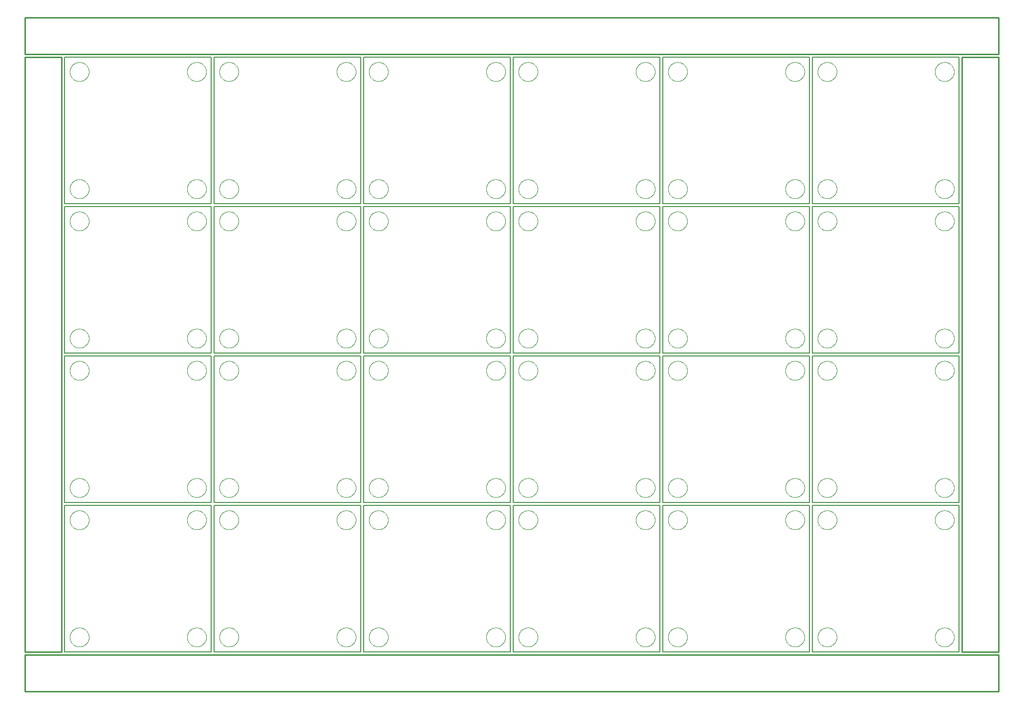
<source format=gko>
G75*
%MOIN*%
%OFA0B0*%
%FSLAX25Y25*%
%IPPOS*%
%LPD*%
%AMOC8*
5,1,8,0,0,1.08239X$1,22.5*
%
%ADD10C,0.00800*%
%ADD11C,0.01000*%
%ADD12C,0.00000*%
D10*
X0028750Y0028750D02*
X0028750Y0128750D01*
X0128750Y0128750D01*
X0128750Y0028750D01*
X0028750Y0028750D01*
X0130750Y0028750D02*
X0130750Y0128750D01*
X0230750Y0128750D01*
X0230750Y0028750D01*
X0130750Y0028750D01*
X0232750Y0028750D02*
X0232750Y0128750D01*
X0332750Y0128750D01*
X0332750Y0028750D01*
X0232750Y0028750D01*
X0334750Y0028750D02*
X0334750Y0128750D01*
X0434750Y0128750D01*
X0434750Y0028750D01*
X0334750Y0028750D01*
X0436750Y0028750D02*
X0436750Y0128750D01*
X0536750Y0128750D01*
X0536750Y0028750D01*
X0436750Y0028750D01*
X0538750Y0028750D02*
X0538750Y0128750D01*
X0638750Y0128750D01*
X0638750Y0028750D01*
X0538750Y0028750D01*
X0538750Y0130750D02*
X0538750Y0230750D01*
X0638750Y0230750D01*
X0638750Y0130750D01*
X0538750Y0130750D01*
X0536750Y0130750D02*
X0436750Y0130750D01*
X0436750Y0230750D01*
X0536750Y0230750D01*
X0536750Y0130750D01*
X0434750Y0130750D02*
X0334750Y0130750D01*
X0334750Y0230750D01*
X0434750Y0230750D01*
X0434750Y0130750D01*
X0332750Y0130750D02*
X0232750Y0130750D01*
X0232750Y0230750D01*
X0332750Y0230750D01*
X0332750Y0130750D01*
X0230750Y0130750D02*
X0130750Y0130750D01*
X0130750Y0230750D01*
X0230750Y0230750D01*
X0230750Y0130750D01*
X0128750Y0130750D02*
X0028750Y0130750D01*
X0028750Y0230750D01*
X0128750Y0230750D01*
X0128750Y0130750D01*
X0128750Y0232750D02*
X0028750Y0232750D01*
X0028750Y0332750D01*
X0128750Y0332750D01*
X0128750Y0232750D01*
X0130750Y0232750D02*
X0130750Y0332750D01*
X0230750Y0332750D01*
X0230750Y0232750D01*
X0130750Y0232750D01*
X0232750Y0232750D02*
X0232750Y0332750D01*
X0332750Y0332750D01*
X0332750Y0232750D01*
X0232750Y0232750D01*
X0334750Y0232750D02*
X0334750Y0332750D01*
X0434750Y0332750D01*
X0434750Y0232750D01*
X0334750Y0232750D01*
X0436750Y0232750D02*
X0436750Y0332750D01*
X0536750Y0332750D01*
X0536750Y0232750D01*
X0436750Y0232750D01*
X0538750Y0232750D02*
X0538750Y0332750D01*
X0638750Y0332750D01*
X0638750Y0232750D01*
X0538750Y0232750D01*
X0538750Y0334750D02*
X0538750Y0434750D01*
X0638750Y0434750D01*
X0638750Y0334750D01*
X0538750Y0334750D01*
X0536750Y0334750D02*
X0436750Y0334750D01*
X0436750Y0434750D01*
X0536750Y0434750D01*
X0536750Y0334750D01*
X0434750Y0334750D02*
X0334750Y0334750D01*
X0334750Y0434750D01*
X0434750Y0434750D01*
X0434750Y0334750D01*
X0332750Y0334750D02*
X0232750Y0334750D01*
X0232750Y0434750D01*
X0332750Y0434750D01*
X0332750Y0334750D01*
X0230750Y0334750D02*
X0130750Y0334750D01*
X0130750Y0434750D01*
X0230750Y0434750D01*
X0230750Y0334750D01*
X0128750Y0334750D02*
X0028750Y0334750D01*
X0028750Y0434750D01*
X0128750Y0434750D01*
X0128750Y0334750D01*
D11*
X0001750Y0026750D02*
X0001750Y0001750D01*
X0665750Y0001750D01*
X0665750Y0026750D01*
X0001750Y0026750D01*
X0001750Y0028750D02*
X0001750Y0434750D01*
X0026750Y0434750D01*
X0026750Y0028750D01*
X0001750Y0028750D01*
X0001750Y0436750D02*
X0001750Y0461750D01*
X0665750Y0461750D01*
X0665750Y0436750D01*
X0001750Y0436750D01*
X0640750Y0434750D02*
X0640750Y0028750D01*
X0665750Y0028750D01*
X0665750Y0434750D01*
X0640750Y0434750D01*
D12*
X0622250Y0424750D02*
X0622252Y0424911D01*
X0622258Y0425071D01*
X0622268Y0425232D01*
X0622282Y0425392D01*
X0622300Y0425552D01*
X0622321Y0425711D01*
X0622347Y0425870D01*
X0622377Y0426028D01*
X0622410Y0426185D01*
X0622448Y0426342D01*
X0622489Y0426497D01*
X0622534Y0426651D01*
X0622583Y0426804D01*
X0622636Y0426956D01*
X0622692Y0427107D01*
X0622753Y0427256D01*
X0622816Y0427404D01*
X0622884Y0427550D01*
X0622955Y0427694D01*
X0623029Y0427836D01*
X0623107Y0427977D01*
X0623189Y0428115D01*
X0623274Y0428252D01*
X0623362Y0428386D01*
X0623454Y0428518D01*
X0623549Y0428648D01*
X0623647Y0428776D01*
X0623748Y0428901D01*
X0623852Y0429023D01*
X0623959Y0429143D01*
X0624069Y0429260D01*
X0624182Y0429375D01*
X0624298Y0429486D01*
X0624417Y0429595D01*
X0624538Y0429700D01*
X0624662Y0429803D01*
X0624788Y0429903D01*
X0624916Y0429999D01*
X0625047Y0430092D01*
X0625181Y0430182D01*
X0625316Y0430269D01*
X0625454Y0430352D01*
X0625593Y0430432D01*
X0625735Y0430508D01*
X0625878Y0430581D01*
X0626023Y0430650D01*
X0626170Y0430716D01*
X0626318Y0430778D01*
X0626468Y0430836D01*
X0626619Y0430891D01*
X0626772Y0430942D01*
X0626926Y0430989D01*
X0627081Y0431032D01*
X0627237Y0431071D01*
X0627393Y0431107D01*
X0627551Y0431138D01*
X0627709Y0431166D01*
X0627868Y0431190D01*
X0628028Y0431210D01*
X0628188Y0431226D01*
X0628348Y0431238D01*
X0628509Y0431246D01*
X0628670Y0431250D01*
X0628830Y0431250D01*
X0628991Y0431246D01*
X0629152Y0431238D01*
X0629312Y0431226D01*
X0629472Y0431210D01*
X0629632Y0431190D01*
X0629791Y0431166D01*
X0629949Y0431138D01*
X0630107Y0431107D01*
X0630263Y0431071D01*
X0630419Y0431032D01*
X0630574Y0430989D01*
X0630728Y0430942D01*
X0630881Y0430891D01*
X0631032Y0430836D01*
X0631182Y0430778D01*
X0631330Y0430716D01*
X0631477Y0430650D01*
X0631622Y0430581D01*
X0631765Y0430508D01*
X0631907Y0430432D01*
X0632046Y0430352D01*
X0632184Y0430269D01*
X0632319Y0430182D01*
X0632453Y0430092D01*
X0632584Y0429999D01*
X0632712Y0429903D01*
X0632838Y0429803D01*
X0632962Y0429700D01*
X0633083Y0429595D01*
X0633202Y0429486D01*
X0633318Y0429375D01*
X0633431Y0429260D01*
X0633541Y0429143D01*
X0633648Y0429023D01*
X0633752Y0428901D01*
X0633853Y0428776D01*
X0633951Y0428648D01*
X0634046Y0428518D01*
X0634138Y0428386D01*
X0634226Y0428252D01*
X0634311Y0428115D01*
X0634393Y0427977D01*
X0634471Y0427836D01*
X0634545Y0427694D01*
X0634616Y0427550D01*
X0634684Y0427404D01*
X0634747Y0427256D01*
X0634808Y0427107D01*
X0634864Y0426956D01*
X0634917Y0426804D01*
X0634966Y0426651D01*
X0635011Y0426497D01*
X0635052Y0426342D01*
X0635090Y0426185D01*
X0635123Y0426028D01*
X0635153Y0425870D01*
X0635179Y0425711D01*
X0635200Y0425552D01*
X0635218Y0425392D01*
X0635232Y0425232D01*
X0635242Y0425071D01*
X0635248Y0424911D01*
X0635250Y0424750D01*
X0635248Y0424589D01*
X0635242Y0424429D01*
X0635232Y0424268D01*
X0635218Y0424108D01*
X0635200Y0423948D01*
X0635179Y0423789D01*
X0635153Y0423630D01*
X0635123Y0423472D01*
X0635090Y0423315D01*
X0635052Y0423158D01*
X0635011Y0423003D01*
X0634966Y0422849D01*
X0634917Y0422696D01*
X0634864Y0422544D01*
X0634808Y0422393D01*
X0634747Y0422244D01*
X0634684Y0422096D01*
X0634616Y0421950D01*
X0634545Y0421806D01*
X0634471Y0421664D01*
X0634393Y0421523D01*
X0634311Y0421385D01*
X0634226Y0421248D01*
X0634138Y0421114D01*
X0634046Y0420982D01*
X0633951Y0420852D01*
X0633853Y0420724D01*
X0633752Y0420599D01*
X0633648Y0420477D01*
X0633541Y0420357D01*
X0633431Y0420240D01*
X0633318Y0420125D01*
X0633202Y0420014D01*
X0633083Y0419905D01*
X0632962Y0419800D01*
X0632838Y0419697D01*
X0632712Y0419597D01*
X0632584Y0419501D01*
X0632453Y0419408D01*
X0632319Y0419318D01*
X0632184Y0419231D01*
X0632046Y0419148D01*
X0631907Y0419068D01*
X0631765Y0418992D01*
X0631622Y0418919D01*
X0631477Y0418850D01*
X0631330Y0418784D01*
X0631182Y0418722D01*
X0631032Y0418664D01*
X0630881Y0418609D01*
X0630728Y0418558D01*
X0630574Y0418511D01*
X0630419Y0418468D01*
X0630263Y0418429D01*
X0630107Y0418393D01*
X0629949Y0418362D01*
X0629791Y0418334D01*
X0629632Y0418310D01*
X0629472Y0418290D01*
X0629312Y0418274D01*
X0629152Y0418262D01*
X0628991Y0418254D01*
X0628830Y0418250D01*
X0628670Y0418250D01*
X0628509Y0418254D01*
X0628348Y0418262D01*
X0628188Y0418274D01*
X0628028Y0418290D01*
X0627868Y0418310D01*
X0627709Y0418334D01*
X0627551Y0418362D01*
X0627393Y0418393D01*
X0627237Y0418429D01*
X0627081Y0418468D01*
X0626926Y0418511D01*
X0626772Y0418558D01*
X0626619Y0418609D01*
X0626468Y0418664D01*
X0626318Y0418722D01*
X0626170Y0418784D01*
X0626023Y0418850D01*
X0625878Y0418919D01*
X0625735Y0418992D01*
X0625593Y0419068D01*
X0625454Y0419148D01*
X0625316Y0419231D01*
X0625181Y0419318D01*
X0625047Y0419408D01*
X0624916Y0419501D01*
X0624788Y0419597D01*
X0624662Y0419697D01*
X0624538Y0419800D01*
X0624417Y0419905D01*
X0624298Y0420014D01*
X0624182Y0420125D01*
X0624069Y0420240D01*
X0623959Y0420357D01*
X0623852Y0420477D01*
X0623748Y0420599D01*
X0623647Y0420724D01*
X0623549Y0420852D01*
X0623454Y0420982D01*
X0623362Y0421114D01*
X0623274Y0421248D01*
X0623189Y0421385D01*
X0623107Y0421523D01*
X0623029Y0421664D01*
X0622955Y0421806D01*
X0622884Y0421950D01*
X0622816Y0422096D01*
X0622753Y0422244D01*
X0622692Y0422393D01*
X0622636Y0422544D01*
X0622583Y0422696D01*
X0622534Y0422849D01*
X0622489Y0423003D01*
X0622448Y0423158D01*
X0622410Y0423315D01*
X0622377Y0423472D01*
X0622347Y0423630D01*
X0622321Y0423789D01*
X0622300Y0423948D01*
X0622282Y0424108D01*
X0622268Y0424268D01*
X0622258Y0424429D01*
X0622252Y0424589D01*
X0622250Y0424750D01*
X0542250Y0424750D02*
X0542252Y0424911D01*
X0542258Y0425071D01*
X0542268Y0425232D01*
X0542282Y0425392D01*
X0542300Y0425552D01*
X0542321Y0425711D01*
X0542347Y0425870D01*
X0542377Y0426028D01*
X0542410Y0426185D01*
X0542448Y0426342D01*
X0542489Y0426497D01*
X0542534Y0426651D01*
X0542583Y0426804D01*
X0542636Y0426956D01*
X0542692Y0427107D01*
X0542753Y0427256D01*
X0542816Y0427404D01*
X0542884Y0427550D01*
X0542955Y0427694D01*
X0543029Y0427836D01*
X0543107Y0427977D01*
X0543189Y0428115D01*
X0543274Y0428252D01*
X0543362Y0428386D01*
X0543454Y0428518D01*
X0543549Y0428648D01*
X0543647Y0428776D01*
X0543748Y0428901D01*
X0543852Y0429023D01*
X0543959Y0429143D01*
X0544069Y0429260D01*
X0544182Y0429375D01*
X0544298Y0429486D01*
X0544417Y0429595D01*
X0544538Y0429700D01*
X0544662Y0429803D01*
X0544788Y0429903D01*
X0544916Y0429999D01*
X0545047Y0430092D01*
X0545181Y0430182D01*
X0545316Y0430269D01*
X0545454Y0430352D01*
X0545593Y0430432D01*
X0545735Y0430508D01*
X0545878Y0430581D01*
X0546023Y0430650D01*
X0546170Y0430716D01*
X0546318Y0430778D01*
X0546468Y0430836D01*
X0546619Y0430891D01*
X0546772Y0430942D01*
X0546926Y0430989D01*
X0547081Y0431032D01*
X0547237Y0431071D01*
X0547393Y0431107D01*
X0547551Y0431138D01*
X0547709Y0431166D01*
X0547868Y0431190D01*
X0548028Y0431210D01*
X0548188Y0431226D01*
X0548348Y0431238D01*
X0548509Y0431246D01*
X0548670Y0431250D01*
X0548830Y0431250D01*
X0548991Y0431246D01*
X0549152Y0431238D01*
X0549312Y0431226D01*
X0549472Y0431210D01*
X0549632Y0431190D01*
X0549791Y0431166D01*
X0549949Y0431138D01*
X0550107Y0431107D01*
X0550263Y0431071D01*
X0550419Y0431032D01*
X0550574Y0430989D01*
X0550728Y0430942D01*
X0550881Y0430891D01*
X0551032Y0430836D01*
X0551182Y0430778D01*
X0551330Y0430716D01*
X0551477Y0430650D01*
X0551622Y0430581D01*
X0551765Y0430508D01*
X0551907Y0430432D01*
X0552046Y0430352D01*
X0552184Y0430269D01*
X0552319Y0430182D01*
X0552453Y0430092D01*
X0552584Y0429999D01*
X0552712Y0429903D01*
X0552838Y0429803D01*
X0552962Y0429700D01*
X0553083Y0429595D01*
X0553202Y0429486D01*
X0553318Y0429375D01*
X0553431Y0429260D01*
X0553541Y0429143D01*
X0553648Y0429023D01*
X0553752Y0428901D01*
X0553853Y0428776D01*
X0553951Y0428648D01*
X0554046Y0428518D01*
X0554138Y0428386D01*
X0554226Y0428252D01*
X0554311Y0428115D01*
X0554393Y0427977D01*
X0554471Y0427836D01*
X0554545Y0427694D01*
X0554616Y0427550D01*
X0554684Y0427404D01*
X0554747Y0427256D01*
X0554808Y0427107D01*
X0554864Y0426956D01*
X0554917Y0426804D01*
X0554966Y0426651D01*
X0555011Y0426497D01*
X0555052Y0426342D01*
X0555090Y0426185D01*
X0555123Y0426028D01*
X0555153Y0425870D01*
X0555179Y0425711D01*
X0555200Y0425552D01*
X0555218Y0425392D01*
X0555232Y0425232D01*
X0555242Y0425071D01*
X0555248Y0424911D01*
X0555250Y0424750D01*
X0555248Y0424589D01*
X0555242Y0424429D01*
X0555232Y0424268D01*
X0555218Y0424108D01*
X0555200Y0423948D01*
X0555179Y0423789D01*
X0555153Y0423630D01*
X0555123Y0423472D01*
X0555090Y0423315D01*
X0555052Y0423158D01*
X0555011Y0423003D01*
X0554966Y0422849D01*
X0554917Y0422696D01*
X0554864Y0422544D01*
X0554808Y0422393D01*
X0554747Y0422244D01*
X0554684Y0422096D01*
X0554616Y0421950D01*
X0554545Y0421806D01*
X0554471Y0421664D01*
X0554393Y0421523D01*
X0554311Y0421385D01*
X0554226Y0421248D01*
X0554138Y0421114D01*
X0554046Y0420982D01*
X0553951Y0420852D01*
X0553853Y0420724D01*
X0553752Y0420599D01*
X0553648Y0420477D01*
X0553541Y0420357D01*
X0553431Y0420240D01*
X0553318Y0420125D01*
X0553202Y0420014D01*
X0553083Y0419905D01*
X0552962Y0419800D01*
X0552838Y0419697D01*
X0552712Y0419597D01*
X0552584Y0419501D01*
X0552453Y0419408D01*
X0552319Y0419318D01*
X0552184Y0419231D01*
X0552046Y0419148D01*
X0551907Y0419068D01*
X0551765Y0418992D01*
X0551622Y0418919D01*
X0551477Y0418850D01*
X0551330Y0418784D01*
X0551182Y0418722D01*
X0551032Y0418664D01*
X0550881Y0418609D01*
X0550728Y0418558D01*
X0550574Y0418511D01*
X0550419Y0418468D01*
X0550263Y0418429D01*
X0550107Y0418393D01*
X0549949Y0418362D01*
X0549791Y0418334D01*
X0549632Y0418310D01*
X0549472Y0418290D01*
X0549312Y0418274D01*
X0549152Y0418262D01*
X0548991Y0418254D01*
X0548830Y0418250D01*
X0548670Y0418250D01*
X0548509Y0418254D01*
X0548348Y0418262D01*
X0548188Y0418274D01*
X0548028Y0418290D01*
X0547868Y0418310D01*
X0547709Y0418334D01*
X0547551Y0418362D01*
X0547393Y0418393D01*
X0547237Y0418429D01*
X0547081Y0418468D01*
X0546926Y0418511D01*
X0546772Y0418558D01*
X0546619Y0418609D01*
X0546468Y0418664D01*
X0546318Y0418722D01*
X0546170Y0418784D01*
X0546023Y0418850D01*
X0545878Y0418919D01*
X0545735Y0418992D01*
X0545593Y0419068D01*
X0545454Y0419148D01*
X0545316Y0419231D01*
X0545181Y0419318D01*
X0545047Y0419408D01*
X0544916Y0419501D01*
X0544788Y0419597D01*
X0544662Y0419697D01*
X0544538Y0419800D01*
X0544417Y0419905D01*
X0544298Y0420014D01*
X0544182Y0420125D01*
X0544069Y0420240D01*
X0543959Y0420357D01*
X0543852Y0420477D01*
X0543748Y0420599D01*
X0543647Y0420724D01*
X0543549Y0420852D01*
X0543454Y0420982D01*
X0543362Y0421114D01*
X0543274Y0421248D01*
X0543189Y0421385D01*
X0543107Y0421523D01*
X0543029Y0421664D01*
X0542955Y0421806D01*
X0542884Y0421950D01*
X0542816Y0422096D01*
X0542753Y0422244D01*
X0542692Y0422393D01*
X0542636Y0422544D01*
X0542583Y0422696D01*
X0542534Y0422849D01*
X0542489Y0423003D01*
X0542448Y0423158D01*
X0542410Y0423315D01*
X0542377Y0423472D01*
X0542347Y0423630D01*
X0542321Y0423789D01*
X0542300Y0423948D01*
X0542282Y0424108D01*
X0542268Y0424268D01*
X0542258Y0424429D01*
X0542252Y0424589D01*
X0542250Y0424750D01*
X0520250Y0424750D02*
X0520252Y0424911D01*
X0520258Y0425071D01*
X0520268Y0425232D01*
X0520282Y0425392D01*
X0520300Y0425552D01*
X0520321Y0425711D01*
X0520347Y0425870D01*
X0520377Y0426028D01*
X0520410Y0426185D01*
X0520448Y0426342D01*
X0520489Y0426497D01*
X0520534Y0426651D01*
X0520583Y0426804D01*
X0520636Y0426956D01*
X0520692Y0427107D01*
X0520753Y0427256D01*
X0520816Y0427404D01*
X0520884Y0427550D01*
X0520955Y0427694D01*
X0521029Y0427836D01*
X0521107Y0427977D01*
X0521189Y0428115D01*
X0521274Y0428252D01*
X0521362Y0428386D01*
X0521454Y0428518D01*
X0521549Y0428648D01*
X0521647Y0428776D01*
X0521748Y0428901D01*
X0521852Y0429023D01*
X0521959Y0429143D01*
X0522069Y0429260D01*
X0522182Y0429375D01*
X0522298Y0429486D01*
X0522417Y0429595D01*
X0522538Y0429700D01*
X0522662Y0429803D01*
X0522788Y0429903D01*
X0522916Y0429999D01*
X0523047Y0430092D01*
X0523181Y0430182D01*
X0523316Y0430269D01*
X0523454Y0430352D01*
X0523593Y0430432D01*
X0523735Y0430508D01*
X0523878Y0430581D01*
X0524023Y0430650D01*
X0524170Y0430716D01*
X0524318Y0430778D01*
X0524468Y0430836D01*
X0524619Y0430891D01*
X0524772Y0430942D01*
X0524926Y0430989D01*
X0525081Y0431032D01*
X0525237Y0431071D01*
X0525393Y0431107D01*
X0525551Y0431138D01*
X0525709Y0431166D01*
X0525868Y0431190D01*
X0526028Y0431210D01*
X0526188Y0431226D01*
X0526348Y0431238D01*
X0526509Y0431246D01*
X0526670Y0431250D01*
X0526830Y0431250D01*
X0526991Y0431246D01*
X0527152Y0431238D01*
X0527312Y0431226D01*
X0527472Y0431210D01*
X0527632Y0431190D01*
X0527791Y0431166D01*
X0527949Y0431138D01*
X0528107Y0431107D01*
X0528263Y0431071D01*
X0528419Y0431032D01*
X0528574Y0430989D01*
X0528728Y0430942D01*
X0528881Y0430891D01*
X0529032Y0430836D01*
X0529182Y0430778D01*
X0529330Y0430716D01*
X0529477Y0430650D01*
X0529622Y0430581D01*
X0529765Y0430508D01*
X0529907Y0430432D01*
X0530046Y0430352D01*
X0530184Y0430269D01*
X0530319Y0430182D01*
X0530453Y0430092D01*
X0530584Y0429999D01*
X0530712Y0429903D01*
X0530838Y0429803D01*
X0530962Y0429700D01*
X0531083Y0429595D01*
X0531202Y0429486D01*
X0531318Y0429375D01*
X0531431Y0429260D01*
X0531541Y0429143D01*
X0531648Y0429023D01*
X0531752Y0428901D01*
X0531853Y0428776D01*
X0531951Y0428648D01*
X0532046Y0428518D01*
X0532138Y0428386D01*
X0532226Y0428252D01*
X0532311Y0428115D01*
X0532393Y0427977D01*
X0532471Y0427836D01*
X0532545Y0427694D01*
X0532616Y0427550D01*
X0532684Y0427404D01*
X0532747Y0427256D01*
X0532808Y0427107D01*
X0532864Y0426956D01*
X0532917Y0426804D01*
X0532966Y0426651D01*
X0533011Y0426497D01*
X0533052Y0426342D01*
X0533090Y0426185D01*
X0533123Y0426028D01*
X0533153Y0425870D01*
X0533179Y0425711D01*
X0533200Y0425552D01*
X0533218Y0425392D01*
X0533232Y0425232D01*
X0533242Y0425071D01*
X0533248Y0424911D01*
X0533250Y0424750D01*
X0533248Y0424589D01*
X0533242Y0424429D01*
X0533232Y0424268D01*
X0533218Y0424108D01*
X0533200Y0423948D01*
X0533179Y0423789D01*
X0533153Y0423630D01*
X0533123Y0423472D01*
X0533090Y0423315D01*
X0533052Y0423158D01*
X0533011Y0423003D01*
X0532966Y0422849D01*
X0532917Y0422696D01*
X0532864Y0422544D01*
X0532808Y0422393D01*
X0532747Y0422244D01*
X0532684Y0422096D01*
X0532616Y0421950D01*
X0532545Y0421806D01*
X0532471Y0421664D01*
X0532393Y0421523D01*
X0532311Y0421385D01*
X0532226Y0421248D01*
X0532138Y0421114D01*
X0532046Y0420982D01*
X0531951Y0420852D01*
X0531853Y0420724D01*
X0531752Y0420599D01*
X0531648Y0420477D01*
X0531541Y0420357D01*
X0531431Y0420240D01*
X0531318Y0420125D01*
X0531202Y0420014D01*
X0531083Y0419905D01*
X0530962Y0419800D01*
X0530838Y0419697D01*
X0530712Y0419597D01*
X0530584Y0419501D01*
X0530453Y0419408D01*
X0530319Y0419318D01*
X0530184Y0419231D01*
X0530046Y0419148D01*
X0529907Y0419068D01*
X0529765Y0418992D01*
X0529622Y0418919D01*
X0529477Y0418850D01*
X0529330Y0418784D01*
X0529182Y0418722D01*
X0529032Y0418664D01*
X0528881Y0418609D01*
X0528728Y0418558D01*
X0528574Y0418511D01*
X0528419Y0418468D01*
X0528263Y0418429D01*
X0528107Y0418393D01*
X0527949Y0418362D01*
X0527791Y0418334D01*
X0527632Y0418310D01*
X0527472Y0418290D01*
X0527312Y0418274D01*
X0527152Y0418262D01*
X0526991Y0418254D01*
X0526830Y0418250D01*
X0526670Y0418250D01*
X0526509Y0418254D01*
X0526348Y0418262D01*
X0526188Y0418274D01*
X0526028Y0418290D01*
X0525868Y0418310D01*
X0525709Y0418334D01*
X0525551Y0418362D01*
X0525393Y0418393D01*
X0525237Y0418429D01*
X0525081Y0418468D01*
X0524926Y0418511D01*
X0524772Y0418558D01*
X0524619Y0418609D01*
X0524468Y0418664D01*
X0524318Y0418722D01*
X0524170Y0418784D01*
X0524023Y0418850D01*
X0523878Y0418919D01*
X0523735Y0418992D01*
X0523593Y0419068D01*
X0523454Y0419148D01*
X0523316Y0419231D01*
X0523181Y0419318D01*
X0523047Y0419408D01*
X0522916Y0419501D01*
X0522788Y0419597D01*
X0522662Y0419697D01*
X0522538Y0419800D01*
X0522417Y0419905D01*
X0522298Y0420014D01*
X0522182Y0420125D01*
X0522069Y0420240D01*
X0521959Y0420357D01*
X0521852Y0420477D01*
X0521748Y0420599D01*
X0521647Y0420724D01*
X0521549Y0420852D01*
X0521454Y0420982D01*
X0521362Y0421114D01*
X0521274Y0421248D01*
X0521189Y0421385D01*
X0521107Y0421523D01*
X0521029Y0421664D01*
X0520955Y0421806D01*
X0520884Y0421950D01*
X0520816Y0422096D01*
X0520753Y0422244D01*
X0520692Y0422393D01*
X0520636Y0422544D01*
X0520583Y0422696D01*
X0520534Y0422849D01*
X0520489Y0423003D01*
X0520448Y0423158D01*
X0520410Y0423315D01*
X0520377Y0423472D01*
X0520347Y0423630D01*
X0520321Y0423789D01*
X0520300Y0423948D01*
X0520282Y0424108D01*
X0520268Y0424268D01*
X0520258Y0424429D01*
X0520252Y0424589D01*
X0520250Y0424750D01*
X0440250Y0424750D02*
X0440252Y0424911D01*
X0440258Y0425071D01*
X0440268Y0425232D01*
X0440282Y0425392D01*
X0440300Y0425552D01*
X0440321Y0425711D01*
X0440347Y0425870D01*
X0440377Y0426028D01*
X0440410Y0426185D01*
X0440448Y0426342D01*
X0440489Y0426497D01*
X0440534Y0426651D01*
X0440583Y0426804D01*
X0440636Y0426956D01*
X0440692Y0427107D01*
X0440753Y0427256D01*
X0440816Y0427404D01*
X0440884Y0427550D01*
X0440955Y0427694D01*
X0441029Y0427836D01*
X0441107Y0427977D01*
X0441189Y0428115D01*
X0441274Y0428252D01*
X0441362Y0428386D01*
X0441454Y0428518D01*
X0441549Y0428648D01*
X0441647Y0428776D01*
X0441748Y0428901D01*
X0441852Y0429023D01*
X0441959Y0429143D01*
X0442069Y0429260D01*
X0442182Y0429375D01*
X0442298Y0429486D01*
X0442417Y0429595D01*
X0442538Y0429700D01*
X0442662Y0429803D01*
X0442788Y0429903D01*
X0442916Y0429999D01*
X0443047Y0430092D01*
X0443181Y0430182D01*
X0443316Y0430269D01*
X0443454Y0430352D01*
X0443593Y0430432D01*
X0443735Y0430508D01*
X0443878Y0430581D01*
X0444023Y0430650D01*
X0444170Y0430716D01*
X0444318Y0430778D01*
X0444468Y0430836D01*
X0444619Y0430891D01*
X0444772Y0430942D01*
X0444926Y0430989D01*
X0445081Y0431032D01*
X0445237Y0431071D01*
X0445393Y0431107D01*
X0445551Y0431138D01*
X0445709Y0431166D01*
X0445868Y0431190D01*
X0446028Y0431210D01*
X0446188Y0431226D01*
X0446348Y0431238D01*
X0446509Y0431246D01*
X0446670Y0431250D01*
X0446830Y0431250D01*
X0446991Y0431246D01*
X0447152Y0431238D01*
X0447312Y0431226D01*
X0447472Y0431210D01*
X0447632Y0431190D01*
X0447791Y0431166D01*
X0447949Y0431138D01*
X0448107Y0431107D01*
X0448263Y0431071D01*
X0448419Y0431032D01*
X0448574Y0430989D01*
X0448728Y0430942D01*
X0448881Y0430891D01*
X0449032Y0430836D01*
X0449182Y0430778D01*
X0449330Y0430716D01*
X0449477Y0430650D01*
X0449622Y0430581D01*
X0449765Y0430508D01*
X0449907Y0430432D01*
X0450046Y0430352D01*
X0450184Y0430269D01*
X0450319Y0430182D01*
X0450453Y0430092D01*
X0450584Y0429999D01*
X0450712Y0429903D01*
X0450838Y0429803D01*
X0450962Y0429700D01*
X0451083Y0429595D01*
X0451202Y0429486D01*
X0451318Y0429375D01*
X0451431Y0429260D01*
X0451541Y0429143D01*
X0451648Y0429023D01*
X0451752Y0428901D01*
X0451853Y0428776D01*
X0451951Y0428648D01*
X0452046Y0428518D01*
X0452138Y0428386D01*
X0452226Y0428252D01*
X0452311Y0428115D01*
X0452393Y0427977D01*
X0452471Y0427836D01*
X0452545Y0427694D01*
X0452616Y0427550D01*
X0452684Y0427404D01*
X0452747Y0427256D01*
X0452808Y0427107D01*
X0452864Y0426956D01*
X0452917Y0426804D01*
X0452966Y0426651D01*
X0453011Y0426497D01*
X0453052Y0426342D01*
X0453090Y0426185D01*
X0453123Y0426028D01*
X0453153Y0425870D01*
X0453179Y0425711D01*
X0453200Y0425552D01*
X0453218Y0425392D01*
X0453232Y0425232D01*
X0453242Y0425071D01*
X0453248Y0424911D01*
X0453250Y0424750D01*
X0453248Y0424589D01*
X0453242Y0424429D01*
X0453232Y0424268D01*
X0453218Y0424108D01*
X0453200Y0423948D01*
X0453179Y0423789D01*
X0453153Y0423630D01*
X0453123Y0423472D01*
X0453090Y0423315D01*
X0453052Y0423158D01*
X0453011Y0423003D01*
X0452966Y0422849D01*
X0452917Y0422696D01*
X0452864Y0422544D01*
X0452808Y0422393D01*
X0452747Y0422244D01*
X0452684Y0422096D01*
X0452616Y0421950D01*
X0452545Y0421806D01*
X0452471Y0421664D01*
X0452393Y0421523D01*
X0452311Y0421385D01*
X0452226Y0421248D01*
X0452138Y0421114D01*
X0452046Y0420982D01*
X0451951Y0420852D01*
X0451853Y0420724D01*
X0451752Y0420599D01*
X0451648Y0420477D01*
X0451541Y0420357D01*
X0451431Y0420240D01*
X0451318Y0420125D01*
X0451202Y0420014D01*
X0451083Y0419905D01*
X0450962Y0419800D01*
X0450838Y0419697D01*
X0450712Y0419597D01*
X0450584Y0419501D01*
X0450453Y0419408D01*
X0450319Y0419318D01*
X0450184Y0419231D01*
X0450046Y0419148D01*
X0449907Y0419068D01*
X0449765Y0418992D01*
X0449622Y0418919D01*
X0449477Y0418850D01*
X0449330Y0418784D01*
X0449182Y0418722D01*
X0449032Y0418664D01*
X0448881Y0418609D01*
X0448728Y0418558D01*
X0448574Y0418511D01*
X0448419Y0418468D01*
X0448263Y0418429D01*
X0448107Y0418393D01*
X0447949Y0418362D01*
X0447791Y0418334D01*
X0447632Y0418310D01*
X0447472Y0418290D01*
X0447312Y0418274D01*
X0447152Y0418262D01*
X0446991Y0418254D01*
X0446830Y0418250D01*
X0446670Y0418250D01*
X0446509Y0418254D01*
X0446348Y0418262D01*
X0446188Y0418274D01*
X0446028Y0418290D01*
X0445868Y0418310D01*
X0445709Y0418334D01*
X0445551Y0418362D01*
X0445393Y0418393D01*
X0445237Y0418429D01*
X0445081Y0418468D01*
X0444926Y0418511D01*
X0444772Y0418558D01*
X0444619Y0418609D01*
X0444468Y0418664D01*
X0444318Y0418722D01*
X0444170Y0418784D01*
X0444023Y0418850D01*
X0443878Y0418919D01*
X0443735Y0418992D01*
X0443593Y0419068D01*
X0443454Y0419148D01*
X0443316Y0419231D01*
X0443181Y0419318D01*
X0443047Y0419408D01*
X0442916Y0419501D01*
X0442788Y0419597D01*
X0442662Y0419697D01*
X0442538Y0419800D01*
X0442417Y0419905D01*
X0442298Y0420014D01*
X0442182Y0420125D01*
X0442069Y0420240D01*
X0441959Y0420357D01*
X0441852Y0420477D01*
X0441748Y0420599D01*
X0441647Y0420724D01*
X0441549Y0420852D01*
X0441454Y0420982D01*
X0441362Y0421114D01*
X0441274Y0421248D01*
X0441189Y0421385D01*
X0441107Y0421523D01*
X0441029Y0421664D01*
X0440955Y0421806D01*
X0440884Y0421950D01*
X0440816Y0422096D01*
X0440753Y0422244D01*
X0440692Y0422393D01*
X0440636Y0422544D01*
X0440583Y0422696D01*
X0440534Y0422849D01*
X0440489Y0423003D01*
X0440448Y0423158D01*
X0440410Y0423315D01*
X0440377Y0423472D01*
X0440347Y0423630D01*
X0440321Y0423789D01*
X0440300Y0423948D01*
X0440282Y0424108D01*
X0440268Y0424268D01*
X0440258Y0424429D01*
X0440252Y0424589D01*
X0440250Y0424750D01*
X0418250Y0424750D02*
X0418252Y0424911D01*
X0418258Y0425071D01*
X0418268Y0425232D01*
X0418282Y0425392D01*
X0418300Y0425552D01*
X0418321Y0425711D01*
X0418347Y0425870D01*
X0418377Y0426028D01*
X0418410Y0426185D01*
X0418448Y0426342D01*
X0418489Y0426497D01*
X0418534Y0426651D01*
X0418583Y0426804D01*
X0418636Y0426956D01*
X0418692Y0427107D01*
X0418753Y0427256D01*
X0418816Y0427404D01*
X0418884Y0427550D01*
X0418955Y0427694D01*
X0419029Y0427836D01*
X0419107Y0427977D01*
X0419189Y0428115D01*
X0419274Y0428252D01*
X0419362Y0428386D01*
X0419454Y0428518D01*
X0419549Y0428648D01*
X0419647Y0428776D01*
X0419748Y0428901D01*
X0419852Y0429023D01*
X0419959Y0429143D01*
X0420069Y0429260D01*
X0420182Y0429375D01*
X0420298Y0429486D01*
X0420417Y0429595D01*
X0420538Y0429700D01*
X0420662Y0429803D01*
X0420788Y0429903D01*
X0420916Y0429999D01*
X0421047Y0430092D01*
X0421181Y0430182D01*
X0421316Y0430269D01*
X0421454Y0430352D01*
X0421593Y0430432D01*
X0421735Y0430508D01*
X0421878Y0430581D01*
X0422023Y0430650D01*
X0422170Y0430716D01*
X0422318Y0430778D01*
X0422468Y0430836D01*
X0422619Y0430891D01*
X0422772Y0430942D01*
X0422926Y0430989D01*
X0423081Y0431032D01*
X0423237Y0431071D01*
X0423393Y0431107D01*
X0423551Y0431138D01*
X0423709Y0431166D01*
X0423868Y0431190D01*
X0424028Y0431210D01*
X0424188Y0431226D01*
X0424348Y0431238D01*
X0424509Y0431246D01*
X0424670Y0431250D01*
X0424830Y0431250D01*
X0424991Y0431246D01*
X0425152Y0431238D01*
X0425312Y0431226D01*
X0425472Y0431210D01*
X0425632Y0431190D01*
X0425791Y0431166D01*
X0425949Y0431138D01*
X0426107Y0431107D01*
X0426263Y0431071D01*
X0426419Y0431032D01*
X0426574Y0430989D01*
X0426728Y0430942D01*
X0426881Y0430891D01*
X0427032Y0430836D01*
X0427182Y0430778D01*
X0427330Y0430716D01*
X0427477Y0430650D01*
X0427622Y0430581D01*
X0427765Y0430508D01*
X0427907Y0430432D01*
X0428046Y0430352D01*
X0428184Y0430269D01*
X0428319Y0430182D01*
X0428453Y0430092D01*
X0428584Y0429999D01*
X0428712Y0429903D01*
X0428838Y0429803D01*
X0428962Y0429700D01*
X0429083Y0429595D01*
X0429202Y0429486D01*
X0429318Y0429375D01*
X0429431Y0429260D01*
X0429541Y0429143D01*
X0429648Y0429023D01*
X0429752Y0428901D01*
X0429853Y0428776D01*
X0429951Y0428648D01*
X0430046Y0428518D01*
X0430138Y0428386D01*
X0430226Y0428252D01*
X0430311Y0428115D01*
X0430393Y0427977D01*
X0430471Y0427836D01*
X0430545Y0427694D01*
X0430616Y0427550D01*
X0430684Y0427404D01*
X0430747Y0427256D01*
X0430808Y0427107D01*
X0430864Y0426956D01*
X0430917Y0426804D01*
X0430966Y0426651D01*
X0431011Y0426497D01*
X0431052Y0426342D01*
X0431090Y0426185D01*
X0431123Y0426028D01*
X0431153Y0425870D01*
X0431179Y0425711D01*
X0431200Y0425552D01*
X0431218Y0425392D01*
X0431232Y0425232D01*
X0431242Y0425071D01*
X0431248Y0424911D01*
X0431250Y0424750D01*
X0431248Y0424589D01*
X0431242Y0424429D01*
X0431232Y0424268D01*
X0431218Y0424108D01*
X0431200Y0423948D01*
X0431179Y0423789D01*
X0431153Y0423630D01*
X0431123Y0423472D01*
X0431090Y0423315D01*
X0431052Y0423158D01*
X0431011Y0423003D01*
X0430966Y0422849D01*
X0430917Y0422696D01*
X0430864Y0422544D01*
X0430808Y0422393D01*
X0430747Y0422244D01*
X0430684Y0422096D01*
X0430616Y0421950D01*
X0430545Y0421806D01*
X0430471Y0421664D01*
X0430393Y0421523D01*
X0430311Y0421385D01*
X0430226Y0421248D01*
X0430138Y0421114D01*
X0430046Y0420982D01*
X0429951Y0420852D01*
X0429853Y0420724D01*
X0429752Y0420599D01*
X0429648Y0420477D01*
X0429541Y0420357D01*
X0429431Y0420240D01*
X0429318Y0420125D01*
X0429202Y0420014D01*
X0429083Y0419905D01*
X0428962Y0419800D01*
X0428838Y0419697D01*
X0428712Y0419597D01*
X0428584Y0419501D01*
X0428453Y0419408D01*
X0428319Y0419318D01*
X0428184Y0419231D01*
X0428046Y0419148D01*
X0427907Y0419068D01*
X0427765Y0418992D01*
X0427622Y0418919D01*
X0427477Y0418850D01*
X0427330Y0418784D01*
X0427182Y0418722D01*
X0427032Y0418664D01*
X0426881Y0418609D01*
X0426728Y0418558D01*
X0426574Y0418511D01*
X0426419Y0418468D01*
X0426263Y0418429D01*
X0426107Y0418393D01*
X0425949Y0418362D01*
X0425791Y0418334D01*
X0425632Y0418310D01*
X0425472Y0418290D01*
X0425312Y0418274D01*
X0425152Y0418262D01*
X0424991Y0418254D01*
X0424830Y0418250D01*
X0424670Y0418250D01*
X0424509Y0418254D01*
X0424348Y0418262D01*
X0424188Y0418274D01*
X0424028Y0418290D01*
X0423868Y0418310D01*
X0423709Y0418334D01*
X0423551Y0418362D01*
X0423393Y0418393D01*
X0423237Y0418429D01*
X0423081Y0418468D01*
X0422926Y0418511D01*
X0422772Y0418558D01*
X0422619Y0418609D01*
X0422468Y0418664D01*
X0422318Y0418722D01*
X0422170Y0418784D01*
X0422023Y0418850D01*
X0421878Y0418919D01*
X0421735Y0418992D01*
X0421593Y0419068D01*
X0421454Y0419148D01*
X0421316Y0419231D01*
X0421181Y0419318D01*
X0421047Y0419408D01*
X0420916Y0419501D01*
X0420788Y0419597D01*
X0420662Y0419697D01*
X0420538Y0419800D01*
X0420417Y0419905D01*
X0420298Y0420014D01*
X0420182Y0420125D01*
X0420069Y0420240D01*
X0419959Y0420357D01*
X0419852Y0420477D01*
X0419748Y0420599D01*
X0419647Y0420724D01*
X0419549Y0420852D01*
X0419454Y0420982D01*
X0419362Y0421114D01*
X0419274Y0421248D01*
X0419189Y0421385D01*
X0419107Y0421523D01*
X0419029Y0421664D01*
X0418955Y0421806D01*
X0418884Y0421950D01*
X0418816Y0422096D01*
X0418753Y0422244D01*
X0418692Y0422393D01*
X0418636Y0422544D01*
X0418583Y0422696D01*
X0418534Y0422849D01*
X0418489Y0423003D01*
X0418448Y0423158D01*
X0418410Y0423315D01*
X0418377Y0423472D01*
X0418347Y0423630D01*
X0418321Y0423789D01*
X0418300Y0423948D01*
X0418282Y0424108D01*
X0418268Y0424268D01*
X0418258Y0424429D01*
X0418252Y0424589D01*
X0418250Y0424750D01*
X0338250Y0424750D02*
X0338252Y0424911D01*
X0338258Y0425071D01*
X0338268Y0425232D01*
X0338282Y0425392D01*
X0338300Y0425552D01*
X0338321Y0425711D01*
X0338347Y0425870D01*
X0338377Y0426028D01*
X0338410Y0426185D01*
X0338448Y0426342D01*
X0338489Y0426497D01*
X0338534Y0426651D01*
X0338583Y0426804D01*
X0338636Y0426956D01*
X0338692Y0427107D01*
X0338753Y0427256D01*
X0338816Y0427404D01*
X0338884Y0427550D01*
X0338955Y0427694D01*
X0339029Y0427836D01*
X0339107Y0427977D01*
X0339189Y0428115D01*
X0339274Y0428252D01*
X0339362Y0428386D01*
X0339454Y0428518D01*
X0339549Y0428648D01*
X0339647Y0428776D01*
X0339748Y0428901D01*
X0339852Y0429023D01*
X0339959Y0429143D01*
X0340069Y0429260D01*
X0340182Y0429375D01*
X0340298Y0429486D01*
X0340417Y0429595D01*
X0340538Y0429700D01*
X0340662Y0429803D01*
X0340788Y0429903D01*
X0340916Y0429999D01*
X0341047Y0430092D01*
X0341181Y0430182D01*
X0341316Y0430269D01*
X0341454Y0430352D01*
X0341593Y0430432D01*
X0341735Y0430508D01*
X0341878Y0430581D01*
X0342023Y0430650D01*
X0342170Y0430716D01*
X0342318Y0430778D01*
X0342468Y0430836D01*
X0342619Y0430891D01*
X0342772Y0430942D01*
X0342926Y0430989D01*
X0343081Y0431032D01*
X0343237Y0431071D01*
X0343393Y0431107D01*
X0343551Y0431138D01*
X0343709Y0431166D01*
X0343868Y0431190D01*
X0344028Y0431210D01*
X0344188Y0431226D01*
X0344348Y0431238D01*
X0344509Y0431246D01*
X0344670Y0431250D01*
X0344830Y0431250D01*
X0344991Y0431246D01*
X0345152Y0431238D01*
X0345312Y0431226D01*
X0345472Y0431210D01*
X0345632Y0431190D01*
X0345791Y0431166D01*
X0345949Y0431138D01*
X0346107Y0431107D01*
X0346263Y0431071D01*
X0346419Y0431032D01*
X0346574Y0430989D01*
X0346728Y0430942D01*
X0346881Y0430891D01*
X0347032Y0430836D01*
X0347182Y0430778D01*
X0347330Y0430716D01*
X0347477Y0430650D01*
X0347622Y0430581D01*
X0347765Y0430508D01*
X0347907Y0430432D01*
X0348046Y0430352D01*
X0348184Y0430269D01*
X0348319Y0430182D01*
X0348453Y0430092D01*
X0348584Y0429999D01*
X0348712Y0429903D01*
X0348838Y0429803D01*
X0348962Y0429700D01*
X0349083Y0429595D01*
X0349202Y0429486D01*
X0349318Y0429375D01*
X0349431Y0429260D01*
X0349541Y0429143D01*
X0349648Y0429023D01*
X0349752Y0428901D01*
X0349853Y0428776D01*
X0349951Y0428648D01*
X0350046Y0428518D01*
X0350138Y0428386D01*
X0350226Y0428252D01*
X0350311Y0428115D01*
X0350393Y0427977D01*
X0350471Y0427836D01*
X0350545Y0427694D01*
X0350616Y0427550D01*
X0350684Y0427404D01*
X0350747Y0427256D01*
X0350808Y0427107D01*
X0350864Y0426956D01*
X0350917Y0426804D01*
X0350966Y0426651D01*
X0351011Y0426497D01*
X0351052Y0426342D01*
X0351090Y0426185D01*
X0351123Y0426028D01*
X0351153Y0425870D01*
X0351179Y0425711D01*
X0351200Y0425552D01*
X0351218Y0425392D01*
X0351232Y0425232D01*
X0351242Y0425071D01*
X0351248Y0424911D01*
X0351250Y0424750D01*
X0351248Y0424589D01*
X0351242Y0424429D01*
X0351232Y0424268D01*
X0351218Y0424108D01*
X0351200Y0423948D01*
X0351179Y0423789D01*
X0351153Y0423630D01*
X0351123Y0423472D01*
X0351090Y0423315D01*
X0351052Y0423158D01*
X0351011Y0423003D01*
X0350966Y0422849D01*
X0350917Y0422696D01*
X0350864Y0422544D01*
X0350808Y0422393D01*
X0350747Y0422244D01*
X0350684Y0422096D01*
X0350616Y0421950D01*
X0350545Y0421806D01*
X0350471Y0421664D01*
X0350393Y0421523D01*
X0350311Y0421385D01*
X0350226Y0421248D01*
X0350138Y0421114D01*
X0350046Y0420982D01*
X0349951Y0420852D01*
X0349853Y0420724D01*
X0349752Y0420599D01*
X0349648Y0420477D01*
X0349541Y0420357D01*
X0349431Y0420240D01*
X0349318Y0420125D01*
X0349202Y0420014D01*
X0349083Y0419905D01*
X0348962Y0419800D01*
X0348838Y0419697D01*
X0348712Y0419597D01*
X0348584Y0419501D01*
X0348453Y0419408D01*
X0348319Y0419318D01*
X0348184Y0419231D01*
X0348046Y0419148D01*
X0347907Y0419068D01*
X0347765Y0418992D01*
X0347622Y0418919D01*
X0347477Y0418850D01*
X0347330Y0418784D01*
X0347182Y0418722D01*
X0347032Y0418664D01*
X0346881Y0418609D01*
X0346728Y0418558D01*
X0346574Y0418511D01*
X0346419Y0418468D01*
X0346263Y0418429D01*
X0346107Y0418393D01*
X0345949Y0418362D01*
X0345791Y0418334D01*
X0345632Y0418310D01*
X0345472Y0418290D01*
X0345312Y0418274D01*
X0345152Y0418262D01*
X0344991Y0418254D01*
X0344830Y0418250D01*
X0344670Y0418250D01*
X0344509Y0418254D01*
X0344348Y0418262D01*
X0344188Y0418274D01*
X0344028Y0418290D01*
X0343868Y0418310D01*
X0343709Y0418334D01*
X0343551Y0418362D01*
X0343393Y0418393D01*
X0343237Y0418429D01*
X0343081Y0418468D01*
X0342926Y0418511D01*
X0342772Y0418558D01*
X0342619Y0418609D01*
X0342468Y0418664D01*
X0342318Y0418722D01*
X0342170Y0418784D01*
X0342023Y0418850D01*
X0341878Y0418919D01*
X0341735Y0418992D01*
X0341593Y0419068D01*
X0341454Y0419148D01*
X0341316Y0419231D01*
X0341181Y0419318D01*
X0341047Y0419408D01*
X0340916Y0419501D01*
X0340788Y0419597D01*
X0340662Y0419697D01*
X0340538Y0419800D01*
X0340417Y0419905D01*
X0340298Y0420014D01*
X0340182Y0420125D01*
X0340069Y0420240D01*
X0339959Y0420357D01*
X0339852Y0420477D01*
X0339748Y0420599D01*
X0339647Y0420724D01*
X0339549Y0420852D01*
X0339454Y0420982D01*
X0339362Y0421114D01*
X0339274Y0421248D01*
X0339189Y0421385D01*
X0339107Y0421523D01*
X0339029Y0421664D01*
X0338955Y0421806D01*
X0338884Y0421950D01*
X0338816Y0422096D01*
X0338753Y0422244D01*
X0338692Y0422393D01*
X0338636Y0422544D01*
X0338583Y0422696D01*
X0338534Y0422849D01*
X0338489Y0423003D01*
X0338448Y0423158D01*
X0338410Y0423315D01*
X0338377Y0423472D01*
X0338347Y0423630D01*
X0338321Y0423789D01*
X0338300Y0423948D01*
X0338282Y0424108D01*
X0338268Y0424268D01*
X0338258Y0424429D01*
X0338252Y0424589D01*
X0338250Y0424750D01*
X0316250Y0424750D02*
X0316252Y0424911D01*
X0316258Y0425071D01*
X0316268Y0425232D01*
X0316282Y0425392D01*
X0316300Y0425552D01*
X0316321Y0425711D01*
X0316347Y0425870D01*
X0316377Y0426028D01*
X0316410Y0426185D01*
X0316448Y0426342D01*
X0316489Y0426497D01*
X0316534Y0426651D01*
X0316583Y0426804D01*
X0316636Y0426956D01*
X0316692Y0427107D01*
X0316753Y0427256D01*
X0316816Y0427404D01*
X0316884Y0427550D01*
X0316955Y0427694D01*
X0317029Y0427836D01*
X0317107Y0427977D01*
X0317189Y0428115D01*
X0317274Y0428252D01*
X0317362Y0428386D01*
X0317454Y0428518D01*
X0317549Y0428648D01*
X0317647Y0428776D01*
X0317748Y0428901D01*
X0317852Y0429023D01*
X0317959Y0429143D01*
X0318069Y0429260D01*
X0318182Y0429375D01*
X0318298Y0429486D01*
X0318417Y0429595D01*
X0318538Y0429700D01*
X0318662Y0429803D01*
X0318788Y0429903D01*
X0318916Y0429999D01*
X0319047Y0430092D01*
X0319181Y0430182D01*
X0319316Y0430269D01*
X0319454Y0430352D01*
X0319593Y0430432D01*
X0319735Y0430508D01*
X0319878Y0430581D01*
X0320023Y0430650D01*
X0320170Y0430716D01*
X0320318Y0430778D01*
X0320468Y0430836D01*
X0320619Y0430891D01*
X0320772Y0430942D01*
X0320926Y0430989D01*
X0321081Y0431032D01*
X0321237Y0431071D01*
X0321393Y0431107D01*
X0321551Y0431138D01*
X0321709Y0431166D01*
X0321868Y0431190D01*
X0322028Y0431210D01*
X0322188Y0431226D01*
X0322348Y0431238D01*
X0322509Y0431246D01*
X0322670Y0431250D01*
X0322830Y0431250D01*
X0322991Y0431246D01*
X0323152Y0431238D01*
X0323312Y0431226D01*
X0323472Y0431210D01*
X0323632Y0431190D01*
X0323791Y0431166D01*
X0323949Y0431138D01*
X0324107Y0431107D01*
X0324263Y0431071D01*
X0324419Y0431032D01*
X0324574Y0430989D01*
X0324728Y0430942D01*
X0324881Y0430891D01*
X0325032Y0430836D01*
X0325182Y0430778D01*
X0325330Y0430716D01*
X0325477Y0430650D01*
X0325622Y0430581D01*
X0325765Y0430508D01*
X0325907Y0430432D01*
X0326046Y0430352D01*
X0326184Y0430269D01*
X0326319Y0430182D01*
X0326453Y0430092D01*
X0326584Y0429999D01*
X0326712Y0429903D01*
X0326838Y0429803D01*
X0326962Y0429700D01*
X0327083Y0429595D01*
X0327202Y0429486D01*
X0327318Y0429375D01*
X0327431Y0429260D01*
X0327541Y0429143D01*
X0327648Y0429023D01*
X0327752Y0428901D01*
X0327853Y0428776D01*
X0327951Y0428648D01*
X0328046Y0428518D01*
X0328138Y0428386D01*
X0328226Y0428252D01*
X0328311Y0428115D01*
X0328393Y0427977D01*
X0328471Y0427836D01*
X0328545Y0427694D01*
X0328616Y0427550D01*
X0328684Y0427404D01*
X0328747Y0427256D01*
X0328808Y0427107D01*
X0328864Y0426956D01*
X0328917Y0426804D01*
X0328966Y0426651D01*
X0329011Y0426497D01*
X0329052Y0426342D01*
X0329090Y0426185D01*
X0329123Y0426028D01*
X0329153Y0425870D01*
X0329179Y0425711D01*
X0329200Y0425552D01*
X0329218Y0425392D01*
X0329232Y0425232D01*
X0329242Y0425071D01*
X0329248Y0424911D01*
X0329250Y0424750D01*
X0329248Y0424589D01*
X0329242Y0424429D01*
X0329232Y0424268D01*
X0329218Y0424108D01*
X0329200Y0423948D01*
X0329179Y0423789D01*
X0329153Y0423630D01*
X0329123Y0423472D01*
X0329090Y0423315D01*
X0329052Y0423158D01*
X0329011Y0423003D01*
X0328966Y0422849D01*
X0328917Y0422696D01*
X0328864Y0422544D01*
X0328808Y0422393D01*
X0328747Y0422244D01*
X0328684Y0422096D01*
X0328616Y0421950D01*
X0328545Y0421806D01*
X0328471Y0421664D01*
X0328393Y0421523D01*
X0328311Y0421385D01*
X0328226Y0421248D01*
X0328138Y0421114D01*
X0328046Y0420982D01*
X0327951Y0420852D01*
X0327853Y0420724D01*
X0327752Y0420599D01*
X0327648Y0420477D01*
X0327541Y0420357D01*
X0327431Y0420240D01*
X0327318Y0420125D01*
X0327202Y0420014D01*
X0327083Y0419905D01*
X0326962Y0419800D01*
X0326838Y0419697D01*
X0326712Y0419597D01*
X0326584Y0419501D01*
X0326453Y0419408D01*
X0326319Y0419318D01*
X0326184Y0419231D01*
X0326046Y0419148D01*
X0325907Y0419068D01*
X0325765Y0418992D01*
X0325622Y0418919D01*
X0325477Y0418850D01*
X0325330Y0418784D01*
X0325182Y0418722D01*
X0325032Y0418664D01*
X0324881Y0418609D01*
X0324728Y0418558D01*
X0324574Y0418511D01*
X0324419Y0418468D01*
X0324263Y0418429D01*
X0324107Y0418393D01*
X0323949Y0418362D01*
X0323791Y0418334D01*
X0323632Y0418310D01*
X0323472Y0418290D01*
X0323312Y0418274D01*
X0323152Y0418262D01*
X0322991Y0418254D01*
X0322830Y0418250D01*
X0322670Y0418250D01*
X0322509Y0418254D01*
X0322348Y0418262D01*
X0322188Y0418274D01*
X0322028Y0418290D01*
X0321868Y0418310D01*
X0321709Y0418334D01*
X0321551Y0418362D01*
X0321393Y0418393D01*
X0321237Y0418429D01*
X0321081Y0418468D01*
X0320926Y0418511D01*
X0320772Y0418558D01*
X0320619Y0418609D01*
X0320468Y0418664D01*
X0320318Y0418722D01*
X0320170Y0418784D01*
X0320023Y0418850D01*
X0319878Y0418919D01*
X0319735Y0418992D01*
X0319593Y0419068D01*
X0319454Y0419148D01*
X0319316Y0419231D01*
X0319181Y0419318D01*
X0319047Y0419408D01*
X0318916Y0419501D01*
X0318788Y0419597D01*
X0318662Y0419697D01*
X0318538Y0419800D01*
X0318417Y0419905D01*
X0318298Y0420014D01*
X0318182Y0420125D01*
X0318069Y0420240D01*
X0317959Y0420357D01*
X0317852Y0420477D01*
X0317748Y0420599D01*
X0317647Y0420724D01*
X0317549Y0420852D01*
X0317454Y0420982D01*
X0317362Y0421114D01*
X0317274Y0421248D01*
X0317189Y0421385D01*
X0317107Y0421523D01*
X0317029Y0421664D01*
X0316955Y0421806D01*
X0316884Y0421950D01*
X0316816Y0422096D01*
X0316753Y0422244D01*
X0316692Y0422393D01*
X0316636Y0422544D01*
X0316583Y0422696D01*
X0316534Y0422849D01*
X0316489Y0423003D01*
X0316448Y0423158D01*
X0316410Y0423315D01*
X0316377Y0423472D01*
X0316347Y0423630D01*
X0316321Y0423789D01*
X0316300Y0423948D01*
X0316282Y0424108D01*
X0316268Y0424268D01*
X0316258Y0424429D01*
X0316252Y0424589D01*
X0316250Y0424750D01*
X0236250Y0424750D02*
X0236252Y0424911D01*
X0236258Y0425071D01*
X0236268Y0425232D01*
X0236282Y0425392D01*
X0236300Y0425552D01*
X0236321Y0425711D01*
X0236347Y0425870D01*
X0236377Y0426028D01*
X0236410Y0426185D01*
X0236448Y0426342D01*
X0236489Y0426497D01*
X0236534Y0426651D01*
X0236583Y0426804D01*
X0236636Y0426956D01*
X0236692Y0427107D01*
X0236753Y0427256D01*
X0236816Y0427404D01*
X0236884Y0427550D01*
X0236955Y0427694D01*
X0237029Y0427836D01*
X0237107Y0427977D01*
X0237189Y0428115D01*
X0237274Y0428252D01*
X0237362Y0428386D01*
X0237454Y0428518D01*
X0237549Y0428648D01*
X0237647Y0428776D01*
X0237748Y0428901D01*
X0237852Y0429023D01*
X0237959Y0429143D01*
X0238069Y0429260D01*
X0238182Y0429375D01*
X0238298Y0429486D01*
X0238417Y0429595D01*
X0238538Y0429700D01*
X0238662Y0429803D01*
X0238788Y0429903D01*
X0238916Y0429999D01*
X0239047Y0430092D01*
X0239181Y0430182D01*
X0239316Y0430269D01*
X0239454Y0430352D01*
X0239593Y0430432D01*
X0239735Y0430508D01*
X0239878Y0430581D01*
X0240023Y0430650D01*
X0240170Y0430716D01*
X0240318Y0430778D01*
X0240468Y0430836D01*
X0240619Y0430891D01*
X0240772Y0430942D01*
X0240926Y0430989D01*
X0241081Y0431032D01*
X0241237Y0431071D01*
X0241393Y0431107D01*
X0241551Y0431138D01*
X0241709Y0431166D01*
X0241868Y0431190D01*
X0242028Y0431210D01*
X0242188Y0431226D01*
X0242348Y0431238D01*
X0242509Y0431246D01*
X0242670Y0431250D01*
X0242830Y0431250D01*
X0242991Y0431246D01*
X0243152Y0431238D01*
X0243312Y0431226D01*
X0243472Y0431210D01*
X0243632Y0431190D01*
X0243791Y0431166D01*
X0243949Y0431138D01*
X0244107Y0431107D01*
X0244263Y0431071D01*
X0244419Y0431032D01*
X0244574Y0430989D01*
X0244728Y0430942D01*
X0244881Y0430891D01*
X0245032Y0430836D01*
X0245182Y0430778D01*
X0245330Y0430716D01*
X0245477Y0430650D01*
X0245622Y0430581D01*
X0245765Y0430508D01*
X0245907Y0430432D01*
X0246046Y0430352D01*
X0246184Y0430269D01*
X0246319Y0430182D01*
X0246453Y0430092D01*
X0246584Y0429999D01*
X0246712Y0429903D01*
X0246838Y0429803D01*
X0246962Y0429700D01*
X0247083Y0429595D01*
X0247202Y0429486D01*
X0247318Y0429375D01*
X0247431Y0429260D01*
X0247541Y0429143D01*
X0247648Y0429023D01*
X0247752Y0428901D01*
X0247853Y0428776D01*
X0247951Y0428648D01*
X0248046Y0428518D01*
X0248138Y0428386D01*
X0248226Y0428252D01*
X0248311Y0428115D01*
X0248393Y0427977D01*
X0248471Y0427836D01*
X0248545Y0427694D01*
X0248616Y0427550D01*
X0248684Y0427404D01*
X0248747Y0427256D01*
X0248808Y0427107D01*
X0248864Y0426956D01*
X0248917Y0426804D01*
X0248966Y0426651D01*
X0249011Y0426497D01*
X0249052Y0426342D01*
X0249090Y0426185D01*
X0249123Y0426028D01*
X0249153Y0425870D01*
X0249179Y0425711D01*
X0249200Y0425552D01*
X0249218Y0425392D01*
X0249232Y0425232D01*
X0249242Y0425071D01*
X0249248Y0424911D01*
X0249250Y0424750D01*
X0249248Y0424589D01*
X0249242Y0424429D01*
X0249232Y0424268D01*
X0249218Y0424108D01*
X0249200Y0423948D01*
X0249179Y0423789D01*
X0249153Y0423630D01*
X0249123Y0423472D01*
X0249090Y0423315D01*
X0249052Y0423158D01*
X0249011Y0423003D01*
X0248966Y0422849D01*
X0248917Y0422696D01*
X0248864Y0422544D01*
X0248808Y0422393D01*
X0248747Y0422244D01*
X0248684Y0422096D01*
X0248616Y0421950D01*
X0248545Y0421806D01*
X0248471Y0421664D01*
X0248393Y0421523D01*
X0248311Y0421385D01*
X0248226Y0421248D01*
X0248138Y0421114D01*
X0248046Y0420982D01*
X0247951Y0420852D01*
X0247853Y0420724D01*
X0247752Y0420599D01*
X0247648Y0420477D01*
X0247541Y0420357D01*
X0247431Y0420240D01*
X0247318Y0420125D01*
X0247202Y0420014D01*
X0247083Y0419905D01*
X0246962Y0419800D01*
X0246838Y0419697D01*
X0246712Y0419597D01*
X0246584Y0419501D01*
X0246453Y0419408D01*
X0246319Y0419318D01*
X0246184Y0419231D01*
X0246046Y0419148D01*
X0245907Y0419068D01*
X0245765Y0418992D01*
X0245622Y0418919D01*
X0245477Y0418850D01*
X0245330Y0418784D01*
X0245182Y0418722D01*
X0245032Y0418664D01*
X0244881Y0418609D01*
X0244728Y0418558D01*
X0244574Y0418511D01*
X0244419Y0418468D01*
X0244263Y0418429D01*
X0244107Y0418393D01*
X0243949Y0418362D01*
X0243791Y0418334D01*
X0243632Y0418310D01*
X0243472Y0418290D01*
X0243312Y0418274D01*
X0243152Y0418262D01*
X0242991Y0418254D01*
X0242830Y0418250D01*
X0242670Y0418250D01*
X0242509Y0418254D01*
X0242348Y0418262D01*
X0242188Y0418274D01*
X0242028Y0418290D01*
X0241868Y0418310D01*
X0241709Y0418334D01*
X0241551Y0418362D01*
X0241393Y0418393D01*
X0241237Y0418429D01*
X0241081Y0418468D01*
X0240926Y0418511D01*
X0240772Y0418558D01*
X0240619Y0418609D01*
X0240468Y0418664D01*
X0240318Y0418722D01*
X0240170Y0418784D01*
X0240023Y0418850D01*
X0239878Y0418919D01*
X0239735Y0418992D01*
X0239593Y0419068D01*
X0239454Y0419148D01*
X0239316Y0419231D01*
X0239181Y0419318D01*
X0239047Y0419408D01*
X0238916Y0419501D01*
X0238788Y0419597D01*
X0238662Y0419697D01*
X0238538Y0419800D01*
X0238417Y0419905D01*
X0238298Y0420014D01*
X0238182Y0420125D01*
X0238069Y0420240D01*
X0237959Y0420357D01*
X0237852Y0420477D01*
X0237748Y0420599D01*
X0237647Y0420724D01*
X0237549Y0420852D01*
X0237454Y0420982D01*
X0237362Y0421114D01*
X0237274Y0421248D01*
X0237189Y0421385D01*
X0237107Y0421523D01*
X0237029Y0421664D01*
X0236955Y0421806D01*
X0236884Y0421950D01*
X0236816Y0422096D01*
X0236753Y0422244D01*
X0236692Y0422393D01*
X0236636Y0422544D01*
X0236583Y0422696D01*
X0236534Y0422849D01*
X0236489Y0423003D01*
X0236448Y0423158D01*
X0236410Y0423315D01*
X0236377Y0423472D01*
X0236347Y0423630D01*
X0236321Y0423789D01*
X0236300Y0423948D01*
X0236282Y0424108D01*
X0236268Y0424268D01*
X0236258Y0424429D01*
X0236252Y0424589D01*
X0236250Y0424750D01*
X0214250Y0424750D02*
X0214252Y0424911D01*
X0214258Y0425071D01*
X0214268Y0425232D01*
X0214282Y0425392D01*
X0214300Y0425552D01*
X0214321Y0425711D01*
X0214347Y0425870D01*
X0214377Y0426028D01*
X0214410Y0426185D01*
X0214448Y0426342D01*
X0214489Y0426497D01*
X0214534Y0426651D01*
X0214583Y0426804D01*
X0214636Y0426956D01*
X0214692Y0427107D01*
X0214753Y0427256D01*
X0214816Y0427404D01*
X0214884Y0427550D01*
X0214955Y0427694D01*
X0215029Y0427836D01*
X0215107Y0427977D01*
X0215189Y0428115D01*
X0215274Y0428252D01*
X0215362Y0428386D01*
X0215454Y0428518D01*
X0215549Y0428648D01*
X0215647Y0428776D01*
X0215748Y0428901D01*
X0215852Y0429023D01*
X0215959Y0429143D01*
X0216069Y0429260D01*
X0216182Y0429375D01*
X0216298Y0429486D01*
X0216417Y0429595D01*
X0216538Y0429700D01*
X0216662Y0429803D01*
X0216788Y0429903D01*
X0216916Y0429999D01*
X0217047Y0430092D01*
X0217181Y0430182D01*
X0217316Y0430269D01*
X0217454Y0430352D01*
X0217593Y0430432D01*
X0217735Y0430508D01*
X0217878Y0430581D01*
X0218023Y0430650D01*
X0218170Y0430716D01*
X0218318Y0430778D01*
X0218468Y0430836D01*
X0218619Y0430891D01*
X0218772Y0430942D01*
X0218926Y0430989D01*
X0219081Y0431032D01*
X0219237Y0431071D01*
X0219393Y0431107D01*
X0219551Y0431138D01*
X0219709Y0431166D01*
X0219868Y0431190D01*
X0220028Y0431210D01*
X0220188Y0431226D01*
X0220348Y0431238D01*
X0220509Y0431246D01*
X0220670Y0431250D01*
X0220830Y0431250D01*
X0220991Y0431246D01*
X0221152Y0431238D01*
X0221312Y0431226D01*
X0221472Y0431210D01*
X0221632Y0431190D01*
X0221791Y0431166D01*
X0221949Y0431138D01*
X0222107Y0431107D01*
X0222263Y0431071D01*
X0222419Y0431032D01*
X0222574Y0430989D01*
X0222728Y0430942D01*
X0222881Y0430891D01*
X0223032Y0430836D01*
X0223182Y0430778D01*
X0223330Y0430716D01*
X0223477Y0430650D01*
X0223622Y0430581D01*
X0223765Y0430508D01*
X0223907Y0430432D01*
X0224046Y0430352D01*
X0224184Y0430269D01*
X0224319Y0430182D01*
X0224453Y0430092D01*
X0224584Y0429999D01*
X0224712Y0429903D01*
X0224838Y0429803D01*
X0224962Y0429700D01*
X0225083Y0429595D01*
X0225202Y0429486D01*
X0225318Y0429375D01*
X0225431Y0429260D01*
X0225541Y0429143D01*
X0225648Y0429023D01*
X0225752Y0428901D01*
X0225853Y0428776D01*
X0225951Y0428648D01*
X0226046Y0428518D01*
X0226138Y0428386D01*
X0226226Y0428252D01*
X0226311Y0428115D01*
X0226393Y0427977D01*
X0226471Y0427836D01*
X0226545Y0427694D01*
X0226616Y0427550D01*
X0226684Y0427404D01*
X0226747Y0427256D01*
X0226808Y0427107D01*
X0226864Y0426956D01*
X0226917Y0426804D01*
X0226966Y0426651D01*
X0227011Y0426497D01*
X0227052Y0426342D01*
X0227090Y0426185D01*
X0227123Y0426028D01*
X0227153Y0425870D01*
X0227179Y0425711D01*
X0227200Y0425552D01*
X0227218Y0425392D01*
X0227232Y0425232D01*
X0227242Y0425071D01*
X0227248Y0424911D01*
X0227250Y0424750D01*
X0227248Y0424589D01*
X0227242Y0424429D01*
X0227232Y0424268D01*
X0227218Y0424108D01*
X0227200Y0423948D01*
X0227179Y0423789D01*
X0227153Y0423630D01*
X0227123Y0423472D01*
X0227090Y0423315D01*
X0227052Y0423158D01*
X0227011Y0423003D01*
X0226966Y0422849D01*
X0226917Y0422696D01*
X0226864Y0422544D01*
X0226808Y0422393D01*
X0226747Y0422244D01*
X0226684Y0422096D01*
X0226616Y0421950D01*
X0226545Y0421806D01*
X0226471Y0421664D01*
X0226393Y0421523D01*
X0226311Y0421385D01*
X0226226Y0421248D01*
X0226138Y0421114D01*
X0226046Y0420982D01*
X0225951Y0420852D01*
X0225853Y0420724D01*
X0225752Y0420599D01*
X0225648Y0420477D01*
X0225541Y0420357D01*
X0225431Y0420240D01*
X0225318Y0420125D01*
X0225202Y0420014D01*
X0225083Y0419905D01*
X0224962Y0419800D01*
X0224838Y0419697D01*
X0224712Y0419597D01*
X0224584Y0419501D01*
X0224453Y0419408D01*
X0224319Y0419318D01*
X0224184Y0419231D01*
X0224046Y0419148D01*
X0223907Y0419068D01*
X0223765Y0418992D01*
X0223622Y0418919D01*
X0223477Y0418850D01*
X0223330Y0418784D01*
X0223182Y0418722D01*
X0223032Y0418664D01*
X0222881Y0418609D01*
X0222728Y0418558D01*
X0222574Y0418511D01*
X0222419Y0418468D01*
X0222263Y0418429D01*
X0222107Y0418393D01*
X0221949Y0418362D01*
X0221791Y0418334D01*
X0221632Y0418310D01*
X0221472Y0418290D01*
X0221312Y0418274D01*
X0221152Y0418262D01*
X0220991Y0418254D01*
X0220830Y0418250D01*
X0220670Y0418250D01*
X0220509Y0418254D01*
X0220348Y0418262D01*
X0220188Y0418274D01*
X0220028Y0418290D01*
X0219868Y0418310D01*
X0219709Y0418334D01*
X0219551Y0418362D01*
X0219393Y0418393D01*
X0219237Y0418429D01*
X0219081Y0418468D01*
X0218926Y0418511D01*
X0218772Y0418558D01*
X0218619Y0418609D01*
X0218468Y0418664D01*
X0218318Y0418722D01*
X0218170Y0418784D01*
X0218023Y0418850D01*
X0217878Y0418919D01*
X0217735Y0418992D01*
X0217593Y0419068D01*
X0217454Y0419148D01*
X0217316Y0419231D01*
X0217181Y0419318D01*
X0217047Y0419408D01*
X0216916Y0419501D01*
X0216788Y0419597D01*
X0216662Y0419697D01*
X0216538Y0419800D01*
X0216417Y0419905D01*
X0216298Y0420014D01*
X0216182Y0420125D01*
X0216069Y0420240D01*
X0215959Y0420357D01*
X0215852Y0420477D01*
X0215748Y0420599D01*
X0215647Y0420724D01*
X0215549Y0420852D01*
X0215454Y0420982D01*
X0215362Y0421114D01*
X0215274Y0421248D01*
X0215189Y0421385D01*
X0215107Y0421523D01*
X0215029Y0421664D01*
X0214955Y0421806D01*
X0214884Y0421950D01*
X0214816Y0422096D01*
X0214753Y0422244D01*
X0214692Y0422393D01*
X0214636Y0422544D01*
X0214583Y0422696D01*
X0214534Y0422849D01*
X0214489Y0423003D01*
X0214448Y0423158D01*
X0214410Y0423315D01*
X0214377Y0423472D01*
X0214347Y0423630D01*
X0214321Y0423789D01*
X0214300Y0423948D01*
X0214282Y0424108D01*
X0214268Y0424268D01*
X0214258Y0424429D01*
X0214252Y0424589D01*
X0214250Y0424750D01*
X0134250Y0424750D02*
X0134252Y0424911D01*
X0134258Y0425071D01*
X0134268Y0425232D01*
X0134282Y0425392D01*
X0134300Y0425552D01*
X0134321Y0425711D01*
X0134347Y0425870D01*
X0134377Y0426028D01*
X0134410Y0426185D01*
X0134448Y0426342D01*
X0134489Y0426497D01*
X0134534Y0426651D01*
X0134583Y0426804D01*
X0134636Y0426956D01*
X0134692Y0427107D01*
X0134753Y0427256D01*
X0134816Y0427404D01*
X0134884Y0427550D01*
X0134955Y0427694D01*
X0135029Y0427836D01*
X0135107Y0427977D01*
X0135189Y0428115D01*
X0135274Y0428252D01*
X0135362Y0428386D01*
X0135454Y0428518D01*
X0135549Y0428648D01*
X0135647Y0428776D01*
X0135748Y0428901D01*
X0135852Y0429023D01*
X0135959Y0429143D01*
X0136069Y0429260D01*
X0136182Y0429375D01*
X0136298Y0429486D01*
X0136417Y0429595D01*
X0136538Y0429700D01*
X0136662Y0429803D01*
X0136788Y0429903D01*
X0136916Y0429999D01*
X0137047Y0430092D01*
X0137181Y0430182D01*
X0137316Y0430269D01*
X0137454Y0430352D01*
X0137593Y0430432D01*
X0137735Y0430508D01*
X0137878Y0430581D01*
X0138023Y0430650D01*
X0138170Y0430716D01*
X0138318Y0430778D01*
X0138468Y0430836D01*
X0138619Y0430891D01*
X0138772Y0430942D01*
X0138926Y0430989D01*
X0139081Y0431032D01*
X0139237Y0431071D01*
X0139393Y0431107D01*
X0139551Y0431138D01*
X0139709Y0431166D01*
X0139868Y0431190D01*
X0140028Y0431210D01*
X0140188Y0431226D01*
X0140348Y0431238D01*
X0140509Y0431246D01*
X0140670Y0431250D01*
X0140830Y0431250D01*
X0140991Y0431246D01*
X0141152Y0431238D01*
X0141312Y0431226D01*
X0141472Y0431210D01*
X0141632Y0431190D01*
X0141791Y0431166D01*
X0141949Y0431138D01*
X0142107Y0431107D01*
X0142263Y0431071D01*
X0142419Y0431032D01*
X0142574Y0430989D01*
X0142728Y0430942D01*
X0142881Y0430891D01*
X0143032Y0430836D01*
X0143182Y0430778D01*
X0143330Y0430716D01*
X0143477Y0430650D01*
X0143622Y0430581D01*
X0143765Y0430508D01*
X0143907Y0430432D01*
X0144046Y0430352D01*
X0144184Y0430269D01*
X0144319Y0430182D01*
X0144453Y0430092D01*
X0144584Y0429999D01*
X0144712Y0429903D01*
X0144838Y0429803D01*
X0144962Y0429700D01*
X0145083Y0429595D01*
X0145202Y0429486D01*
X0145318Y0429375D01*
X0145431Y0429260D01*
X0145541Y0429143D01*
X0145648Y0429023D01*
X0145752Y0428901D01*
X0145853Y0428776D01*
X0145951Y0428648D01*
X0146046Y0428518D01*
X0146138Y0428386D01*
X0146226Y0428252D01*
X0146311Y0428115D01*
X0146393Y0427977D01*
X0146471Y0427836D01*
X0146545Y0427694D01*
X0146616Y0427550D01*
X0146684Y0427404D01*
X0146747Y0427256D01*
X0146808Y0427107D01*
X0146864Y0426956D01*
X0146917Y0426804D01*
X0146966Y0426651D01*
X0147011Y0426497D01*
X0147052Y0426342D01*
X0147090Y0426185D01*
X0147123Y0426028D01*
X0147153Y0425870D01*
X0147179Y0425711D01*
X0147200Y0425552D01*
X0147218Y0425392D01*
X0147232Y0425232D01*
X0147242Y0425071D01*
X0147248Y0424911D01*
X0147250Y0424750D01*
X0147248Y0424589D01*
X0147242Y0424429D01*
X0147232Y0424268D01*
X0147218Y0424108D01*
X0147200Y0423948D01*
X0147179Y0423789D01*
X0147153Y0423630D01*
X0147123Y0423472D01*
X0147090Y0423315D01*
X0147052Y0423158D01*
X0147011Y0423003D01*
X0146966Y0422849D01*
X0146917Y0422696D01*
X0146864Y0422544D01*
X0146808Y0422393D01*
X0146747Y0422244D01*
X0146684Y0422096D01*
X0146616Y0421950D01*
X0146545Y0421806D01*
X0146471Y0421664D01*
X0146393Y0421523D01*
X0146311Y0421385D01*
X0146226Y0421248D01*
X0146138Y0421114D01*
X0146046Y0420982D01*
X0145951Y0420852D01*
X0145853Y0420724D01*
X0145752Y0420599D01*
X0145648Y0420477D01*
X0145541Y0420357D01*
X0145431Y0420240D01*
X0145318Y0420125D01*
X0145202Y0420014D01*
X0145083Y0419905D01*
X0144962Y0419800D01*
X0144838Y0419697D01*
X0144712Y0419597D01*
X0144584Y0419501D01*
X0144453Y0419408D01*
X0144319Y0419318D01*
X0144184Y0419231D01*
X0144046Y0419148D01*
X0143907Y0419068D01*
X0143765Y0418992D01*
X0143622Y0418919D01*
X0143477Y0418850D01*
X0143330Y0418784D01*
X0143182Y0418722D01*
X0143032Y0418664D01*
X0142881Y0418609D01*
X0142728Y0418558D01*
X0142574Y0418511D01*
X0142419Y0418468D01*
X0142263Y0418429D01*
X0142107Y0418393D01*
X0141949Y0418362D01*
X0141791Y0418334D01*
X0141632Y0418310D01*
X0141472Y0418290D01*
X0141312Y0418274D01*
X0141152Y0418262D01*
X0140991Y0418254D01*
X0140830Y0418250D01*
X0140670Y0418250D01*
X0140509Y0418254D01*
X0140348Y0418262D01*
X0140188Y0418274D01*
X0140028Y0418290D01*
X0139868Y0418310D01*
X0139709Y0418334D01*
X0139551Y0418362D01*
X0139393Y0418393D01*
X0139237Y0418429D01*
X0139081Y0418468D01*
X0138926Y0418511D01*
X0138772Y0418558D01*
X0138619Y0418609D01*
X0138468Y0418664D01*
X0138318Y0418722D01*
X0138170Y0418784D01*
X0138023Y0418850D01*
X0137878Y0418919D01*
X0137735Y0418992D01*
X0137593Y0419068D01*
X0137454Y0419148D01*
X0137316Y0419231D01*
X0137181Y0419318D01*
X0137047Y0419408D01*
X0136916Y0419501D01*
X0136788Y0419597D01*
X0136662Y0419697D01*
X0136538Y0419800D01*
X0136417Y0419905D01*
X0136298Y0420014D01*
X0136182Y0420125D01*
X0136069Y0420240D01*
X0135959Y0420357D01*
X0135852Y0420477D01*
X0135748Y0420599D01*
X0135647Y0420724D01*
X0135549Y0420852D01*
X0135454Y0420982D01*
X0135362Y0421114D01*
X0135274Y0421248D01*
X0135189Y0421385D01*
X0135107Y0421523D01*
X0135029Y0421664D01*
X0134955Y0421806D01*
X0134884Y0421950D01*
X0134816Y0422096D01*
X0134753Y0422244D01*
X0134692Y0422393D01*
X0134636Y0422544D01*
X0134583Y0422696D01*
X0134534Y0422849D01*
X0134489Y0423003D01*
X0134448Y0423158D01*
X0134410Y0423315D01*
X0134377Y0423472D01*
X0134347Y0423630D01*
X0134321Y0423789D01*
X0134300Y0423948D01*
X0134282Y0424108D01*
X0134268Y0424268D01*
X0134258Y0424429D01*
X0134252Y0424589D01*
X0134250Y0424750D01*
X0112250Y0424750D02*
X0112252Y0424911D01*
X0112258Y0425071D01*
X0112268Y0425232D01*
X0112282Y0425392D01*
X0112300Y0425552D01*
X0112321Y0425711D01*
X0112347Y0425870D01*
X0112377Y0426028D01*
X0112410Y0426185D01*
X0112448Y0426342D01*
X0112489Y0426497D01*
X0112534Y0426651D01*
X0112583Y0426804D01*
X0112636Y0426956D01*
X0112692Y0427107D01*
X0112753Y0427256D01*
X0112816Y0427404D01*
X0112884Y0427550D01*
X0112955Y0427694D01*
X0113029Y0427836D01*
X0113107Y0427977D01*
X0113189Y0428115D01*
X0113274Y0428252D01*
X0113362Y0428386D01*
X0113454Y0428518D01*
X0113549Y0428648D01*
X0113647Y0428776D01*
X0113748Y0428901D01*
X0113852Y0429023D01*
X0113959Y0429143D01*
X0114069Y0429260D01*
X0114182Y0429375D01*
X0114298Y0429486D01*
X0114417Y0429595D01*
X0114538Y0429700D01*
X0114662Y0429803D01*
X0114788Y0429903D01*
X0114916Y0429999D01*
X0115047Y0430092D01*
X0115181Y0430182D01*
X0115316Y0430269D01*
X0115454Y0430352D01*
X0115593Y0430432D01*
X0115735Y0430508D01*
X0115878Y0430581D01*
X0116023Y0430650D01*
X0116170Y0430716D01*
X0116318Y0430778D01*
X0116468Y0430836D01*
X0116619Y0430891D01*
X0116772Y0430942D01*
X0116926Y0430989D01*
X0117081Y0431032D01*
X0117237Y0431071D01*
X0117393Y0431107D01*
X0117551Y0431138D01*
X0117709Y0431166D01*
X0117868Y0431190D01*
X0118028Y0431210D01*
X0118188Y0431226D01*
X0118348Y0431238D01*
X0118509Y0431246D01*
X0118670Y0431250D01*
X0118830Y0431250D01*
X0118991Y0431246D01*
X0119152Y0431238D01*
X0119312Y0431226D01*
X0119472Y0431210D01*
X0119632Y0431190D01*
X0119791Y0431166D01*
X0119949Y0431138D01*
X0120107Y0431107D01*
X0120263Y0431071D01*
X0120419Y0431032D01*
X0120574Y0430989D01*
X0120728Y0430942D01*
X0120881Y0430891D01*
X0121032Y0430836D01*
X0121182Y0430778D01*
X0121330Y0430716D01*
X0121477Y0430650D01*
X0121622Y0430581D01*
X0121765Y0430508D01*
X0121907Y0430432D01*
X0122046Y0430352D01*
X0122184Y0430269D01*
X0122319Y0430182D01*
X0122453Y0430092D01*
X0122584Y0429999D01*
X0122712Y0429903D01*
X0122838Y0429803D01*
X0122962Y0429700D01*
X0123083Y0429595D01*
X0123202Y0429486D01*
X0123318Y0429375D01*
X0123431Y0429260D01*
X0123541Y0429143D01*
X0123648Y0429023D01*
X0123752Y0428901D01*
X0123853Y0428776D01*
X0123951Y0428648D01*
X0124046Y0428518D01*
X0124138Y0428386D01*
X0124226Y0428252D01*
X0124311Y0428115D01*
X0124393Y0427977D01*
X0124471Y0427836D01*
X0124545Y0427694D01*
X0124616Y0427550D01*
X0124684Y0427404D01*
X0124747Y0427256D01*
X0124808Y0427107D01*
X0124864Y0426956D01*
X0124917Y0426804D01*
X0124966Y0426651D01*
X0125011Y0426497D01*
X0125052Y0426342D01*
X0125090Y0426185D01*
X0125123Y0426028D01*
X0125153Y0425870D01*
X0125179Y0425711D01*
X0125200Y0425552D01*
X0125218Y0425392D01*
X0125232Y0425232D01*
X0125242Y0425071D01*
X0125248Y0424911D01*
X0125250Y0424750D01*
X0125248Y0424589D01*
X0125242Y0424429D01*
X0125232Y0424268D01*
X0125218Y0424108D01*
X0125200Y0423948D01*
X0125179Y0423789D01*
X0125153Y0423630D01*
X0125123Y0423472D01*
X0125090Y0423315D01*
X0125052Y0423158D01*
X0125011Y0423003D01*
X0124966Y0422849D01*
X0124917Y0422696D01*
X0124864Y0422544D01*
X0124808Y0422393D01*
X0124747Y0422244D01*
X0124684Y0422096D01*
X0124616Y0421950D01*
X0124545Y0421806D01*
X0124471Y0421664D01*
X0124393Y0421523D01*
X0124311Y0421385D01*
X0124226Y0421248D01*
X0124138Y0421114D01*
X0124046Y0420982D01*
X0123951Y0420852D01*
X0123853Y0420724D01*
X0123752Y0420599D01*
X0123648Y0420477D01*
X0123541Y0420357D01*
X0123431Y0420240D01*
X0123318Y0420125D01*
X0123202Y0420014D01*
X0123083Y0419905D01*
X0122962Y0419800D01*
X0122838Y0419697D01*
X0122712Y0419597D01*
X0122584Y0419501D01*
X0122453Y0419408D01*
X0122319Y0419318D01*
X0122184Y0419231D01*
X0122046Y0419148D01*
X0121907Y0419068D01*
X0121765Y0418992D01*
X0121622Y0418919D01*
X0121477Y0418850D01*
X0121330Y0418784D01*
X0121182Y0418722D01*
X0121032Y0418664D01*
X0120881Y0418609D01*
X0120728Y0418558D01*
X0120574Y0418511D01*
X0120419Y0418468D01*
X0120263Y0418429D01*
X0120107Y0418393D01*
X0119949Y0418362D01*
X0119791Y0418334D01*
X0119632Y0418310D01*
X0119472Y0418290D01*
X0119312Y0418274D01*
X0119152Y0418262D01*
X0118991Y0418254D01*
X0118830Y0418250D01*
X0118670Y0418250D01*
X0118509Y0418254D01*
X0118348Y0418262D01*
X0118188Y0418274D01*
X0118028Y0418290D01*
X0117868Y0418310D01*
X0117709Y0418334D01*
X0117551Y0418362D01*
X0117393Y0418393D01*
X0117237Y0418429D01*
X0117081Y0418468D01*
X0116926Y0418511D01*
X0116772Y0418558D01*
X0116619Y0418609D01*
X0116468Y0418664D01*
X0116318Y0418722D01*
X0116170Y0418784D01*
X0116023Y0418850D01*
X0115878Y0418919D01*
X0115735Y0418992D01*
X0115593Y0419068D01*
X0115454Y0419148D01*
X0115316Y0419231D01*
X0115181Y0419318D01*
X0115047Y0419408D01*
X0114916Y0419501D01*
X0114788Y0419597D01*
X0114662Y0419697D01*
X0114538Y0419800D01*
X0114417Y0419905D01*
X0114298Y0420014D01*
X0114182Y0420125D01*
X0114069Y0420240D01*
X0113959Y0420357D01*
X0113852Y0420477D01*
X0113748Y0420599D01*
X0113647Y0420724D01*
X0113549Y0420852D01*
X0113454Y0420982D01*
X0113362Y0421114D01*
X0113274Y0421248D01*
X0113189Y0421385D01*
X0113107Y0421523D01*
X0113029Y0421664D01*
X0112955Y0421806D01*
X0112884Y0421950D01*
X0112816Y0422096D01*
X0112753Y0422244D01*
X0112692Y0422393D01*
X0112636Y0422544D01*
X0112583Y0422696D01*
X0112534Y0422849D01*
X0112489Y0423003D01*
X0112448Y0423158D01*
X0112410Y0423315D01*
X0112377Y0423472D01*
X0112347Y0423630D01*
X0112321Y0423789D01*
X0112300Y0423948D01*
X0112282Y0424108D01*
X0112268Y0424268D01*
X0112258Y0424429D01*
X0112252Y0424589D01*
X0112250Y0424750D01*
X0032250Y0424750D02*
X0032252Y0424911D01*
X0032258Y0425071D01*
X0032268Y0425232D01*
X0032282Y0425392D01*
X0032300Y0425552D01*
X0032321Y0425711D01*
X0032347Y0425870D01*
X0032377Y0426028D01*
X0032410Y0426185D01*
X0032448Y0426342D01*
X0032489Y0426497D01*
X0032534Y0426651D01*
X0032583Y0426804D01*
X0032636Y0426956D01*
X0032692Y0427107D01*
X0032753Y0427256D01*
X0032816Y0427404D01*
X0032884Y0427550D01*
X0032955Y0427694D01*
X0033029Y0427836D01*
X0033107Y0427977D01*
X0033189Y0428115D01*
X0033274Y0428252D01*
X0033362Y0428386D01*
X0033454Y0428518D01*
X0033549Y0428648D01*
X0033647Y0428776D01*
X0033748Y0428901D01*
X0033852Y0429023D01*
X0033959Y0429143D01*
X0034069Y0429260D01*
X0034182Y0429375D01*
X0034298Y0429486D01*
X0034417Y0429595D01*
X0034538Y0429700D01*
X0034662Y0429803D01*
X0034788Y0429903D01*
X0034916Y0429999D01*
X0035047Y0430092D01*
X0035181Y0430182D01*
X0035316Y0430269D01*
X0035454Y0430352D01*
X0035593Y0430432D01*
X0035735Y0430508D01*
X0035878Y0430581D01*
X0036023Y0430650D01*
X0036170Y0430716D01*
X0036318Y0430778D01*
X0036468Y0430836D01*
X0036619Y0430891D01*
X0036772Y0430942D01*
X0036926Y0430989D01*
X0037081Y0431032D01*
X0037237Y0431071D01*
X0037393Y0431107D01*
X0037551Y0431138D01*
X0037709Y0431166D01*
X0037868Y0431190D01*
X0038028Y0431210D01*
X0038188Y0431226D01*
X0038348Y0431238D01*
X0038509Y0431246D01*
X0038670Y0431250D01*
X0038830Y0431250D01*
X0038991Y0431246D01*
X0039152Y0431238D01*
X0039312Y0431226D01*
X0039472Y0431210D01*
X0039632Y0431190D01*
X0039791Y0431166D01*
X0039949Y0431138D01*
X0040107Y0431107D01*
X0040263Y0431071D01*
X0040419Y0431032D01*
X0040574Y0430989D01*
X0040728Y0430942D01*
X0040881Y0430891D01*
X0041032Y0430836D01*
X0041182Y0430778D01*
X0041330Y0430716D01*
X0041477Y0430650D01*
X0041622Y0430581D01*
X0041765Y0430508D01*
X0041907Y0430432D01*
X0042046Y0430352D01*
X0042184Y0430269D01*
X0042319Y0430182D01*
X0042453Y0430092D01*
X0042584Y0429999D01*
X0042712Y0429903D01*
X0042838Y0429803D01*
X0042962Y0429700D01*
X0043083Y0429595D01*
X0043202Y0429486D01*
X0043318Y0429375D01*
X0043431Y0429260D01*
X0043541Y0429143D01*
X0043648Y0429023D01*
X0043752Y0428901D01*
X0043853Y0428776D01*
X0043951Y0428648D01*
X0044046Y0428518D01*
X0044138Y0428386D01*
X0044226Y0428252D01*
X0044311Y0428115D01*
X0044393Y0427977D01*
X0044471Y0427836D01*
X0044545Y0427694D01*
X0044616Y0427550D01*
X0044684Y0427404D01*
X0044747Y0427256D01*
X0044808Y0427107D01*
X0044864Y0426956D01*
X0044917Y0426804D01*
X0044966Y0426651D01*
X0045011Y0426497D01*
X0045052Y0426342D01*
X0045090Y0426185D01*
X0045123Y0426028D01*
X0045153Y0425870D01*
X0045179Y0425711D01*
X0045200Y0425552D01*
X0045218Y0425392D01*
X0045232Y0425232D01*
X0045242Y0425071D01*
X0045248Y0424911D01*
X0045250Y0424750D01*
X0045248Y0424589D01*
X0045242Y0424429D01*
X0045232Y0424268D01*
X0045218Y0424108D01*
X0045200Y0423948D01*
X0045179Y0423789D01*
X0045153Y0423630D01*
X0045123Y0423472D01*
X0045090Y0423315D01*
X0045052Y0423158D01*
X0045011Y0423003D01*
X0044966Y0422849D01*
X0044917Y0422696D01*
X0044864Y0422544D01*
X0044808Y0422393D01*
X0044747Y0422244D01*
X0044684Y0422096D01*
X0044616Y0421950D01*
X0044545Y0421806D01*
X0044471Y0421664D01*
X0044393Y0421523D01*
X0044311Y0421385D01*
X0044226Y0421248D01*
X0044138Y0421114D01*
X0044046Y0420982D01*
X0043951Y0420852D01*
X0043853Y0420724D01*
X0043752Y0420599D01*
X0043648Y0420477D01*
X0043541Y0420357D01*
X0043431Y0420240D01*
X0043318Y0420125D01*
X0043202Y0420014D01*
X0043083Y0419905D01*
X0042962Y0419800D01*
X0042838Y0419697D01*
X0042712Y0419597D01*
X0042584Y0419501D01*
X0042453Y0419408D01*
X0042319Y0419318D01*
X0042184Y0419231D01*
X0042046Y0419148D01*
X0041907Y0419068D01*
X0041765Y0418992D01*
X0041622Y0418919D01*
X0041477Y0418850D01*
X0041330Y0418784D01*
X0041182Y0418722D01*
X0041032Y0418664D01*
X0040881Y0418609D01*
X0040728Y0418558D01*
X0040574Y0418511D01*
X0040419Y0418468D01*
X0040263Y0418429D01*
X0040107Y0418393D01*
X0039949Y0418362D01*
X0039791Y0418334D01*
X0039632Y0418310D01*
X0039472Y0418290D01*
X0039312Y0418274D01*
X0039152Y0418262D01*
X0038991Y0418254D01*
X0038830Y0418250D01*
X0038670Y0418250D01*
X0038509Y0418254D01*
X0038348Y0418262D01*
X0038188Y0418274D01*
X0038028Y0418290D01*
X0037868Y0418310D01*
X0037709Y0418334D01*
X0037551Y0418362D01*
X0037393Y0418393D01*
X0037237Y0418429D01*
X0037081Y0418468D01*
X0036926Y0418511D01*
X0036772Y0418558D01*
X0036619Y0418609D01*
X0036468Y0418664D01*
X0036318Y0418722D01*
X0036170Y0418784D01*
X0036023Y0418850D01*
X0035878Y0418919D01*
X0035735Y0418992D01*
X0035593Y0419068D01*
X0035454Y0419148D01*
X0035316Y0419231D01*
X0035181Y0419318D01*
X0035047Y0419408D01*
X0034916Y0419501D01*
X0034788Y0419597D01*
X0034662Y0419697D01*
X0034538Y0419800D01*
X0034417Y0419905D01*
X0034298Y0420014D01*
X0034182Y0420125D01*
X0034069Y0420240D01*
X0033959Y0420357D01*
X0033852Y0420477D01*
X0033748Y0420599D01*
X0033647Y0420724D01*
X0033549Y0420852D01*
X0033454Y0420982D01*
X0033362Y0421114D01*
X0033274Y0421248D01*
X0033189Y0421385D01*
X0033107Y0421523D01*
X0033029Y0421664D01*
X0032955Y0421806D01*
X0032884Y0421950D01*
X0032816Y0422096D01*
X0032753Y0422244D01*
X0032692Y0422393D01*
X0032636Y0422544D01*
X0032583Y0422696D01*
X0032534Y0422849D01*
X0032489Y0423003D01*
X0032448Y0423158D01*
X0032410Y0423315D01*
X0032377Y0423472D01*
X0032347Y0423630D01*
X0032321Y0423789D01*
X0032300Y0423948D01*
X0032282Y0424108D01*
X0032268Y0424268D01*
X0032258Y0424429D01*
X0032252Y0424589D01*
X0032250Y0424750D01*
X0032250Y0344750D02*
X0032252Y0344911D01*
X0032258Y0345071D01*
X0032268Y0345232D01*
X0032282Y0345392D01*
X0032300Y0345552D01*
X0032321Y0345711D01*
X0032347Y0345870D01*
X0032377Y0346028D01*
X0032410Y0346185D01*
X0032448Y0346342D01*
X0032489Y0346497D01*
X0032534Y0346651D01*
X0032583Y0346804D01*
X0032636Y0346956D01*
X0032692Y0347107D01*
X0032753Y0347256D01*
X0032816Y0347404D01*
X0032884Y0347550D01*
X0032955Y0347694D01*
X0033029Y0347836D01*
X0033107Y0347977D01*
X0033189Y0348115D01*
X0033274Y0348252D01*
X0033362Y0348386D01*
X0033454Y0348518D01*
X0033549Y0348648D01*
X0033647Y0348776D01*
X0033748Y0348901D01*
X0033852Y0349023D01*
X0033959Y0349143D01*
X0034069Y0349260D01*
X0034182Y0349375D01*
X0034298Y0349486D01*
X0034417Y0349595D01*
X0034538Y0349700D01*
X0034662Y0349803D01*
X0034788Y0349903D01*
X0034916Y0349999D01*
X0035047Y0350092D01*
X0035181Y0350182D01*
X0035316Y0350269D01*
X0035454Y0350352D01*
X0035593Y0350432D01*
X0035735Y0350508D01*
X0035878Y0350581D01*
X0036023Y0350650D01*
X0036170Y0350716D01*
X0036318Y0350778D01*
X0036468Y0350836D01*
X0036619Y0350891D01*
X0036772Y0350942D01*
X0036926Y0350989D01*
X0037081Y0351032D01*
X0037237Y0351071D01*
X0037393Y0351107D01*
X0037551Y0351138D01*
X0037709Y0351166D01*
X0037868Y0351190D01*
X0038028Y0351210D01*
X0038188Y0351226D01*
X0038348Y0351238D01*
X0038509Y0351246D01*
X0038670Y0351250D01*
X0038830Y0351250D01*
X0038991Y0351246D01*
X0039152Y0351238D01*
X0039312Y0351226D01*
X0039472Y0351210D01*
X0039632Y0351190D01*
X0039791Y0351166D01*
X0039949Y0351138D01*
X0040107Y0351107D01*
X0040263Y0351071D01*
X0040419Y0351032D01*
X0040574Y0350989D01*
X0040728Y0350942D01*
X0040881Y0350891D01*
X0041032Y0350836D01*
X0041182Y0350778D01*
X0041330Y0350716D01*
X0041477Y0350650D01*
X0041622Y0350581D01*
X0041765Y0350508D01*
X0041907Y0350432D01*
X0042046Y0350352D01*
X0042184Y0350269D01*
X0042319Y0350182D01*
X0042453Y0350092D01*
X0042584Y0349999D01*
X0042712Y0349903D01*
X0042838Y0349803D01*
X0042962Y0349700D01*
X0043083Y0349595D01*
X0043202Y0349486D01*
X0043318Y0349375D01*
X0043431Y0349260D01*
X0043541Y0349143D01*
X0043648Y0349023D01*
X0043752Y0348901D01*
X0043853Y0348776D01*
X0043951Y0348648D01*
X0044046Y0348518D01*
X0044138Y0348386D01*
X0044226Y0348252D01*
X0044311Y0348115D01*
X0044393Y0347977D01*
X0044471Y0347836D01*
X0044545Y0347694D01*
X0044616Y0347550D01*
X0044684Y0347404D01*
X0044747Y0347256D01*
X0044808Y0347107D01*
X0044864Y0346956D01*
X0044917Y0346804D01*
X0044966Y0346651D01*
X0045011Y0346497D01*
X0045052Y0346342D01*
X0045090Y0346185D01*
X0045123Y0346028D01*
X0045153Y0345870D01*
X0045179Y0345711D01*
X0045200Y0345552D01*
X0045218Y0345392D01*
X0045232Y0345232D01*
X0045242Y0345071D01*
X0045248Y0344911D01*
X0045250Y0344750D01*
X0045248Y0344589D01*
X0045242Y0344429D01*
X0045232Y0344268D01*
X0045218Y0344108D01*
X0045200Y0343948D01*
X0045179Y0343789D01*
X0045153Y0343630D01*
X0045123Y0343472D01*
X0045090Y0343315D01*
X0045052Y0343158D01*
X0045011Y0343003D01*
X0044966Y0342849D01*
X0044917Y0342696D01*
X0044864Y0342544D01*
X0044808Y0342393D01*
X0044747Y0342244D01*
X0044684Y0342096D01*
X0044616Y0341950D01*
X0044545Y0341806D01*
X0044471Y0341664D01*
X0044393Y0341523D01*
X0044311Y0341385D01*
X0044226Y0341248D01*
X0044138Y0341114D01*
X0044046Y0340982D01*
X0043951Y0340852D01*
X0043853Y0340724D01*
X0043752Y0340599D01*
X0043648Y0340477D01*
X0043541Y0340357D01*
X0043431Y0340240D01*
X0043318Y0340125D01*
X0043202Y0340014D01*
X0043083Y0339905D01*
X0042962Y0339800D01*
X0042838Y0339697D01*
X0042712Y0339597D01*
X0042584Y0339501D01*
X0042453Y0339408D01*
X0042319Y0339318D01*
X0042184Y0339231D01*
X0042046Y0339148D01*
X0041907Y0339068D01*
X0041765Y0338992D01*
X0041622Y0338919D01*
X0041477Y0338850D01*
X0041330Y0338784D01*
X0041182Y0338722D01*
X0041032Y0338664D01*
X0040881Y0338609D01*
X0040728Y0338558D01*
X0040574Y0338511D01*
X0040419Y0338468D01*
X0040263Y0338429D01*
X0040107Y0338393D01*
X0039949Y0338362D01*
X0039791Y0338334D01*
X0039632Y0338310D01*
X0039472Y0338290D01*
X0039312Y0338274D01*
X0039152Y0338262D01*
X0038991Y0338254D01*
X0038830Y0338250D01*
X0038670Y0338250D01*
X0038509Y0338254D01*
X0038348Y0338262D01*
X0038188Y0338274D01*
X0038028Y0338290D01*
X0037868Y0338310D01*
X0037709Y0338334D01*
X0037551Y0338362D01*
X0037393Y0338393D01*
X0037237Y0338429D01*
X0037081Y0338468D01*
X0036926Y0338511D01*
X0036772Y0338558D01*
X0036619Y0338609D01*
X0036468Y0338664D01*
X0036318Y0338722D01*
X0036170Y0338784D01*
X0036023Y0338850D01*
X0035878Y0338919D01*
X0035735Y0338992D01*
X0035593Y0339068D01*
X0035454Y0339148D01*
X0035316Y0339231D01*
X0035181Y0339318D01*
X0035047Y0339408D01*
X0034916Y0339501D01*
X0034788Y0339597D01*
X0034662Y0339697D01*
X0034538Y0339800D01*
X0034417Y0339905D01*
X0034298Y0340014D01*
X0034182Y0340125D01*
X0034069Y0340240D01*
X0033959Y0340357D01*
X0033852Y0340477D01*
X0033748Y0340599D01*
X0033647Y0340724D01*
X0033549Y0340852D01*
X0033454Y0340982D01*
X0033362Y0341114D01*
X0033274Y0341248D01*
X0033189Y0341385D01*
X0033107Y0341523D01*
X0033029Y0341664D01*
X0032955Y0341806D01*
X0032884Y0341950D01*
X0032816Y0342096D01*
X0032753Y0342244D01*
X0032692Y0342393D01*
X0032636Y0342544D01*
X0032583Y0342696D01*
X0032534Y0342849D01*
X0032489Y0343003D01*
X0032448Y0343158D01*
X0032410Y0343315D01*
X0032377Y0343472D01*
X0032347Y0343630D01*
X0032321Y0343789D01*
X0032300Y0343948D01*
X0032282Y0344108D01*
X0032268Y0344268D01*
X0032258Y0344429D01*
X0032252Y0344589D01*
X0032250Y0344750D01*
X0032250Y0322750D02*
X0032252Y0322911D01*
X0032258Y0323071D01*
X0032268Y0323232D01*
X0032282Y0323392D01*
X0032300Y0323552D01*
X0032321Y0323711D01*
X0032347Y0323870D01*
X0032377Y0324028D01*
X0032410Y0324185D01*
X0032448Y0324342D01*
X0032489Y0324497D01*
X0032534Y0324651D01*
X0032583Y0324804D01*
X0032636Y0324956D01*
X0032692Y0325107D01*
X0032753Y0325256D01*
X0032816Y0325404D01*
X0032884Y0325550D01*
X0032955Y0325694D01*
X0033029Y0325836D01*
X0033107Y0325977D01*
X0033189Y0326115D01*
X0033274Y0326252D01*
X0033362Y0326386D01*
X0033454Y0326518D01*
X0033549Y0326648D01*
X0033647Y0326776D01*
X0033748Y0326901D01*
X0033852Y0327023D01*
X0033959Y0327143D01*
X0034069Y0327260D01*
X0034182Y0327375D01*
X0034298Y0327486D01*
X0034417Y0327595D01*
X0034538Y0327700D01*
X0034662Y0327803D01*
X0034788Y0327903D01*
X0034916Y0327999D01*
X0035047Y0328092D01*
X0035181Y0328182D01*
X0035316Y0328269D01*
X0035454Y0328352D01*
X0035593Y0328432D01*
X0035735Y0328508D01*
X0035878Y0328581D01*
X0036023Y0328650D01*
X0036170Y0328716D01*
X0036318Y0328778D01*
X0036468Y0328836D01*
X0036619Y0328891D01*
X0036772Y0328942D01*
X0036926Y0328989D01*
X0037081Y0329032D01*
X0037237Y0329071D01*
X0037393Y0329107D01*
X0037551Y0329138D01*
X0037709Y0329166D01*
X0037868Y0329190D01*
X0038028Y0329210D01*
X0038188Y0329226D01*
X0038348Y0329238D01*
X0038509Y0329246D01*
X0038670Y0329250D01*
X0038830Y0329250D01*
X0038991Y0329246D01*
X0039152Y0329238D01*
X0039312Y0329226D01*
X0039472Y0329210D01*
X0039632Y0329190D01*
X0039791Y0329166D01*
X0039949Y0329138D01*
X0040107Y0329107D01*
X0040263Y0329071D01*
X0040419Y0329032D01*
X0040574Y0328989D01*
X0040728Y0328942D01*
X0040881Y0328891D01*
X0041032Y0328836D01*
X0041182Y0328778D01*
X0041330Y0328716D01*
X0041477Y0328650D01*
X0041622Y0328581D01*
X0041765Y0328508D01*
X0041907Y0328432D01*
X0042046Y0328352D01*
X0042184Y0328269D01*
X0042319Y0328182D01*
X0042453Y0328092D01*
X0042584Y0327999D01*
X0042712Y0327903D01*
X0042838Y0327803D01*
X0042962Y0327700D01*
X0043083Y0327595D01*
X0043202Y0327486D01*
X0043318Y0327375D01*
X0043431Y0327260D01*
X0043541Y0327143D01*
X0043648Y0327023D01*
X0043752Y0326901D01*
X0043853Y0326776D01*
X0043951Y0326648D01*
X0044046Y0326518D01*
X0044138Y0326386D01*
X0044226Y0326252D01*
X0044311Y0326115D01*
X0044393Y0325977D01*
X0044471Y0325836D01*
X0044545Y0325694D01*
X0044616Y0325550D01*
X0044684Y0325404D01*
X0044747Y0325256D01*
X0044808Y0325107D01*
X0044864Y0324956D01*
X0044917Y0324804D01*
X0044966Y0324651D01*
X0045011Y0324497D01*
X0045052Y0324342D01*
X0045090Y0324185D01*
X0045123Y0324028D01*
X0045153Y0323870D01*
X0045179Y0323711D01*
X0045200Y0323552D01*
X0045218Y0323392D01*
X0045232Y0323232D01*
X0045242Y0323071D01*
X0045248Y0322911D01*
X0045250Y0322750D01*
X0045248Y0322589D01*
X0045242Y0322429D01*
X0045232Y0322268D01*
X0045218Y0322108D01*
X0045200Y0321948D01*
X0045179Y0321789D01*
X0045153Y0321630D01*
X0045123Y0321472D01*
X0045090Y0321315D01*
X0045052Y0321158D01*
X0045011Y0321003D01*
X0044966Y0320849D01*
X0044917Y0320696D01*
X0044864Y0320544D01*
X0044808Y0320393D01*
X0044747Y0320244D01*
X0044684Y0320096D01*
X0044616Y0319950D01*
X0044545Y0319806D01*
X0044471Y0319664D01*
X0044393Y0319523D01*
X0044311Y0319385D01*
X0044226Y0319248D01*
X0044138Y0319114D01*
X0044046Y0318982D01*
X0043951Y0318852D01*
X0043853Y0318724D01*
X0043752Y0318599D01*
X0043648Y0318477D01*
X0043541Y0318357D01*
X0043431Y0318240D01*
X0043318Y0318125D01*
X0043202Y0318014D01*
X0043083Y0317905D01*
X0042962Y0317800D01*
X0042838Y0317697D01*
X0042712Y0317597D01*
X0042584Y0317501D01*
X0042453Y0317408D01*
X0042319Y0317318D01*
X0042184Y0317231D01*
X0042046Y0317148D01*
X0041907Y0317068D01*
X0041765Y0316992D01*
X0041622Y0316919D01*
X0041477Y0316850D01*
X0041330Y0316784D01*
X0041182Y0316722D01*
X0041032Y0316664D01*
X0040881Y0316609D01*
X0040728Y0316558D01*
X0040574Y0316511D01*
X0040419Y0316468D01*
X0040263Y0316429D01*
X0040107Y0316393D01*
X0039949Y0316362D01*
X0039791Y0316334D01*
X0039632Y0316310D01*
X0039472Y0316290D01*
X0039312Y0316274D01*
X0039152Y0316262D01*
X0038991Y0316254D01*
X0038830Y0316250D01*
X0038670Y0316250D01*
X0038509Y0316254D01*
X0038348Y0316262D01*
X0038188Y0316274D01*
X0038028Y0316290D01*
X0037868Y0316310D01*
X0037709Y0316334D01*
X0037551Y0316362D01*
X0037393Y0316393D01*
X0037237Y0316429D01*
X0037081Y0316468D01*
X0036926Y0316511D01*
X0036772Y0316558D01*
X0036619Y0316609D01*
X0036468Y0316664D01*
X0036318Y0316722D01*
X0036170Y0316784D01*
X0036023Y0316850D01*
X0035878Y0316919D01*
X0035735Y0316992D01*
X0035593Y0317068D01*
X0035454Y0317148D01*
X0035316Y0317231D01*
X0035181Y0317318D01*
X0035047Y0317408D01*
X0034916Y0317501D01*
X0034788Y0317597D01*
X0034662Y0317697D01*
X0034538Y0317800D01*
X0034417Y0317905D01*
X0034298Y0318014D01*
X0034182Y0318125D01*
X0034069Y0318240D01*
X0033959Y0318357D01*
X0033852Y0318477D01*
X0033748Y0318599D01*
X0033647Y0318724D01*
X0033549Y0318852D01*
X0033454Y0318982D01*
X0033362Y0319114D01*
X0033274Y0319248D01*
X0033189Y0319385D01*
X0033107Y0319523D01*
X0033029Y0319664D01*
X0032955Y0319806D01*
X0032884Y0319950D01*
X0032816Y0320096D01*
X0032753Y0320244D01*
X0032692Y0320393D01*
X0032636Y0320544D01*
X0032583Y0320696D01*
X0032534Y0320849D01*
X0032489Y0321003D01*
X0032448Y0321158D01*
X0032410Y0321315D01*
X0032377Y0321472D01*
X0032347Y0321630D01*
X0032321Y0321789D01*
X0032300Y0321948D01*
X0032282Y0322108D01*
X0032268Y0322268D01*
X0032258Y0322429D01*
X0032252Y0322589D01*
X0032250Y0322750D01*
X0112250Y0322750D02*
X0112252Y0322911D01*
X0112258Y0323071D01*
X0112268Y0323232D01*
X0112282Y0323392D01*
X0112300Y0323552D01*
X0112321Y0323711D01*
X0112347Y0323870D01*
X0112377Y0324028D01*
X0112410Y0324185D01*
X0112448Y0324342D01*
X0112489Y0324497D01*
X0112534Y0324651D01*
X0112583Y0324804D01*
X0112636Y0324956D01*
X0112692Y0325107D01*
X0112753Y0325256D01*
X0112816Y0325404D01*
X0112884Y0325550D01*
X0112955Y0325694D01*
X0113029Y0325836D01*
X0113107Y0325977D01*
X0113189Y0326115D01*
X0113274Y0326252D01*
X0113362Y0326386D01*
X0113454Y0326518D01*
X0113549Y0326648D01*
X0113647Y0326776D01*
X0113748Y0326901D01*
X0113852Y0327023D01*
X0113959Y0327143D01*
X0114069Y0327260D01*
X0114182Y0327375D01*
X0114298Y0327486D01*
X0114417Y0327595D01*
X0114538Y0327700D01*
X0114662Y0327803D01*
X0114788Y0327903D01*
X0114916Y0327999D01*
X0115047Y0328092D01*
X0115181Y0328182D01*
X0115316Y0328269D01*
X0115454Y0328352D01*
X0115593Y0328432D01*
X0115735Y0328508D01*
X0115878Y0328581D01*
X0116023Y0328650D01*
X0116170Y0328716D01*
X0116318Y0328778D01*
X0116468Y0328836D01*
X0116619Y0328891D01*
X0116772Y0328942D01*
X0116926Y0328989D01*
X0117081Y0329032D01*
X0117237Y0329071D01*
X0117393Y0329107D01*
X0117551Y0329138D01*
X0117709Y0329166D01*
X0117868Y0329190D01*
X0118028Y0329210D01*
X0118188Y0329226D01*
X0118348Y0329238D01*
X0118509Y0329246D01*
X0118670Y0329250D01*
X0118830Y0329250D01*
X0118991Y0329246D01*
X0119152Y0329238D01*
X0119312Y0329226D01*
X0119472Y0329210D01*
X0119632Y0329190D01*
X0119791Y0329166D01*
X0119949Y0329138D01*
X0120107Y0329107D01*
X0120263Y0329071D01*
X0120419Y0329032D01*
X0120574Y0328989D01*
X0120728Y0328942D01*
X0120881Y0328891D01*
X0121032Y0328836D01*
X0121182Y0328778D01*
X0121330Y0328716D01*
X0121477Y0328650D01*
X0121622Y0328581D01*
X0121765Y0328508D01*
X0121907Y0328432D01*
X0122046Y0328352D01*
X0122184Y0328269D01*
X0122319Y0328182D01*
X0122453Y0328092D01*
X0122584Y0327999D01*
X0122712Y0327903D01*
X0122838Y0327803D01*
X0122962Y0327700D01*
X0123083Y0327595D01*
X0123202Y0327486D01*
X0123318Y0327375D01*
X0123431Y0327260D01*
X0123541Y0327143D01*
X0123648Y0327023D01*
X0123752Y0326901D01*
X0123853Y0326776D01*
X0123951Y0326648D01*
X0124046Y0326518D01*
X0124138Y0326386D01*
X0124226Y0326252D01*
X0124311Y0326115D01*
X0124393Y0325977D01*
X0124471Y0325836D01*
X0124545Y0325694D01*
X0124616Y0325550D01*
X0124684Y0325404D01*
X0124747Y0325256D01*
X0124808Y0325107D01*
X0124864Y0324956D01*
X0124917Y0324804D01*
X0124966Y0324651D01*
X0125011Y0324497D01*
X0125052Y0324342D01*
X0125090Y0324185D01*
X0125123Y0324028D01*
X0125153Y0323870D01*
X0125179Y0323711D01*
X0125200Y0323552D01*
X0125218Y0323392D01*
X0125232Y0323232D01*
X0125242Y0323071D01*
X0125248Y0322911D01*
X0125250Y0322750D01*
X0125248Y0322589D01*
X0125242Y0322429D01*
X0125232Y0322268D01*
X0125218Y0322108D01*
X0125200Y0321948D01*
X0125179Y0321789D01*
X0125153Y0321630D01*
X0125123Y0321472D01*
X0125090Y0321315D01*
X0125052Y0321158D01*
X0125011Y0321003D01*
X0124966Y0320849D01*
X0124917Y0320696D01*
X0124864Y0320544D01*
X0124808Y0320393D01*
X0124747Y0320244D01*
X0124684Y0320096D01*
X0124616Y0319950D01*
X0124545Y0319806D01*
X0124471Y0319664D01*
X0124393Y0319523D01*
X0124311Y0319385D01*
X0124226Y0319248D01*
X0124138Y0319114D01*
X0124046Y0318982D01*
X0123951Y0318852D01*
X0123853Y0318724D01*
X0123752Y0318599D01*
X0123648Y0318477D01*
X0123541Y0318357D01*
X0123431Y0318240D01*
X0123318Y0318125D01*
X0123202Y0318014D01*
X0123083Y0317905D01*
X0122962Y0317800D01*
X0122838Y0317697D01*
X0122712Y0317597D01*
X0122584Y0317501D01*
X0122453Y0317408D01*
X0122319Y0317318D01*
X0122184Y0317231D01*
X0122046Y0317148D01*
X0121907Y0317068D01*
X0121765Y0316992D01*
X0121622Y0316919D01*
X0121477Y0316850D01*
X0121330Y0316784D01*
X0121182Y0316722D01*
X0121032Y0316664D01*
X0120881Y0316609D01*
X0120728Y0316558D01*
X0120574Y0316511D01*
X0120419Y0316468D01*
X0120263Y0316429D01*
X0120107Y0316393D01*
X0119949Y0316362D01*
X0119791Y0316334D01*
X0119632Y0316310D01*
X0119472Y0316290D01*
X0119312Y0316274D01*
X0119152Y0316262D01*
X0118991Y0316254D01*
X0118830Y0316250D01*
X0118670Y0316250D01*
X0118509Y0316254D01*
X0118348Y0316262D01*
X0118188Y0316274D01*
X0118028Y0316290D01*
X0117868Y0316310D01*
X0117709Y0316334D01*
X0117551Y0316362D01*
X0117393Y0316393D01*
X0117237Y0316429D01*
X0117081Y0316468D01*
X0116926Y0316511D01*
X0116772Y0316558D01*
X0116619Y0316609D01*
X0116468Y0316664D01*
X0116318Y0316722D01*
X0116170Y0316784D01*
X0116023Y0316850D01*
X0115878Y0316919D01*
X0115735Y0316992D01*
X0115593Y0317068D01*
X0115454Y0317148D01*
X0115316Y0317231D01*
X0115181Y0317318D01*
X0115047Y0317408D01*
X0114916Y0317501D01*
X0114788Y0317597D01*
X0114662Y0317697D01*
X0114538Y0317800D01*
X0114417Y0317905D01*
X0114298Y0318014D01*
X0114182Y0318125D01*
X0114069Y0318240D01*
X0113959Y0318357D01*
X0113852Y0318477D01*
X0113748Y0318599D01*
X0113647Y0318724D01*
X0113549Y0318852D01*
X0113454Y0318982D01*
X0113362Y0319114D01*
X0113274Y0319248D01*
X0113189Y0319385D01*
X0113107Y0319523D01*
X0113029Y0319664D01*
X0112955Y0319806D01*
X0112884Y0319950D01*
X0112816Y0320096D01*
X0112753Y0320244D01*
X0112692Y0320393D01*
X0112636Y0320544D01*
X0112583Y0320696D01*
X0112534Y0320849D01*
X0112489Y0321003D01*
X0112448Y0321158D01*
X0112410Y0321315D01*
X0112377Y0321472D01*
X0112347Y0321630D01*
X0112321Y0321789D01*
X0112300Y0321948D01*
X0112282Y0322108D01*
X0112268Y0322268D01*
X0112258Y0322429D01*
X0112252Y0322589D01*
X0112250Y0322750D01*
X0134250Y0322750D02*
X0134252Y0322911D01*
X0134258Y0323071D01*
X0134268Y0323232D01*
X0134282Y0323392D01*
X0134300Y0323552D01*
X0134321Y0323711D01*
X0134347Y0323870D01*
X0134377Y0324028D01*
X0134410Y0324185D01*
X0134448Y0324342D01*
X0134489Y0324497D01*
X0134534Y0324651D01*
X0134583Y0324804D01*
X0134636Y0324956D01*
X0134692Y0325107D01*
X0134753Y0325256D01*
X0134816Y0325404D01*
X0134884Y0325550D01*
X0134955Y0325694D01*
X0135029Y0325836D01*
X0135107Y0325977D01*
X0135189Y0326115D01*
X0135274Y0326252D01*
X0135362Y0326386D01*
X0135454Y0326518D01*
X0135549Y0326648D01*
X0135647Y0326776D01*
X0135748Y0326901D01*
X0135852Y0327023D01*
X0135959Y0327143D01*
X0136069Y0327260D01*
X0136182Y0327375D01*
X0136298Y0327486D01*
X0136417Y0327595D01*
X0136538Y0327700D01*
X0136662Y0327803D01*
X0136788Y0327903D01*
X0136916Y0327999D01*
X0137047Y0328092D01*
X0137181Y0328182D01*
X0137316Y0328269D01*
X0137454Y0328352D01*
X0137593Y0328432D01*
X0137735Y0328508D01*
X0137878Y0328581D01*
X0138023Y0328650D01*
X0138170Y0328716D01*
X0138318Y0328778D01*
X0138468Y0328836D01*
X0138619Y0328891D01*
X0138772Y0328942D01*
X0138926Y0328989D01*
X0139081Y0329032D01*
X0139237Y0329071D01*
X0139393Y0329107D01*
X0139551Y0329138D01*
X0139709Y0329166D01*
X0139868Y0329190D01*
X0140028Y0329210D01*
X0140188Y0329226D01*
X0140348Y0329238D01*
X0140509Y0329246D01*
X0140670Y0329250D01*
X0140830Y0329250D01*
X0140991Y0329246D01*
X0141152Y0329238D01*
X0141312Y0329226D01*
X0141472Y0329210D01*
X0141632Y0329190D01*
X0141791Y0329166D01*
X0141949Y0329138D01*
X0142107Y0329107D01*
X0142263Y0329071D01*
X0142419Y0329032D01*
X0142574Y0328989D01*
X0142728Y0328942D01*
X0142881Y0328891D01*
X0143032Y0328836D01*
X0143182Y0328778D01*
X0143330Y0328716D01*
X0143477Y0328650D01*
X0143622Y0328581D01*
X0143765Y0328508D01*
X0143907Y0328432D01*
X0144046Y0328352D01*
X0144184Y0328269D01*
X0144319Y0328182D01*
X0144453Y0328092D01*
X0144584Y0327999D01*
X0144712Y0327903D01*
X0144838Y0327803D01*
X0144962Y0327700D01*
X0145083Y0327595D01*
X0145202Y0327486D01*
X0145318Y0327375D01*
X0145431Y0327260D01*
X0145541Y0327143D01*
X0145648Y0327023D01*
X0145752Y0326901D01*
X0145853Y0326776D01*
X0145951Y0326648D01*
X0146046Y0326518D01*
X0146138Y0326386D01*
X0146226Y0326252D01*
X0146311Y0326115D01*
X0146393Y0325977D01*
X0146471Y0325836D01*
X0146545Y0325694D01*
X0146616Y0325550D01*
X0146684Y0325404D01*
X0146747Y0325256D01*
X0146808Y0325107D01*
X0146864Y0324956D01*
X0146917Y0324804D01*
X0146966Y0324651D01*
X0147011Y0324497D01*
X0147052Y0324342D01*
X0147090Y0324185D01*
X0147123Y0324028D01*
X0147153Y0323870D01*
X0147179Y0323711D01*
X0147200Y0323552D01*
X0147218Y0323392D01*
X0147232Y0323232D01*
X0147242Y0323071D01*
X0147248Y0322911D01*
X0147250Y0322750D01*
X0147248Y0322589D01*
X0147242Y0322429D01*
X0147232Y0322268D01*
X0147218Y0322108D01*
X0147200Y0321948D01*
X0147179Y0321789D01*
X0147153Y0321630D01*
X0147123Y0321472D01*
X0147090Y0321315D01*
X0147052Y0321158D01*
X0147011Y0321003D01*
X0146966Y0320849D01*
X0146917Y0320696D01*
X0146864Y0320544D01*
X0146808Y0320393D01*
X0146747Y0320244D01*
X0146684Y0320096D01*
X0146616Y0319950D01*
X0146545Y0319806D01*
X0146471Y0319664D01*
X0146393Y0319523D01*
X0146311Y0319385D01*
X0146226Y0319248D01*
X0146138Y0319114D01*
X0146046Y0318982D01*
X0145951Y0318852D01*
X0145853Y0318724D01*
X0145752Y0318599D01*
X0145648Y0318477D01*
X0145541Y0318357D01*
X0145431Y0318240D01*
X0145318Y0318125D01*
X0145202Y0318014D01*
X0145083Y0317905D01*
X0144962Y0317800D01*
X0144838Y0317697D01*
X0144712Y0317597D01*
X0144584Y0317501D01*
X0144453Y0317408D01*
X0144319Y0317318D01*
X0144184Y0317231D01*
X0144046Y0317148D01*
X0143907Y0317068D01*
X0143765Y0316992D01*
X0143622Y0316919D01*
X0143477Y0316850D01*
X0143330Y0316784D01*
X0143182Y0316722D01*
X0143032Y0316664D01*
X0142881Y0316609D01*
X0142728Y0316558D01*
X0142574Y0316511D01*
X0142419Y0316468D01*
X0142263Y0316429D01*
X0142107Y0316393D01*
X0141949Y0316362D01*
X0141791Y0316334D01*
X0141632Y0316310D01*
X0141472Y0316290D01*
X0141312Y0316274D01*
X0141152Y0316262D01*
X0140991Y0316254D01*
X0140830Y0316250D01*
X0140670Y0316250D01*
X0140509Y0316254D01*
X0140348Y0316262D01*
X0140188Y0316274D01*
X0140028Y0316290D01*
X0139868Y0316310D01*
X0139709Y0316334D01*
X0139551Y0316362D01*
X0139393Y0316393D01*
X0139237Y0316429D01*
X0139081Y0316468D01*
X0138926Y0316511D01*
X0138772Y0316558D01*
X0138619Y0316609D01*
X0138468Y0316664D01*
X0138318Y0316722D01*
X0138170Y0316784D01*
X0138023Y0316850D01*
X0137878Y0316919D01*
X0137735Y0316992D01*
X0137593Y0317068D01*
X0137454Y0317148D01*
X0137316Y0317231D01*
X0137181Y0317318D01*
X0137047Y0317408D01*
X0136916Y0317501D01*
X0136788Y0317597D01*
X0136662Y0317697D01*
X0136538Y0317800D01*
X0136417Y0317905D01*
X0136298Y0318014D01*
X0136182Y0318125D01*
X0136069Y0318240D01*
X0135959Y0318357D01*
X0135852Y0318477D01*
X0135748Y0318599D01*
X0135647Y0318724D01*
X0135549Y0318852D01*
X0135454Y0318982D01*
X0135362Y0319114D01*
X0135274Y0319248D01*
X0135189Y0319385D01*
X0135107Y0319523D01*
X0135029Y0319664D01*
X0134955Y0319806D01*
X0134884Y0319950D01*
X0134816Y0320096D01*
X0134753Y0320244D01*
X0134692Y0320393D01*
X0134636Y0320544D01*
X0134583Y0320696D01*
X0134534Y0320849D01*
X0134489Y0321003D01*
X0134448Y0321158D01*
X0134410Y0321315D01*
X0134377Y0321472D01*
X0134347Y0321630D01*
X0134321Y0321789D01*
X0134300Y0321948D01*
X0134282Y0322108D01*
X0134268Y0322268D01*
X0134258Y0322429D01*
X0134252Y0322589D01*
X0134250Y0322750D01*
X0134250Y0344750D02*
X0134252Y0344911D01*
X0134258Y0345071D01*
X0134268Y0345232D01*
X0134282Y0345392D01*
X0134300Y0345552D01*
X0134321Y0345711D01*
X0134347Y0345870D01*
X0134377Y0346028D01*
X0134410Y0346185D01*
X0134448Y0346342D01*
X0134489Y0346497D01*
X0134534Y0346651D01*
X0134583Y0346804D01*
X0134636Y0346956D01*
X0134692Y0347107D01*
X0134753Y0347256D01*
X0134816Y0347404D01*
X0134884Y0347550D01*
X0134955Y0347694D01*
X0135029Y0347836D01*
X0135107Y0347977D01*
X0135189Y0348115D01*
X0135274Y0348252D01*
X0135362Y0348386D01*
X0135454Y0348518D01*
X0135549Y0348648D01*
X0135647Y0348776D01*
X0135748Y0348901D01*
X0135852Y0349023D01*
X0135959Y0349143D01*
X0136069Y0349260D01*
X0136182Y0349375D01*
X0136298Y0349486D01*
X0136417Y0349595D01*
X0136538Y0349700D01*
X0136662Y0349803D01*
X0136788Y0349903D01*
X0136916Y0349999D01*
X0137047Y0350092D01*
X0137181Y0350182D01*
X0137316Y0350269D01*
X0137454Y0350352D01*
X0137593Y0350432D01*
X0137735Y0350508D01*
X0137878Y0350581D01*
X0138023Y0350650D01*
X0138170Y0350716D01*
X0138318Y0350778D01*
X0138468Y0350836D01*
X0138619Y0350891D01*
X0138772Y0350942D01*
X0138926Y0350989D01*
X0139081Y0351032D01*
X0139237Y0351071D01*
X0139393Y0351107D01*
X0139551Y0351138D01*
X0139709Y0351166D01*
X0139868Y0351190D01*
X0140028Y0351210D01*
X0140188Y0351226D01*
X0140348Y0351238D01*
X0140509Y0351246D01*
X0140670Y0351250D01*
X0140830Y0351250D01*
X0140991Y0351246D01*
X0141152Y0351238D01*
X0141312Y0351226D01*
X0141472Y0351210D01*
X0141632Y0351190D01*
X0141791Y0351166D01*
X0141949Y0351138D01*
X0142107Y0351107D01*
X0142263Y0351071D01*
X0142419Y0351032D01*
X0142574Y0350989D01*
X0142728Y0350942D01*
X0142881Y0350891D01*
X0143032Y0350836D01*
X0143182Y0350778D01*
X0143330Y0350716D01*
X0143477Y0350650D01*
X0143622Y0350581D01*
X0143765Y0350508D01*
X0143907Y0350432D01*
X0144046Y0350352D01*
X0144184Y0350269D01*
X0144319Y0350182D01*
X0144453Y0350092D01*
X0144584Y0349999D01*
X0144712Y0349903D01*
X0144838Y0349803D01*
X0144962Y0349700D01*
X0145083Y0349595D01*
X0145202Y0349486D01*
X0145318Y0349375D01*
X0145431Y0349260D01*
X0145541Y0349143D01*
X0145648Y0349023D01*
X0145752Y0348901D01*
X0145853Y0348776D01*
X0145951Y0348648D01*
X0146046Y0348518D01*
X0146138Y0348386D01*
X0146226Y0348252D01*
X0146311Y0348115D01*
X0146393Y0347977D01*
X0146471Y0347836D01*
X0146545Y0347694D01*
X0146616Y0347550D01*
X0146684Y0347404D01*
X0146747Y0347256D01*
X0146808Y0347107D01*
X0146864Y0346956D01*
X0146917Y0346804D01*
X0146966Y0346651D01*
X0147011Y0346497D01*
X0147052Y0346342D01*
X0147090Y0346185D01*
X0147123Y0346028D01*
X0147153Y0345870D01*
X0147179Y0345711D01*
X0147200Y0345552D01*
X0147218Y0345392D01*
X0147232Y0345232D01*
X0147242Y0345071D01*
X0147248Y0344911D01*
X0147250Y0344750D01*
X0147248Y0344589D01*
X0147242Y0344429D01*
X0147232Y0344268D01*
X0147218Y0344108D01*
X0147200Y0343948D01*
X0147179Y0343789D01*
X0147153Y0343630D01*
X0147123Y0343472D01*
X0147090Y0343315D01*
X0147052Y0343158D01*
X0147011Y0343003D01*
X0146966Y0342849D01*
X0146917Y0342696D01*
X0146864Y0342544D01*
X0146808Y0342393D01*
X0146747Y0342244D01*
X0146684Y0342096D01*
X0146616Y0341950D01*
X0146545Y0341806D01*
X0146471Y0341664D01*
X0146393Y0341523D01*
X0146311Y0341385D01*
X0146226Y0341248D01*
X0146138Y0341114D01*
X0146046Y0340982D01*
X0145951Y0340852D01*
X0145853Y0340724D01*
X0145752Y0340599D01*
X0145648Y0340477D01*
X0145541Y0340357D01*
X0145431Y0340240D01*
X0145318Y0340125D01*
X0145202Y0340014D01*
X0145083Y0339905D01*
X0144962Y0339800D01*
X0144838Y0339697D01*
X0144712Y0339597D01*
X0144584Y0339501D01*
X0144453Y0339408D01*
X0144319Y0339318D01*
X0144184Y0339231D01*
X0144046Y0339148D01*
X0143907Y0339068D01*
X0143765Y0338992D01*
X0143622Y0338919D01*
X0143477Y0338850D01*
X0143330Y0338784D01*
X0143182Y0338722D01*
X0143032Y0338664D01*
X0142881Y0338609D01*
X0142728Y0338558D01*
X0142574Y0338511D01*
X0142419Y0338468D01*
X0142263Y0338429D01*
X0142107Y0338393D01*
X0141949Y0338362D01*
X0141791Y0338334D01*
X0141632Y0338310D01*
X0141472Y0338290D01*
X0141312Y0338274D01*
X0141152Y0338262D01*
X0140991Y0338254D01*
X0140830Y0338250D01*
X0140670Y0338250D01*
X0140509Y0338254D01*
X0140348Y0338262D01*
X0140188Y0338274D01*
X0140028Y0338290D01*
X0139868Y0338310D01*
X0139709Y0338334D01*
X0139551Y0338362D01*
X0139393Y0338393D01*
X0139237Y0338429D01*
X0139081Y0338468D01*
X0138926Y0338511D01*
X0138772Y0338558D01*
X0138619Y0338609D01*
X0138468Y0338664D01*
X0138318Y0338722D01*
X0138170Y0338784D01*
X0138023Y0338850D01*
X0137878Y0338919D01*
X0137735Y0338992D01*
X0137593Y0339068D01*
X0137454Y0339148D01*
X0137316Y0339231D01*
X0137181Y0339318D01*
X0137047Y0339408D01*
X0136916Y0339501D01*
X0136788Y0339597D01*
X0136662Y0339697D01*
X0136538Y0339800D01*
X0136417Y0339905D01*
X0136298Y0340014D01*
X0136182Y0340125D01*
X0136069Y0340240D01*
X0135959Y0340357D01*
X0135852Y0340477D01*
X0135748Y0340599D01*
X0135647Y0340724D01*
X0135549Y0340852D01*
X0135454Y0340982D01*
X0135362Y0341114D01*
X0135274Y0341248D01*
X0135189Y0341385D01*
X0135107Y0341523D01*
X0135029Y0341664D01*
X0134955Y0341806D01*
X0134884Y0341950D01*
X0134816Y0342096D01*
X0134753Y0342244D01*
X0134692Y0342393D01*
X0134636Y0342544D01*
X0134583Y0342696D01*
X0134534Y0342849D01*
X0134489Y0343003D01*
X0134448Y0343158D01*
X0134410Y0343315D01*
X0134377Y0343472D01*
X0134347Y0343630D01*
X0134321Y0343789D01*
X0134300Y0343948D01*
X0134282Y0344108D01*
X0134268Y0344268D01*
X0134258Y0344429D01*
X0134252Y0344589D01*
X0134250Y0344750D01*
X0112250Y0344750D02*
X0112252Y0344911D01*
X0112258Y0345071D01*
X0112268Y0345232D01*
X0112282Y0345392D01*
X0112300Y0345552D01*
X0112321Y0345711D01*
X0112347Y0345870D01*
X0112377Y0346028D01*
X0112410Y0346185D01*
X0112448Y0346342D01*
X0112489Y0346497D01*
X0112534Y0346651D01*
X0112583Y0346804D01*
X0112636Y0346956D01*
X0112692Y0347107D01*
X0112753Y0347256D01*
X0112816Y0347404D01*
X0112884Y0347550D01*
X0112955Y0347694D01*
X0113029Y0347836D01*
X0113107Y0347977D01*
X0113189Y0348115D01*
X0113274Y0348252D01*
X0113362Y0348386D01*
X0113454Y0348518D01*
X0113549Y0348648D01*
X0113647Y0348776D01*
X0113748Y0348901D01*
X0113852Y0349023D01*
X0113959Y0349143D01*
X0114069Y0349260D01*
X0114182Y0349375D01*
X0114298Y0349486D01*
X0114417Y0349595D01*
X0114538Y0349700D01*
X0114662Y0349803D01*
X0114788Y0349903D01*
X0114916Y0349999D01*
X0115047Y0350092D01*
X0115181Y0350182D01*
X0115316Y0350269D01*
X0115454Y0350352D01*
X0115593Y0350432D01*
X0115735Y0350508D01*
X0115878Y0350581D01*
X0116023Y0350650D01*
X0116170Y0350716D01*
X0116318Y0350778D01*
X0116468Y0350836D01*
X0116619Y0350891D01*
X0116772Y0350942D01*
X0116926Y0350989D01*
X0117081Y0351032D01*
X0117237Y0351071D01*
X0117393Y0351107D01*
X0117551Y0351138D01*
X0117709Y0351166D01*
X0117868Y0351190D01*
X0118028Y0351210D01*
X0118188Y0351226D01*
X0118348Y0351238D01*
X0118509Y0351246D01*
X0118670Y0351250D01*
X0118830Y0351250D01*
X0118991Y0351246D01*
X0119152Y0351238D01*
X0119312Y0351226D01*
X0119472Y0351210D01*
X0119632Y0351190D01*
X0119791Y0351166D01*
X0119949Y0351138D01*
X0120107Y0351107D01*
X0120263Y0351071D01*
X0120419Y0351032D01*
X0120574Y0350989D01*
X0120728Y0350942D01*
X0120881Y0350891D01*
X0121032Y0350836D01*
X0121182Y0350778D01*
X0121330Y0350716D01*
X0121477Y0350650D01*
X0121622Y0350581D01*
X0121765Y0350508D01*
X0121907Y0350432D01*
X0122046Y0350352D01*
X0122184Y0350269D01*
X0122319Y0350182D01*
X0122453Y0350092D01*
X0122584Y0349999D01*
X0122712Y0349903D01*
X0122838Y0349803D01*
X0122962Y0349700D01*
X0123083Y0349595D01*
X0123202Y0349486D01*
X0123318Y0349375D01*
X0123431Y0349260D01*
X0123541Y0349143D01*
X0123648Y0349023D01*
X0123752Y0348901D01*
X0123853Y0348776D01*
X0123951Y0348648D01*
X0124046Y0348518D01*
X0124138Y0348386D01*
X0124226Y0348252D01*
X0124311Y0348115D01*
X0124393Y0347977D01*
X0124471Y0347836D01*
X0124545Y0347694D01*
X0124616Y0347550D01*
X0124684Y0347404D01*
X0124747Y0347256D01*
X0124808Y0347107D01*
X0124864Y0346956D01*
X0124917Y0346804D01*
X0124966Y0346651D01*
X0125011Y0346497D01*
X0125052Y0346342D01*
X0125090Y0346185D01*
X0125123Y0346028D01*
X0125153Y0345870D01*
X0125179Y0345711D01*
X0125200Y0345552D01*
X0125218Y0345392D01*
X0125232Y0345232D01*
X0125242Y0345071D01*
X0125248Y0344911D01*
X0125250Y0344750D01*
X0125248Y0344589D01*
X0125242Y0344429D01*
X0125232Y0344268D01*
X0125218Y0344108D01*
X0125200Y0343948D01*
X0125179Y0343789D01*
X0125153Y0343630D01*
X0125123Y0343472D01*
X0125090Y0343315D01*
X0125052Y0343158D01*
X0125011Y0343003D01*
X0124966Y0342849D01*
X0124917Y0342696D01*
X0124864Y0342544D01*
X0124808Y0342393D01*
X0124747Y0342244D01*
X0124684Y0342096D01*
X0124616Y0341950D01*
X0124545Y0341806D01*
X0124471Y0341664D01*
X0124393Y0341523D01*
X0124311Y0341385D01*
X0124226Y0341248D01*
X0124138Y0341114D01*
X0124046Y0340982D01*
X0123951Y0340852D01*
X0123853Y0340724D01*
X0123752Y0340599D01*
X0123648Y0340477D01*
X0123541Y0340357D01*
X0123431Y0340240D01*
X0123318Y0340125D01*
X0123202Y0340014D01*
X0123083Y0339905D01*
X0122962Y0339800D01*
X0122838Y0339697D01*
X0122712Y0339597D01*
X0122584Y0339501D01*
X0122453Y0339408D01*
X0122319Y0339318D01*
X0122184Y0339231D01*
X0122046Y0339148D01*
X0121907Y0339068D01*
X0121765Y0338992D01*
X0121622Y0338919D01*
X0121477Y0338850D01*
X0121330Y0338784D01*
X0121182Y0338722D01*
X0121032Y0338664D01*
X0120881Y0338609D01*
X0120728Y0338558D01*
X0120574Y0338511D01*
X0120419Y0338468D01*
X0120263Y0338429D01*
X0120107Y0338393D01*
X0119949Y0338362D01*
X0119791Y0338334D01*
X0119632Y0338310D01*
X0119472Y0338290D01*
X0119312Y0338274D01*
X0119152Y0338262D01*
X0118991Y0338254D01*
X0118830Y0338250D01*
X0118670Y0338250D01*
X0118509Y0338254D01*
X0118348Y0338262D01*
X0118188Y0338274D01*
X0118028Y0338290D01*
X0117868Y0338310D01*
X0117709Y0338334D01*
X0117551Y0338362D01*
X0117393Y0338393D01*
X0117237Y0338429D01*
X0117081Y0338468D01*
X0116926Y0338511D01*
X0116772Y0338558D01*
X0116619Y0338609D01*
X0116468Y0338664D01*
X0116318Y0338722D01*
X0116170Y0338784D01*
X0116023Y0338850D01*
X0115878Y0338919D01*
X0115735Y0338992D01*
X0115593Y0339068D01*
X0115454Y0339148D01*
X0115316Y0339231D01*
X0115181Y0339318D01*
X0115047Y0339408D01*
X0114916Y0339501D01*
X0114788Y0339597D01*
X0114662Y0339697D01*
X0114538Y0339800D01*
X0114417Y0339905D01*
X0114298Y0340014D01*
X0114182Y0340125D01*
X0114069Y0340240D01*
X0113959Y0340357D01*
X0113852Y0340477D01*
X0113748Y0340599D01*
X0113647Y0340724D01*
X0113549Y0340852D01*
X0113454Y0340982D01*
X0113362Y0341114D01*
X0113274Y0341248D01*
X0113189Y0341385D01*
X0113107Y0341523D01*
X0113029Y0341664D01*
X0112955Y0341806D01*
X0112884Y0341950D01*
X0112816Y0342096D01*
X0112753Y0342244D01*
X0112692Y0342393D01*
X0112636Y0342544D01*
X0112583Y0342696D01*
X0112534Y0342849D01*
X0112489Y0343003D01*
X0112448Y0343158D01*
X0112410Y0343315D01*
X0112377Y0343472D01*
X0112347Y0343630D01*
X0112321Y0343789D01*
X0112300Y0343948D01*
X0112282Y0344108D01*
X0112268Y0344268D01*
X0112258Y0344429D01*
X0112252Y0344589D01*
X0112250Y0344750D01*
X0214250Y0344750D02*
X0214252Y0344911D01*
X0214258Y0345071D01*
X0214268Y0345232D01*
X0214282Y0345392D01*
X0214300Y0345552D01*
X0214321Y0345711D01*
X0214347Y0345870D01*
X0214377Y0346028D01*
X0214410Y0346185D01*
X0214448Y0346342D01*
X0214489Y0346497D01*
X0214534Y0346651D01*
X0214583Y0346804D01*
X0214636Y0346956D01*
X0214692Y0347107D01*
X0214753Y0347256D01*
X0214816Y0347404D01*
X0214884Y0347550D01*
X0214955Y0347694D01*
X0215029Y0347836D01*
X0215107Y0347977D01*
X0215189Y0348115D01*
X0215274Y0348252D01*
X0215362Y0348386D01*
X0215454Y0348518D01*
X0215549Y0348648D01*
X0215647Y0348776D01*
X0215748Y0348901D01*
X0215852Y0349023D01*
X0215959Y0349143D01*
X0216069Y0349260D01*
X0216182Y0349375D01*
X0216298Y0349486D01*
X0216417Y0349595D01*
X0216538Y0349700D01*
X0216662Y0349803D01*
X0216788Y0349903D01*
X0216916Y0349999D01*
X0217047Y0350092D01*
X0217181Y0350182D01*
X0217316Y0350269D01*
X0217454Y0350352D01*
X0217593Y0350432D01*
X0217735Y0350508D01*
X0217878Y0350581D01*
X0218023Y0350650D01*
X0218170Y0350716D01*
X0218318Y0350778D01*
X0218468Y0350836D01*
X0218619Y0350891D01*
X0218772Y0350942D01*
X0218926Y0350989D01*
X0219081Y0351032D01*
X0219237Y0351071D01*
X0219393Y0351107D01*
X0219551Y0351138D01*
X0219709Y0351166D01*
X0219868Y0351190D01*
X0220028Y0351210D01*
X0220188Y0351226D01*
X0220348Y0351238D01*
X0220509Y0351246D01*
X0220670Y0351250D01*
X0220830Y0351250D01*
X0220991Y0351246D01*
X0221152Y0351238D01*
X0221312Y0351226D01*
X0221472Y0351210D01*
X0221632Y0351190D01*
X0221791Y0351166D01*
X0221949Y0351138D01*
X0222107Y0351107D01*
X0222263Y0351071D01*
X0222419Y0351032D01*
X0222574Y0350989D01*
X0222728Y0350942D01*
X0222881Y0350891D01*
X0223032Y0350836D01*
X0223182Y0350778D01*
X0223330Y0350716D01*
X0223477Y0350650D01*
X0223622Y0350581D01*
X0223765Y0350508D01*
X0223907Y0350432D01*
X0224046Y0350352D01*
X0224184Y0350269D01*
X0224319Y0350182D01*
X0224453Y0350092D01*
X0224584Y0349999D01*
X0224712Y0349903D01*
X0224838Y0349803D01*
X0224962Y0349700D01*
X0225083Y0349595D01*
X0225202Y0349486D01*
X0225318Y0349375D01*
X0225431Y0349260D01*
X0225541Y0349143D01*
X0225648Y0349023D01*
X0225752Y0348901D01*
X0225853Y0348776D01*
X0225951Y0348648D01*
X0226046Y0348518D01*
X0226138Y0348386D01*
X0226226Y0348252D01*
X0226311Y0348115D01*
X0226393Y0347977D01*
X0226471Y0347836D01*
X0226545Y0347694D01*
X0226616Y0347550D01*
X0226684Y0347404D01*
X0226747Y0347256D01*
X0226808Y0347107D01*
X0226864Y0346956D01*
X0226917Y0346804D01*
X0226966Y0346651D01*
X0227011Y0346497D01*
X0227052Y0346342D01*
X0227090Y0346185D01*
X0227123Y0346028D01*
X0227153Y0345870D01*
X0227179Y0345711D01*
X0227200Y0345552D01*
X0227218Y0345392D01*
X0227232Y0345232D01*
X0227242Y0345071D01*
X0227248Y0344911D01*
X0227250Y0344750D01*
X0227248Y0344589D01*
X0227242Y0344429D01*
X0227232Y0344268D01*
X0227218Y0344108D01*
X0227200Y0343948D01*
X0227179Y0343789D01*
X0227153Y0343630D01*
X0227123Y0343472D01*
X0227090Y0343315D01*
X0227052Y0343158D01*
X0227011Y0343003D01*
X0226966Y0342849D01*
X0226917Y0342696D01*
X0226864Y0342544D01*
X0226808Y0342393D01*
X0226747Y0342244D01*
X0226684Y0342096D01*
X0226616Y0341950D01*
X0226545Y0341806D01*
X0226471Y0341664D01*
X0226393Y0341523D01*
X0226311Y0341385D01*
X0226226Y0341248D01*
X0226138Y0341114D01*
X0226046Y0340982D01*
X0225951Y0340852D01*
X0225853Y0340724D01*
X0225752Y0340599D01*
X0225648Y0340477D01*
X0225541Y0340357D01*
X0225431Y0340240D01*
X0225318Y0340125D01*
X0225202Y0340014D01*
X0225083Y0339905D01*
X0224962Y0339800D01*
X0224838Y0339697D01*
X0224712Y0339597D01*
X0224584Y0339501D01*
X0224453Y0339408D01*
X0224319Y0339318D01*
X0224184Y0339231D01*
X0224046Y0339148D01*
X0223907Y0339068D01*
X0223765Y0338992D01*
X0223622Y0338919D01*
X0223477Y0338850D01*
X0223330Y0338784D01*
X0223182Y0338722D01*
X0223032Y0338664D01*
X0222881Y0338609D01*
X0222728Y0338558D01*
X0222574Y0338511D01*
X0222419Y0338468D01*
X0222263Y0338429D01*
X0222107Y0338393D01*
X0221949Y0338362D01*
X0221791Y0338334D01*
X0221632Y0338310D01*
X0221472Y0338290D01*
X0221312Y0338274D01*
X0221152Y0338262D01*
X0220991Y0338254D01*
X0220830Y0338250D01*
X0220670Y0338250D01*
X0220509Y0338254D01*
X0220348Y0338262D01*
X0220188Y0338274D01*
X0220028Y0338290D01*
X0219868Y0338310D01*
X0219709Y0338334D01*
X0219551Y0338362D01*
X0219393Y0338393D01*
X0219237Y0338429D01*
X0219081Y0338468D01*
X0218926Y0338511D01*
X0218772Y0338558D01*
X0218619Y0338609D01*
X0218468Y0338664D01*
X0218318Y0338722D01*
X0218170Y0338784D01*
X0218023Y0338850D01*
X0217878Y0338919D01*
X0217735Y0338992D01*
X0217593Y0339068D01*
X0217454Y0339148D01*
X0217316Y0339231D01*
X0217181Y0339318D01*
X0217047Y0339408D01*
X0216916Y0339501D01*
X0216788Y0339597D01*
X0216662Y0339697D01*
X0216538Y0339800D01*
X0216417Y0339905D01*
X0216298Y0340014D01*
X0216182Y0340125D01*
X0216069Y0340240D01*
X0215959Y0340357D01*
X0215852Y0340477D01*
X0215748Y0340599D01*
X0215647Y0340724D01*
X0215549Y0340852D01*
X0215454Y0340982D01*
X0215362Y0341114D01*
X0215274Y0341248D01*
X0215189Y0341385D01*
X0215107Y0341523D01*
X0215029Y0341664D01*
X0214955Y0341806D01*
X0214884Y0341950D01*
X0214816Y0342096D01*
X0214753Y0342244D01*
X0214692Y0342393D01*
X0214636Y0342544D01*
X0214583Y0342696D01*
X0214534Y0342849D01*
X0214489Y0343003D01*
X0214448Y0343158D01*
X0214410Y0343315D01*
X0214377Y0343472D01*
X0214347Y0343630D01*
X0214321Y0343789D01*
X0214300Y0343948D01*
X0214282Y0344108D01*
X0214268Y0344268D01*
X0214258Y0344429D01*
X0214252Y0344589D01*
X0214250Y0344750D01*
X0214250Y0322750D02*
X0214252Y0322911D01*
X0214258Y0323071D01*
X0214268Y0323232D01*
X0214282Y0323392D01*
X0214300Y0323552D01*
X0214321Y0323711D01*
X0214347Y0323870D01*
X0214377Y0324028D01*
X0214410Y0324185D01*
X0214448Y0324342D01*
X0214489Y0324497D01*
X0214534Y0324651D01*
X0214583Y0324804D01*
X0214636Y0324956D01*
X0214692Y0325107D01*
X0214753Y0325256D01*
X0214816Y0325404D01*
X0214884Y0325550D01*
X0214955Y0325694D01*
X0215029Y0325836D01*
X0215107Y0325977D01*
X0215189Y0326115D01*
X0215274Y0326252D01*
X0215362Y0326386D01*
X0215454Y0326518D01*
X0215549Y0326648D01*
X0215647Y0326776D01*
X0215748Y0326901D01*
X0215852Y0327023D01*
X0215959Y0327143D01*
X0216069Y0327260D01*
X0216182Y0327375D01*
X0216298Y0327486D01*
X0216417Y0327595D01*
X0216538Y0327700D01*
X0216662Y0327803D01*
X0216788Y0327903D01*
X0216916Y0327999D01*
X0217047Y0328092D01*
X0217181Y0328182D01*
X0217316Y0328269D01*
X0217454Y0328352D01*
X0217593Y0328432D01*
X0217735Y0328508D01*
X0217878Y0328581D01*
X0218023Y0328650D01*
X0218170Y0328716D01*
X0218318Y0328778D01*
X0218468Y0328836D01*
X0218619Y0328891D01*
X0218772Y0328942D01*
X0218926Y0328989D01*
X0219081Y0329032D01*
X0219237Y0329071D01*
X0219393Y0329107D01*
X0219551Y0329138D01*
X0219709Y0329166D01*
X0219868Y0329190D01*
X0220028Y0329210D01*
X0220188Y0329226D01*
X0220348Y0329238D01*
X0220509Y0329246D01*
X0220670Y0329250D01*
X0220830Y0329250D01*
X0220991Y0329246D01*
X0221152Y0329238D01*
X0221312Y0329226D01*
X0221472Y0329210D01*
X0221632Y0329190D01*
X0221791Y0329166D01*
X0221949Y0329138D01*
X0222107Y0329107D01*
X0222263Y0329071D01*
X0222419Y0329032D01*
X0222574Y0328989D01*
X0222728Y0328942D01*
X0222881Y0328891D01*
X0223032Y0328836D01*
X0223182Y0328778D01*
X0223330Y0328716D01*
X0223477Y0328650D01*
X0223622Y0328581D01*
X0223765Y0328508D01*
X0223907Y0328432D01*
X0224046Y0328352D01*
X0224184Y0328269D01*
X0224319Y0328182D01*
X0224453Y0328092D01*
X0224584Y0327999D01*
X0224712Y0327903D01*
X0224838Y0327803D01*
X0224962Y0327700D01*
X0225083Y0327595D01*
X0225202Y0327486D01*
X0225318Y0327375D01*
X0225431Y0327260D01*
X0225541Y0327143D01*
X0225648Y0327023D01*
X0225752Y0326901D01*
X0225853Y0326776D01*
X0225951Y0326648D01*
X0226046Y0326518D01*
X0226138Y0326386D01*
X0226226Y0326252D01*
X0226311Y0326115D01*
X0226393Y0325977D01*
X0226471Y0325836D01*
X0226545Y0325694D01*
X0226616Y0325550D01*
X0226684Y0325404D01*
X0226747Y0325256D01*
X0226808Y0325107D01*
X0226864Y0324956D01*
X0226917Y0324804D01*
X0226966Y0324651D01*
X0227011Y0324497D01*
X0227052Y0324342D01*
X0227090Y0324185D01*
X0227123Y0324028D01*
X0227153Y0323870D01*
X0227179Y0323711D01*
X0227200Y0323552D01*
X0227218Y0323392D01*
X0227232Y0323232D01*
X0227242Y0323071D01*
X0227248Y0322911D01*
X0227250Y0322750D01*
X0227248Y0322589D01*
X0227242Y0322429D01*
X0227232Y0322268D01*
X0227218Y0322108D01*
X0227200Y0321948D01*
X0227179Y0321789D01*
X0227153Y0321630D01*
X0227123Y0321472D01*
X0227090Y0321315D01*
X0227052Y0321158D01*
X0227011Y0321003D01*
X0226966Y0320849D01*
X0226917Y0320696D01*
X0226864Y0320544D01*
X0226808Y0320393D01*
X0226747Y0320244D01*
X0226684Y0320096D01*
X0226616Y0319950D01*
X0226545Y0319806D01*
X0226471Y0319664D01*
X0226393Y0319523D01*
X0226311Y0319385D01*
X0226226Y0319248D01*
X0226138Y0319114D01*
X0226046Y0318982D01*
X0225951Y0318852D01*
X0225853Y0318724D01*
X0225752Y0318599D01*
X0225648Y0318477D01*
X0225541Y0318357D01*
X0225431Y0318240D01*
X0225318Y0318125D01*
X0225202Y0318014D01*
X0225083Y0317905D01*
X0224962Y0317800D01*
X0224838Y0317697D01*
X0224712Y0317597D01*
X0224584Y0317501D01*
X0224453Y0317408D01*
X0224319Y0317318D01*
X0224184Y0317231D01*
X0224046Y0317148D01*
X0223907Y0317068D01*
X0223765Y0316992D01*
X0223622Y0316919D01*
X0223477Y0316850D01*
X0223330Y0316784D01*
X0223182Y0316722D01*
X0223032Y0316664D01*
X0222881Y0316609D01*
X0222728Y0316558D01*
X0222574Y0316511D01*
X0222419Y0316468D01*
X0222263Y0316429D01*
X0222107Y0316393D01*
X0221949Y0316362D01*
X0221791Y0316334D01*
X0221632Y0316310D01*
X0221472Y0316290D01*
X0221312Y0316274D01*
X0221152Y0316262D01*
X0220991Y0316254D01*
X0220830Y0316250D01*
X0220670Y0316250D01*
X0220509Y0316254D01*
X0220348Y0316262D01*
X0220188Y0316274D01*
X0220028Y0316290D01*
X0219868Y0316310D01*
X0219709Y0316334D01*
X0219551Y0316362D01*
X0219393Y0316393D01*
X0219237Y0316429D01*
X0219081Y0316468D01*
X0218926Y0316511D01*
X0218772Y0316558D01*
X0218619Y0316609D01*
X0218468Y0316664D01*
X0218318Y0316722D01*
X0218170Y0316784D01*
X0218023Y0316850D01*
X0217878Y0316919D01*
X0217735Y0316992D01*
X0217593Y0317068D01*
X0217454Y0317148D01*
X0217316Y0317231D01*
X0217181Y0317318D01*
X0217047Y0317408D01*
X0216916Y0317501D01*
X0216788Y0317597D01*
X0216662Y0317697D01*
X0216538Y0317800D01*
X0216417Y0317905D01*
X0216298Y0318014D01*
X0216182Y0318125D01*
X0216069Y0318240D01*
X0215959Y0318357D01*
X0215852Y0318477D01*
X0215748Y0318599D01*
X0215647Y0318724D01*
X0215549Y0318852D01*
X0215454Y0318982D01*
X0215362Y0319114D01*
X0215274Y0319248D01*
X0215189Y0319385D01*
X0215107Y0319523D01*
X0215029Y0319664D01*
X0214955Y0319806D01*
X0214884Y0319950D01*
X0214816Y0320096D01*
X0214753Y0320244D01*
X0214692Y0320393D01*
X0214636Y0320544D01*
X0214583Y0320696D01*
X0214534Y0320849D01*
X0214489Y0321003D01*
X0214448Y0321158D01*
X0214410Y0321315D01*
X0214377Y0321472D01*
X0214347Y0321630D01*
X0214321Y0321789D01*
X0214300Y0321948D01*
X0214282Y0322108D01*
X0214268Y0322268D01*
X0214258Y0322429D01*
X0214252Y0322589D01*
X0214250Y0322750D01*
X0236250Y0322750D02*
X0236252Y0322911D01*
X0236258Y0323071D01*
X0236268Y0323232D01*
X0236282Y0323392D01*
X0236300Y0323552D01*
X0236321Y0323711D01*
X0236347Y0323870D01*
X0236377Y0324028D01*
X0236410Y0324185D01*
X0236448Y0324342D01*
X0236489Y0324497D01*
X0236534Y0324651D01*
X0236583Y0324804D01*
X0236636Y0324956D01*
X0236692Y0325107D01*
X0236753Y0325256D01*
X0236816Y0325404D01*
X0236884Y0325550D01*
X0236955Y0325694D01*
X0237029Y0325836D01*
X0237107Y0325977D01*
X0237189Y0326115D01*
X0237274Y0326252D01*
X0237362Y0326386D01*
X0237454Y0326518D01*
X0237549Y0326648D01*
X0237647Y0326776D01*
X0237748Y0326901D01*
X0237852Y0327023D01*
X0237959Y0327143D01*
X0238069Y0327260D01*
X0238182Y0327375D01*
X0238298Y0327486D01*
X0238417Y0327595D01*
X0238538Y0327700D01*
X0238662Y0327803D01*
X0238788Y0327903D01*
X0238916Y0327999D01*
X0239047Y0328092D01*
X0239181Y0328182D01*
X0239316Y0328269D01*
X0239454Y0328352D01*
X0239593Y0328432D01*
X0239735Y0328508D01*
X0239878Y0328581D01*
X0240023Y0328650D01*
X0240170Y0328716D01*
X0240318Y0328778D01*
X0240468Y0328836D01*
X0240619Y0328891D01*
X0240772Y0328942D01*
X0240926Y0328989D01*
X0241081Y0329032D01*
X0241237Y0329071D01*
X0241393Y0329107D01*
X0241551Y0329138D01*
X0241709Y0329166D01*
X0241868Y0329190D01*
X0242028Y0329210D01*
X0242188Y0329226D01*
X0242348Y0329238D01*
X0242509Y0329246D01*
X0242670Y0329250D01*
X0242830Y0329250D01*
X0242991Y0329246D01*
X0243152Y0329238D01*
X0243312Y0329226D01*
X0243472Y0329210D01*
X0243632Y0329190D01*
X0243791Y0329166D01*
X0243949Y0329138D01*
X0244107Y0329107D01*
X0244263Y0329071D01*
X0244419Y0329032D01*
X0244574Y0328989D01*
X0244728Y0328942D01*
X0244881Y0328891D01*
X0245032Y0328836D01*
X0245182Y0328778D01*
X0245330Y0328716D01*
X0245477Y0328650D01*
X0245622Y0328581D01*
X0245765Y0328508D01*
X0245907Y0328432D01*
X0246046Y0328352D01*
X0246184Y0328269D01*
X0246319Y0328182D01*
X0246453Y0328092D01*
X0246584Y0327999D01*
X0246712Y0327903D01*
X0246838Y0327803D01*
X0246962Y0327700D01*
X0247083Y0327595D01*
X0247202Y0327486D01*
X0247318Y0327375D01*
X0247431Y0327260D01*
X0247541Y0327143D01*
X0247648Y0327023D01*
X0247752Y0326901D01*
X0247853Y0326776D01*
X0247951Y0326648D01*
X0248046Y0326518D01*
X0248138Y0326386D01*
X0248226Y0326252D01*
X0248311Y0326115D01*
X0248393Y0325977D01*
X0248471Y0325836D01*
X0248545Y0325694D01*
X0248616Y0325550D01*
X0248684Y0325404D01*
X0248747Y0325256D01*
X0248808Y0325107D01*
X0248864Y0324956D01*
X0248917Y0324804D01*
X0248966Y0324651D01*
X0249011Y0324497D01*
X0249052Y0324342D01*
X0249090Y0324185D01*
X0249123Y0324028D01*
X0249153Y0323870D01*
X0249179Y0323711D01*
X0249200Y0323552D01*
X0249218Y0323392D01*
X0249232Y0323232D01*
X0249242Y0323071D01*
X0249248Y0322911D01*
X0249250Y0322750D01*
X0249248Y0322589D01*
X0249242Y0322429D01*
X0249232Y0322268D01*
X0249218Y0322108D01*
X0249200Y0321948D01*
X0249179Y0321789D01*
X0249153Y0321630D01*
X0249123Y0321472D01*
X0249090Y0321315D01*
X0249052Y0321158D01*
X0249011Y0321003D01*
X0248966Y0320849D01*
X0248917Y0320696D01*
X0248864Y0320544D01*
X0248808Y0320393D01*
X0248747Y0320244D01*
X0248684Y0320096D01*
X0248616Y0319950D01*
X0248545Y0319806D01*
X0248471Y0319664D01*
X0248393Y0319523D01*
X0248311Y0319385D01*
X0248226Y0319248D01*
X0248138Y0319114D01*
X0248046Y0318982D01*
X0247951Y0318852D01*
X0247853Y0318724D01*
X0247752Y0318599D01*
X0247648Y0318477D01*
X0247541Y0318357D01*
X0247431Y0318240D01*
X0247318Y0318125D01*
X0247202Y0318014D01*
X0247083Y0317905D01*
X0246962Y0317800D01*
X0246838Y0317697D01*
X0246712Y0317597D01*
X0246584Y0317501D01*
X0246453Y0317408D01*
X0246319Y0317318D01*
X0246184Y0317231D01*
X0246046Y0317148D01*
X0245907Y0317068D01*
X0245765Y0316992D01*
X0245622Y0316919D01*
X0245477Y0316850D01*
X0245330Y0316784D01*
X0245182Y0316722D01*
X0245032Y0316664D01*
X0244881Y0316609D01*
X0244728Y0316558D01*
X0244574Y0316511D01*
X0244419Y0316468D01*
X0244263Y0316429D01*
X0244107Y0316393D01*
X0243949Y0316362D01*
X0243791Y0316334D01*
X0243632Y0316310D01*
X0243472Y0316290D01*
X0243312Y0316274D01*
X0243152Y0316262D01*
X0242991Y0316254D01*
X0242830Y0316250D01*
X0242670Y0316250D01*
X0242509Y0316254D01*
X0242348Y0316262D01*
X0242188Y0316274D01*
X0242028Y0316290D01*
X0241868Y0316310D01*
X0241709Y0316334D01*
X0241551Y0316362D01*
X0241393Y0316393D01*
X0241237Y0316429D01*
X0241081Y0316468D01*
X0240926Y0316511D01*
X0240772Y0316558D01*
X0240619Y0316609D01*
X0240468Y0316664D01*
X0240318Y0316722D01*
X0240170Y0316784D01*
X0240023Y0316850D01*
X0239878Y0316919D01*
X0239735Y0316992D01*
X0239593Y0317068D01*
X0239454Y0317148D01*
X0239316Y0317231D01*
X0239181Y0317318D01*
X0239047Y0317408D01*
X0238916Y0317501D01*
X0238788Y0317597D01*
X0238662Y0317697D01*
X0238538Y0317800D01*
X0238417Y0317905D01*
X0238298Y0318014D01*
X0238182Y0318125D01*
X0238069Y0318240D01*
X0237959Y0318357D01*
X0237852Y0318477D01*
X0237748Y0318599D01*
X0237647Y0318724D01*
X0237549Y0318852D01*
X0237454Y0318982D01*
X0237362Y0319114D01*
X0237274Y0319248D01*
X0237189Y0319385D01*
X0237107Y0319523D01*
X0237029Y0319664D01*
X0236955Y0319806D01*
X0236884Y0319950D01*
X0236816Y0320096D01*
X0236753Y0320244D01*
X0236692Y0320393D01*
X0236636Y0320544D01*
X0236583Y0320696D01*
X0236534Y0320849D01*
X0236489Y0321003D01*
X0236448Y0321158D01*
X0236410Y0321315D01*
X0236377Y0321472D01*
X0236347Y0321630D01*
X0236321Y0321789D01*
X0236300Y0321948D01*
X0236282Y0322108D01*
X0236268Y0322268D01*
X0236258Y0322429D01*
X0236252Y0322589D01*
X0236250Y0322750D01*
X0236250Y0344750D02*
X0236252Y0344911D01*
X0236258Y0345071D01*
X0236268Y0345232D01*
X0236282Y0345392D01*
X0236300Y0345552D01*
X0236321Y0345711D01*
X0236347Y0345870D01*
X0236377Y0346028D01*
X0236410Y0346185D01*
X0236448Y0346342D01*
X0236489Y0346497D01*
X0236534Y0346651D01*
X0236583Y0346804D01*
X0236636Y0346956D01*
X0236692Y0347107D01*
X0236753Y0347256D01*
X0236816Y0347404D01*
X0236884Y0347550D01*
X0236955Y0347694D01*
X0237029Y0347836D01*
X0237107Y0347977D01*
X0237189Y0348115D01*
X0237274Y0348252D01*
X0237362Y0348386D01*
X0237454Y0348518D01*
X0237549Y0348648D01*
X0237647Y0348776D01*
X0237748Y0348901D01*
X0237852Y0349023D01*
X0237959Y0349143D01*
X0238069Y0349260D01*
X0238182Y0349375D01*
X0238298Y0349486D01*
X0238417Y0349595D01*
X0238538Y0349700D01*
X0238662Y0349803D01*
X0238788Y0349903D01*
X0238916Y0349999D01*
X0239047Y0350092D01*
X0239181Y0350182D01*
X0239316Y0350269D01*
X0239454Y0350352D01*
X0239593Y0350432D01*
X0239735Y0350508D01*
X0239878Y0350581D01*
X0240023Y0350650D01*
X0240170Y0350716D01*
X0240318Y0350778D01*
X0240468Y0350836D01*
X0240619Y0350891D01*
X0240772Y0350942D01*
X0240926Y0350989D01*
X0241081Y0351032D01*
X0241237Y0351071D01*
X0241393Y0351107D01*
X0241551Y0351138D01*
X0241709Y0351166D01*
X0241868Y0351190D01*
X0242028Y0351210D01*
X0242188Y0351226D01*
X0242348Y0351238D01*
X0242509Y0351246D01*
X0242670Y0351250D01*
X0242830Y0351250D01*
X0242991Y0351246D01*
X0243152Y0351238D01*
X0243312Y0351226D01*
X0243472Y0351210D01*
X0243632Y0351190D01*
X0243791Y0351166D01*
X0243949Y0351138D01*
X0244107Y0351107D01*
X0244263Y0351071D01*
X0244419Y0351032D01*
X0244574Y0350989D01*
X0244728Y0350942D01*
X0244881Y0350891D01*
X0245032Y0350836D01*
X0245182Y0350778D01*
X0245330Y0350716D01*
X0245477Y0350650D01*
X0245622Y0350581D01*
X0245765Y0350508D01*
X0245907Y0350432D01*
X0246046Y0350352D01*
X0246184Y0350269D01*
X0246319Y0350182D01*
X0246453Y0350092D01*
X0246584Y0349999D01*
X0246712Y0349903D01*
X0246838Y0349803D01*
X0246962Y0349700D01*
X0247083Y0349595D01*
X0247202Y0349486D01*
X0247318Y0349375D01*
X0247431Y0349260D01*
X0247541Y0349143D01*
X0247648Y0349023D01*
X0247752Y0348901D01*
X0247853Y0348776D01*
X0247951Y0348648D01*
X0248046Y0348518D01*
X0248138Y0348386D01*
X0248226Y0348252D01*
X0248311Y0348115D01*
X0248393Y0347977D01*
X0248471Y0347836D01*
X0248545Y0347694D01*
X0248616Y0347550D01*
X0248684Y0347404D01*
X0248747Y0347256D01*
X0248808Y0347107D01*
X0248864Y0346956D01*
X0248917Y0346804D01*
X0248966Y0346651D01*
X0249011Y0346497D01*
X0249052Y0346342D01*
X0249090Y0346185D01*
X0249123Y0346028D01*
X0249153Y0345870D01*
X0249179Y0345711D01*
X0249200Y0345552D01*
X0249218Y0345392D01*
X0249232Y0345232D01*
X0249242Y0345071D01*
X0249248Y0344911D01*
X0249250Y0344750D01*
X0249248Y0344589D01*
X0249242Y0344429D01*
X0249232Y0344268D01*
X0249218Y0344108D01*
X0249200Y0343948D01*
X0249179Y0343789D01*
X0249153Y0343630D01*
X0249123Y0343472D01*
X0249090Y0343315D01*
X0249052Y0343158D01*
X0249011Y0343003D01*
X0248966Y0342849D01*
X0248917Y0342696D01*
X0248864Y0342544D01*
X0248808Y0342393D01*
X0248747Y0342244D01*
X0248684Y0342096D01*
X0248616Y0341950D01*
X0248545Y0341806D01*
X0248471Y0341664D01*
X0248393Y0341523D01*
X0248311Y0341385D01*
X0248226Y0341248D01*
X0248138Y0341114D01*
X0248046Y0340982D01*
X0247951Y0340852D01*
X0247853Y0340724D01*
X0247752Y0340599D01*
X0247648Y0340477D01*
X0247541Y0340357D01*
X0247431Y0340240D01*
X0247318Y0340125D01*
X0247202Y0340014D01*
X0247083Y0339905D01*
X0246962Y0339800D01*
X0246838Y0339697D01*
X0246712Y0339597D01*
X0246584Y0339501D01*
X0246453Y0339408D01*
X0246319Y0339318D01*
X0246184Y0339231D01*
X0246046Y0339148D01*
X0245907Y0339068D01*
X0245765Y0338992D01*
X0245622Y0338919D01*
X0245477Y0338850D01*
X0245330Y0338784D01*
X0245182Y0338722D01*
X0245032Y0338664D01*
X0244881Y0338609D01*
X0244728Y0338558D01*
X0244574Y0338511D01*
X0244419Y0338468D01*
X0244263Y0338429D01*
X0244107Y0338393D01*
X0243949Y0338362D01*
X0243791Y0338334D01*
X0243632Y0338310D01*
X0243472Y0338290D01*
X0243312Y0338274D01*
X0243152Y0338262D01*
X0242991Y0338254D01*
X0242830Y0338250D01*
X0242670Y0338250D01*
X0242509Y0338254D01*
X0242348Y0338262D01*
X0242188Y0338274D01*
X0242028Y0338290D01*
X0241868Y0338310D01*
X0241709Y0338334D01*
X0241551Y0338362D01*
X0241393Y0338393D01*
X0241237Y0338429D01*
X0241081Y0338468D01*
X0240926Y0338511D01*
X0240772Y0338558D01*
X0240619Y0338609D01*
X0240468Y0338664D01*
X0240318Y0338722D01*
X0240170Y0338784D01*
X0240023Y0338850D01*
X0239878Y0338919D01*
X0239735Y0338992D01*
X0239593Y0339068D01*
X0239454Y0339148D01*
X0239316Y0339231D01*
X0239181Y0339318D01*
X0239047Y0339408D01*
X0238916Y0339501D01*
X0238788Y0339597D01*
X0238662Y0339697D01*
X0238538Y0339800D01*
X0238417Y0339905D01*
X0238298Y0340014D01*
X0238182Y0340125D01*
X0238069Y0340240D01*
X0237959Y0340357D01*
X0237852Y0340477D01*
X0237748Y0340599D01*
X0237647Y0340724D01*
X0237549Y0340852D01*
X0237454Y0340982D01*
X0237362Y0341114D01*
X0237274Y0341248D01*
X0237189Y0341385D01*
X0237107Y0341523D01*
X0237029Y0341664D01*
X0236955Y0341806D01*
X0236884Y0341950D01*
X0236816Y0342096D01*
X0236753Y0342244D01*
X0236692Y0342393D01*
X0236636Y0342544D01*
X0236583Y0342696D01*
X0236534Y0342849D01*
X0236489Y0343003D01*
X0236448Y0343158D01*
X0236410Y0343315D01*
X0236377Y0343472D01*
X0236347Y0343630D01*
X0236321Y0343789D01*
X0236300Y0343948D01*
X0236282Y0344108D01*
X0236268Y0344268D01*
X0236258Y0344429D01*
X0236252Y0344589D01*
X0236250Y0344750D01*
X0316250Y0344750D02*
X0316252Y0344911D01*
X0316258Y0345071D01*
X0316268Y0345232D01*
X0316282Y0345392D01*
X0316300Y0345552D01*
X0316321Y0345711D01*
X0316347Y0345870D01*
X0316377Y0346028D01*
X0316410Y0346185D01*
X0316448Y0346342D01*
X0316489Y0346497D01*
X0316534Y0346651D01*
X0316583Y0346804D01*
X0316636Y0346956D01*
X0316692Y0347107D01*
X0316753Y0347256D01*
X0316816Y0347404D01*
X0316884Y0347550D01*
X0316955Y0347694D01*
X0317029Y0347836D01*
X0317107Y0347977D01*
X0317189Y0348115D01*
X0317274Y0348252D01*
X0317362Y0348386D01*
X0317454Y0348518D01*
X0317549Y0348648D01*
X0317647Y0348776D01*
X0317748Y0348901D01*
X0317852Y0349023D01*
X0317959Y0349143D01*
X0318069Y0349260D01*
X0318182Y0349375D01*
X0318298Y0349486D01*
X0318417Y0349595D01*
X0318538Y0349700D01*
X0318662Y0349803D01*
X0318788Y0349903D01*
X0318916Y0349999D01*
X0319047Y0350092D01*
X0319181Y0350182D01*
X0319316Y0350269D01*
X0319454Y0350352D01*
X0319593Y0350432D01*
X0319735Y0350508D01*
X0319878Y0350581D01*
X0320023Y0350650D01*
X0320170Y0350716D01*
X0320318Y0350778D01*
X0320468Y0350836D01*
X0320619Y0350891D01*
X0320772Y0350942D01*
X0320926Y0350989D01*
X0321081Y0351032D01*
X0321237Y0351071D01*
X0321393Y0351107D01*
X0321551Y0351138D01*
X0321709Y0351166D01*
X0321868Y0351190D01*
X0322028Y0351210D01*
X0322188Y0351226D01*
X0322348Y0351238D01*
X0322509Y0351246D01*
X0322670Y0351250D01*
X0322830Y0351250D01*
X0322991Y0351246D01*
X0323152Y0351238D01*
X0323312Y0351226D01*
X0323472Y0351210D01*
X0323632Y0351190D01*
X0323791Y0351166D01*
X0323949Y0351138D01*
X0324107Y0351107D01*
X0324263Y0351071D01*
X0324419Y0351032D01*
X0324574Y0350989D01*
X0324728Y0350942D01*
X0324881Y0350891D01*
X0325032Y0350836D01*
X0325182Y0350778D01*
X0325330Y0350716D01*
X0325477Y0350650D01*
X0325622Y0350581D01*
X0325765Y0350508D01*
X0325907Y0350432D01*
X0326046Y0350352D01*
X0326184Y0350269D01*
X0326319Y0350182D01*
X0326453Y0350092D01*
X0326584Y0349999D01*
X0326712Y0349903D01*
X0326838Y0349803D01*
X0326962Y0349700D01*
X0327083Y0349595D01*
X0327202Y0349486D01*
X0327318Y0349375D01*
X0327431Y0349260D01*
X0327541Y0349143D01*
X0327648Y0349023D01*
X0327752Y0348901D01*
X0327853Y0348776D01*
X0327951Y0348648D01*
X0328046Y0348518D01*
X0328138Y0348386D01*
X0328226Y0348252D01*
X0328311Y0348115D01*
X0328393Y0347977D01*
X0328471Y0347836D01*
X0328545Y0347694D01*
X0328616Y0347550D01*
X0328684Y0347404D01*
X0328747Y0347256D01*
X0328808Y0347107D01*
X0328864Y0346956D01*
X0328917Y0346804D01*
X0328966Y0346651D01*
X0329011Y0346497D01*
X0329052Y0346342D01*
X0329090Y0346185D01*
X0329123Y0346028D01*
X0329153Y0345870D01*
X0329179Y0345711D01*
X0329200Y0345552D01*
X0329218Y0345392D01*
X0329232Y0345232D01*
X0329242Y0345071D01*
X0329248Y0344911D01*
X0329250Y0344750D01*
X0329248Y0344589D01*
X0329242Y0344429D01*
X0329232Y0344268D01*
X0329218Y0344108D01*
X0329200Y0343948D01*
X0329179Y0343789D01*
X0329153Y0343630D01*
X0329123Y0343472D01*
X0329090Y0343315D01*
X0329052Y0343158D01*
X0329011Y0343003D01*
X0328966Y0342849D01*
X0328917Y0342696D01*
X0328864Y0342544D01*
X0328808Y0342393D01*
X0328747Y0342244D01*
X0328684Y0342096D01*
X0328616Y0341950D01*
X0328545Y0341806D01*
X0328471Y0341664D01*
X0328393Y0341523D01*
X0328311Y0341385D01*
X0328226Y0341248D01*
X0328138Y0341114D01*
X0328046Y0340982D01*
X0327951Y0340852D01*
X0327853Y0340724D01*
X0327752Y0340599D01*
X0327648Y0340477D01*
X0327541Y0340357D01*
X0327431Y0340240D01*
X0327318Y0340125D01*
X0327202Y0340014D01*
X0327083Y0339905D01*
X0326962Y0339800D01*
X0326838Y0339697D01*
X0326712Y0339597D01*
X0326584Y0339501D01*
X0326453Y0339408D01*
X0326319Y0339318D01*
X0326184Y0339231D01*
X0326046Y0339148D01*
X0325907Y0339068D01*
X0325765Y0338992D01*
X0325622Y0338919D01*
X0325477Y0338850D01*
X0325330Y0338784D01*
X0325182Y0338722D01*
X0325032Y0338664D01*
X0324881Y0338609D01*
X0324728Y0338558D01*
X0324574Y0338511D01*
X0324419Y0338468D01*
X0324263Y0338429D01*
X0324107Y0338393D01*
X0323949Y0338362D01*
X0323791Y0338334D01*
X0323632Y0338310D01*
X0323472Y0338290D01*
X0323312Y0338274D01*
X0323152Y0338262D01*
X0322991Y0338254D01*
X0322830Y0338250D01*
X0322670Y0338250D01*
X0322509Y0338254D01*
X0322348Y0338262D01*
X0322188Y0338274D01*
X0322028Y0338290D01*
X0321868Y0338310D01*
X0321709Y0338334D01*
X0321551Y0338362D01*
X0321393Y0338393D01*
X0321237Y0338429D01*
X0321081Y0338468D01*
X0320926Y0338511D01*
X0320772Y0338558D01*
X0320619Y0338609D01*
X0320468Y0338664D01*
X0320318Y0338722D01*
X0320170Y0338784D01*
X0320023Y0338850D01*
X0319878Y0338919D01*
X0319735Y0338992D01*
X0319593Y0339068D01*
X0319454Y0339148D01*
X0319316Y0339231D01*
X0319181Y0339318D01*
X0319047Y0339408D01*
X0318916Y0339501D01*
X0318788Y0339597D01*
X0318662Y0339697D01*
X0318538Y0339800D01*
X0318417Y0339905D01*
X0318298Y0340014D01*
X0318182Y0340125D01*
X0318069Y0340240D01*
X0317959Y0340357D01*
X0317852Y0340477D01*
X0317748Y0340599D01*
X0317647Y0340724D01*
X0317549Y0340852D01*
X0317454Y0340982D01*
X0317362Y0341114D01*
X0317274Y0341248D01*
X0317189Y0341385D01*
X0317107Y0341523D01*
X0317029Y0341664D01*
X0316955Y0341806D01*
X0316884Y0341950D01*
X0316816Y0342096D01*
X0316753Y0342244D01*
X0316692Y0342393D01*
X0316636Y0342544D01*
X0316583Y0342696D01*
X0316534Y0342849D01*
X0316489Y0343003D01*
X0316448Y0343158D01*
X0316410Y0343315D01*
X0316377Y0343472D01*
X0316347Y0343630D01*
X0316321Y0343789D01*
X0316300Y0343948D01*
X0316282Y0344108D01*
X0316268Y0344268D01*
X0316258Y0344429D01*
X0316252Y0344589D01*
X0316250Y0344750D01*
X0316250Y0322750D02*
X0316252Y0322911D01*
X0316258Y0323071D01*
X0316268Y0323232D01*
X0316282Y0323392D01*
X0316300Y0323552D01*
X0316321Y0323711D01*
X0316347Y0323870D01*
X0316377Y0324028D01*
X0316410Y0324185D01*
X0316448Y0324342D01*
X0316489Y0324497D01*
X0316534Y0324651D01*
X0316583Y0324804D01*
X0316636Y0324956D01*
X0316692Y0325107D01*
X0316753Y0325256D01*
X0316816Y0325404D01*
X0316884Y0325550D01*
X0316955Y0325694D01*
X0317029Y0325836D01*
X0317107Y0325977D01*
X0317189Y0326115D01*
X0317274Y0326252D01*
X0317362Y0326386D01*
X0317454Y0326518D01*
X0317549Y0326648D01*
X0317647Y0326776D01*
X0317748Y0326901D01*
X0317852Y0327023D01*
X0317959Y0327143D01*
X0318069Y0327260D01*
X0318182Y0327375D01*
X0318298Y0327486D01*
X0318417Y0327595D01*
X0318538Y0327700D01*
X0318662Y0327803D01*
X0318788Y0327903D01*
X0318916Y0327999D01*
X0319047Y0328092D01*
X0319181Y0328182D01*
X0319316Y0328269D01*
X0319454Y0328352D01*
X0319593Y0328432D01*
X0319735Y0328508D01*
X0319878Y0328581D01*
X0320023Y0328650D01*
X0320170Y0328716D01*
X0320318Y0328778D01*
X0320468Y0328836D01*
X0320619Y0328891D01*
X0320772Y0328942D01*
X0320926Y0328989D01*
X0321081Y0329032D01*
X0321237Y0329071D01*
X0321393Y0329107D01*
X0321551Y0329138D01*
X0321709Y0329166D01*
X0321868Y0329190D01*
X0322028Y0329210D01*
X0322188Y0329226D01*
X0322348Y0329238D01*
X0322509Y0329246D01*
X0322670Y0329250D01*
X0322830Y0329250D01*
X0322991Y0329246D01*
X0323152Y0329238D01*
X0323312Y0329226D01*
X0323472Y0329210D01*
X0323632Y0329190D01*
X0323791Y0329166D01*
X0323949Y0329138D01*
X0324107Y0329107D01*
X0324263Y0329071D01*
X0324419Y0329032D01*
X0324574Y0328989D01*
X0324728Y0328942D01*
X0324881Y0328891D01*
X0325032Y0328836D01*
X0325182Y0328778D01*
X0325330Y0328716D01*
X0325477Y0328650D01*
X0325622Y0328581D01*
X0325765Y0328508D01*
X0325907Y0328432D01*
X0326046Y0328352D01*
X0326184Y0328269D01*
X0326319Y0328182D01*
X0326453Y0328092D01*
X0326584Y0327999D01*
X0326712Y0327903D01*
X0326838Y0327803D01*
X0326962Y0327700D01*
X0327083Y0327595D01*
X0327202Y0327486D01*
X0327318Y0327375D01*
X0327431Y0327260D01*
X0327541Y0327143D01*
X0327648Y0327023D01*
X0327752Y0326901D01*
X0327853Y0326776D01*
X0327951Y0326648D01*
X0328046Y0326518D01*
X0328138Y0326386D01*
X0328226Y0326252D01*
X0328311Y0326115D01*
X0328393Y0325977D01*
X0328471Y0325836D01*
X0328545Y0325694D01*
X0328616Y0325550D01*
X0328684Y0325404D01*
X0328747Y0325256D01*
X0328808Y0325107D01*
X0328864Y0324956D01*
X0328917Y0324804D01*
X0328966Y0324651D01*
X0329011Y0324497D01*
X0329052Y0324342D01*
X0329090Y0324185D01*
X0329123Y0324028D01*
X0329153Y0323870D01*
X0329179Y0323711D01*
X0329200Y0323552D01*
X0329218Y0323392D01*
X0329232Y0323232D01*
X0329242Y0323071D01*
X0329248Y0322911D01*
X0329250Y0322750D01*
X0329248Y0322589D01*
X0329242Y0322429D01*
X0329232Y0322268D01*
X0329218Y0322108D01*
X0329200Y0321948D01*
X0329179Y0321789D01*
X0329153Y0321630D01*
X0329123Y0321472D01*
X0329090Y0321315D01*
X0329052Y0321158D01*
X0329011Y0321003D01*
X0328966Y0320849D01*
X0328917Y0320696D01*
X0328864Y0320544D01*
X0328808Y0320393D01*
X0328747Y0320244D01*
X0328684Y0320096D01*
X0328616Y0319950D01*
X0328545Y0319806D01*
X0328471Y0319664D01*
X0328393Y0319523D01*
X0328311Y0319385D01*
X0328226Y0319248D01*
X0328138Y0319114D01*
X0328046Y0318982D01*
X0327951Y0318852D01*
X0327853Y0318724D01*
X0327752Y0318599D01*
X0327648Y0318477D01*
X0327541Y0318357D01*
X0327431Y0318240D01*
X0327318Y0318125D01*
X0327202Y0318014D01*
X0327083Y0317905D01*
X0326962Y0317800D01*
X0326838Y0317697D01*
X0326712Y0317597D01*
X0326584Y0317501D01*
X0326453Y0317408D01*
X0326319Y0317318D01*
X0326184Y0317231D01*
X0326046Y0317148D01*
X0325907Y0317068D01*
X0325765Y0316992D01*
X0325622Y0316919D01*
X0325477Y0316850D01*
X0325330Y0316784D01*
X0325182Y0316722D01*
X0325032Y0316664D01*
X0324881Y0316609D01*
X0324728Y0316558D01*
X0324574Y0316511D01*
X0324419Y0316468D01*
X0324263Y0316429D01*
X0324107Y0316393D01*
X0323949Y0316362D01*
X0323791Y0316334D01*
X0323632Y0316310D01*
X0323472Y0316290D01*
X0323312Y0316274D01*
X0323152Y0316262D01*
X0322991Y0316254D01*
X0322830Y0316250D01*
X0322670Y0316250D01*
X0322509Y0316254D01*
X0322348Y0316262D01*
X0322188Y0316274D01*
X0322028Y0316290D01*
X0321868Y0316310D01*
X0321709Y0316334D01*
X0321551Y0316362D01*
X0321393Y0316393D01*
X0321237Y0316429D01*
X0321081Y0316468D01*
X0320926Y0316511D01*
X0320772Y0316558D01*
X0320619Y0316609D01*
X0320468Y0316664D01*
X0320318Y0316722D01*
X0320170Y0316784D01*
X0320023Y0316850D01*
X0319878Y0316919D01*
X0319735Y0316992D01*
X0319593Y0317068D01*
X0319454Y0317148D01*
X0319316Y0317231D01*
X0319181Y0317318D01*
X0319047Y0317408D01*
X0318916Y0317501D01*
X0318788Y0317597D01*
X0318662Y0317697D01*
X0318538Y0317800D01*
X0318417Y0317905D01*
X0318298Y0318014D01*
X0318182Y0318125D01*
X0318069Y0318240D01*
X0317959Y0318357D01*
X0317852Y0318477D01*
X0317748Y0318599D01*
X0317647Y0318724D01*
X0317549Y0318852D01*
X0317454Y0318982D01*
X0317362Y0319114D01*
X0317274Y0319248D01*
X0317189Y0319385D01*
X0317107Y0319523D01*
X0317029Y0319664D01*
X0316955Y0319806D01*
X0316884Y0319950D01*
X0316816Y0320096D01*
X0316753Y0320244D01*
X0316692Y0320393D01*
X0316636Y0320544D01*
X0316583Y0320696D01*
X0316534Y0320849D01*
X0316489Y0321003D01*
X0316448Y0321158D01*
X0316410Y0321315D01*
X0316377Y0321472D01*
X0316347Y0321630D01*
X0316321Y0321789D01*
X0316300Y0321948D01*
X0316282Y0322108D01*
X0316268Y0322268D01*
X0316258Y0322429D01*
X0316252Y0322589D01*
X0316250Y0322750D01*
X0338250Y0322750D02*
X0338252Y0322911D01*
X0338258Y0323071D01*
X0338268Y0323232D01*
X0338282Y0323392D01*
X0338300Y0323552D01*
X0338321Y0323711D01*
X0338347Y0323870D01*
X0338377Y0324028D01*
X0338410Y0324185D01*
X0338448Y0324342D01*
X0338489Y0324497D01*
X0338534Y0324651D01*
X0338583Y0324804D01*
X0338636Y0324956D01*
X0338692Y0325107D01*
X0338753Y0325256D01*
X0338816Y0325404D01*
X0338884Y0325550D01*
X0338955Y0325694D01*
X0339029Y0325836D01*
X0339107Y0325977D01*
X0339189Y0326115D01*
X0339274Y0326252D01*
X0339362Y0326386D01*
X0339454Y0326518D01*
X0339549Y0326648D01*
X0339647Y0326776D01*
X0339748Y0326901D01*
X0339852Y0327023D01*
X0339959Y0327143D01*
X0340069Y0327260D01*
X0340182Y0327375D01*
X0340298Y0327486D01*
X0340417Y0327595D01*
X0340538Y0327700D01*
X0340662Y0327803D01*
X0340788Y0327903D01*
X0340916Y0327999D01*
X0341047Y0328092D01*
X0341181Y0328182D01*
X0341316Y0328269D01*
X0341454Y0328352D01*
X0341593Y0328432D01*
X0341735Y0328508D01*
X0341878Y0328581D01*
X0342023Y0328650D01*
X0342170Y0328716D01*
X0342318Y0328778D01*
X0342468Y0328836D01*
X0342619Y0328891D01*
X0342772Y0328942D01*
X0342926Y0328989D01*
X0343081Y0329032D01*
X0343237Y0329071D01*
X0343393Y0329107D01*
X0343551Y0329138D01*
X0343709Y0329166D01*
X0343868Y0329190D01*
X0344028Y0329210D01*
X0344188Y0329226D01*
X0344348Y0329238D01*
X0344509Y0329246D01*
X0344670Y0329250D01*
X0344830Y0329250D01*
X0344991Y0329246D01*
X0345152Y0329238D01*
X0345312Y0329226D01*
X0345472Y0329210D01*
X0345632Y0329190D01*
X0345791Y0329166D01*
X0345949Y0329138D01*
X0346107Y0329107D01*
X0346263Y0329071D01*
X0346419Y0329032D01*
X0346574Y0328989D01*
X0346728Y0328942D01*
X0346881Y0328891D01*
X0347032Y0328836D01*
X0347182Y0328778D01*
X0347330Y0328716D01*
X0347477Y0328650D01*
X0347622Y0328581D01*
X0347765Y0328508D01*
X0347907Y0328432D01*
X0348046Y0328352D01*
X0348184Y0328269D01*
X0348319Y0328182D01*
X0348453Y0328092D01*
X0348584Y0327999D01*
X0348712Y0327903D01*
X0348838Y0327803D01*
X0348962Y0327700D01*
X0349083Y0327595D01*
X0349202Y0327486D01*
X0349318Y0327375D01*
X0349431Y0327260D01*
X0349541Y0327143D01*
X0349648Y0327023D01*
X0349752Y0326901D01*
X0349853Y0326776D01*
X0349951Y0326648D01*
X0350046Y0326518D01*
X0350138Y0326386D01*
X0350226Y0326252D01*
X0350311Y0326115D01*
X0350393Y0325977D01*
X0350471Y0325836D01*
X0350545Y0325694D01*
X0350616Y0325550D01*
X0350684Y0325404D01*
X0350747Y0325256D01*
X0350808Y0325107D01*
X0350864Y0324956D01*
X0350917Y0324804D01*
X0350966Y0324651D01*
X0351011Y0324497D01*
X0351052Y0324342D01*
X0351090Y0324185D01*
X0351123Y0324028D01*
X0351153Y0323870D01*
X0351179Y0323711D01*
X0351200Y0323552D01*
X0351218Y0323392D01*
X0351232Y0323232D01*
X0351242Y0323071D01*
X0351248Y0322911D01*
X0351250Y0322750D01*
X0351248Y0322589D01*
X0351242Y0322429D01*
X0351232Y0322268D01*
X0351218Y0322108D01*
X0351200Y0321948D01*
X0351179Y0321789D01*
X0351153Y0321630D01*
X0351123Y0321472D01*
X0351090Y0321315D01*
X0351052Y0321158D01*
X0351011Y0321003D01*
X0350966Y0320849D01*
X0350917Y0320696D01*
X0350864Y0320544D01*
X0350808Y0320393D01*
X0350747Y0320244D01*
X0350684Y0320096D01*
X0350616Y0319950D01*
X0350545Y0319806D01*
X0350471Y0319664D01*
X0350393Y0319523D01*
X0350311Y0319385D01*
X0350226Y0319248D01*
X0350138Y0319114D01*
X0350046Y0318982D01*
X0349951Y0318852D01*
X0349853Y0318724D01*
X0349752Y0318599D01*
X0349648Y0318477D01*
X0349541Y0318357D01*
X0349431Y0318240D01*
X0349318Y0318125D01*
X0349202Y0318014D01*
X0349083Y0317905D01*
X0348962Y0317800D01*
X0348838Y0317697D01*
X0348712Y0317597D01*
X0348584Y0317501D01*
X0348453Y0317408D01*
X0348319Y0317318D01*
X0348184Y0317231D01*
X0348046Y0317148D01*
X0347907Y0317068D01*
X0347765Y0316992D01*
X0347622Y0316919D01*
X0347477Y0316850D01*
X0347330Y0316784D01*
X0347182Y0316722D01*
X0347032Y0316664D01*
X0346881Y0316609D01*
X0346728Y0316558D01*
X0346574Y0316511D01*
X0346419Y0316468D01*
X0346263Y0316429D01*
X0346107Y0316393D01*
X0345949Y0316362D01*
X0345791Y0316334D01*
X0345632Y0316310D01*
X0345472Y0316290D01*
X0345312Y0316274D01*
X0345152Y0316262D01*
X0344991Y0316254D01*
X0344830Y0316250D01*
X0344670Y0316250D01*
X0344509Y0316254D01*
X0344348Y0316262D01*
X0344188Y0316274D01*
X0344028Y0316290D01*
X0343868Y0316310D01*
X0343709Y0316334D01*
X0343551Y0316362D01*
X0343393Y0316393D01*
X0343237Y0316429D01*
X0343081Y0316468D01*
X0342926Y0316511D01*
X0342772Y0316558D01*
X0342619Y0316609D01*
X0342468Y0316664D01*
X0342318Y0316722D01*
X0342170Y0316784D01*
X0342023Y0316850D01*
X0341878Y0316919D01*
X0341735Y0316992D01*
X0341593Y0317068D01*
X0341454Y0317148D01*
X0341316Y0317231D01*
X0341181Y0317318D01*
X0341047Y0317408D01*
X0340916Y0317501D01*
X0340788Y0317597D01*
X0340662Y0317697D01*
X0340538Y0317800D01*
X0340417Y0317905D01*
X0340298Y0318014D01*
X0340182Y0318125D01*
X0340069Y0318240D01*
X0339959Y0318357D01*
X0339852Y0318477D01*
X0339748Y0318599D01*
X0339647Y0318724D01*
X0339549Y0318852D01*
X0339454Y0318982D01*
X0339362Y0319114D01*
X0339274Y0319248D01*
X0339189Y0319385D01*
X0339107Y0319523D01*
X0339029Y0319664D01*
X0338955Y0319806D01*
X0338884Y0319950D01*
X0338816Y0320096D01*
X0338753Y0320244D01*
X0338692Y0320393D01*
X0338636Y0320544D01*
X0338583Y0320696D01*
X0338534Y0320849D01*
X0338489Y0321003D01*
X0338448Y0321158D01*
X0338410Y0321315D01*
X0338377Y0321472D01*
X0338347Y0321630D01*
X0338321Y0321789D01*
X0338300Y0321948D01*
X0338282Y0322108D01*
X0338268Y0322268D01*
X0338258Y0322429D01*
X0338252Y0322589D01*
X0338250Y0322750D01*
X0338250Y0344750D02*
X0338252Y0344911D01*
X0338258Y0345071D01*
X0338268Y0345232D01*
X0338282Y0345392D01*
X0338300Y0345552D01*
X0338321Y0345711D01*
X0338347Y0345870D01*
X0338377Y0346028D01*
X0338410Y0346185D01*
X0338448Y0346342D01*
X0338489Y0346497D01*
X0338534Y0346651D01*
X0338583Y0346804D01*
X0338636Y0346956D01*
X0338692Y0347107D01*
X0338753Y0347256D01*
X0338816Y0347404D01*
X0338884Y0347550D01*
X0338955Y0347694D01*
X0339029Y0347836D01*
X0339107Y0347977D01*
X0339189Y0348115D01*
X0339274Y0348252D01*
X0339362Y0348386D01*
X0339454Y0348518D01*
X0339549Y0348648D01*
X0339647Y0348776D01*
X0339748Y0348901D01*
X0339852Y0349023D01*
X0339959Y0349143D01*
X0340069Y0349260D01*
X0340182Y0349375D01*
X0340298Y0349486D01*
X0340417Y0349595D01*
X0340538Y0349700D01*
X0340662Y0349803D01*
X0340788Y0349903D01*
X0340916Y0349999D01*
X0341047Y0350092D01*
X0341181Y0350182D01*
X0341316Y0350269D01*
X0341454Y0350352D01*
X0341593Y0350432D01*
X0341735Y0350508D01*
X0341878Y0350581D01*
X0342023Y0350650D01*
X0342170Y0350716D01*
X0342318Y0350778D01*
X0342468Y0350836D01*
X0342619Y0350891D01*
X0342772Y0350942D01*
X0342926Y0350989D01*
X0343081Y0351032D01*
X0343237Y0351071D01*
X0343393Y0351107D01*
X0343551Y0351138D01*
X0343709Y0351166D01*
X0343868Y0351190D01*
X0344028Y0351210D01*
X0344188Y0351226D01*
X0344348Y0351238D01*
X0344509Y0351246D01*
X0344670Y0351250D01*
X0344830Y0351250D01*
X0344991Y0351246D01*
X0345152Y0351238D01*
X0345312Y0351226D01*
X0345472Y0351210D01*
X0345632Y0351190D01*
X0345791Y0351166D01*
X0345949Y0351138D01*
X0346107Y0351107D01*
X0346263Y0351071D01*
X0346419Y0351032D01*
X0346574Y0350989D01*
X0346728Y0350942D01*
X0346881Y0350891D01*
X0347032Y0350836D01*
X0347182Y0350778D01*
X0347330Y0350716D01*
X0347477Y0350650D01*
X0347622Y0350581D01*
X0347765Y0350508D01*
X0347907Y0350432D01*
X0348046Y0350352D01*
X0348184Y0350269D01*
X0348319Y0350182D01*
X0348453Y0350092D01*
X0348584Y0349999D01*
X0348712Y0349903D01*
X0348838Y0349803D01*
X0348962Y0349700D01*
X0349083Y0349595D01*
X0349202Y0349486D01*
X0349318Y0349375D01*
X0349431Y0349260D01*
X0349541Y0349143D01*
X0349648Y0349023D01*
X0349752Y0348901D01*
X0349853Y0348776D01*
X0349951Y0348648D01*
X0350046Y0348518D01*
X0350138Y0348386D01*
X0350226Y0348252D01*
X0350311Y0348115D01*
X0350393Y0347977D01*
X0350471Y0347836D01*
X0350545Y0347694D01*
X0350616Y0347550D01*
X0350684Y0347404D01*
X0350747Y0347256D01*
X0350808Y0347107D01*
X0350864Y0346956D01*
X0350917Y0346804D01*
X0350966Y0346651D01*
X0351011Y0346497D01*
X0351052Y0346342D01*
X0351090Y0346185D01*
X0351123Y0346028D01*
X0351153Y0345870D01*
X0351179Y0345711D01*
X0351200Y0345552D01*
X0351218Y0345392D01*
X0351232Y0345232D01*
X0351242Y0345071D01*
X0351248Y0344911D01*
X0351250Y0344750D01*
X0351248Y0344589D01*
X0351242Y0344429D01*
X0351232Y0344268D01*
X0351218Y0344108D01*
X0351200Y0343948D01*
X0351179Y0343789D01*
X0351153Y0343630D01*
X0351123Y0343472D01*
X0351090Y0343315D01*
X0351052Y0343158D01*
X0351011Y0343003D01*
X0350966Y0342849D01*
X0350917Y0342696D01*
X0350864Y0342544D01*
X0350808Y0342393D01*
X0350747Y0342244D01*
X0350684Y0342096D01*
X0350616Y0341950D01*
X0350545Y0341806D01*
X0350471Y0341664D01*
X0350393Y0341523D01*
X0350311Y0341385D01*
X0350226Y0341248D01*
X0350138Y0341114D01*
X0350046Y0340982D01*
X0349951Y0340852D01*
X0349853Y0340724D01*
X0349752Y0340599D01*
X0349648Y0340477D01*
X0349541Y0340357D01*
X0349431Y0340240D01*
X0349318Y0340125D01*
X0349202Y0340014D01*
X0349083Y0339905D01*
X0348962Y0339800D01*
X0348838Y0339697D01*
X0348712Y0339597D01*
X0348584Y0339501D01*
X0348453Y0339408D01*
X0348319Y0339318D01*
X0348184Y0339231D01*
X0348046Y0339148D01*
X0347907Y0339068D01*
X0347765Y0338992D01*
X0347622Y0338919D01*
X0347477Y0338850D01*
X0347330Y0338784D01*
X0347182Y0338722D01*
X0347032Y0338664D01*
X0346881Y0338609D01*
X0346728Y0338558D01*
X0346574Y0338511D01*
X0346419Y0338468D01*
X0346263Y0338429D01*
X0346107Y0338393D01*
X0345949Y0338362D01*
X0345791Y0338334D01*
X0345632Y0338310D01*
X0345472Y0338290D01*
X0345312Y0338274D01*
X0345152Y0338262D01*
X0344991Y0338254D01*
X0344830Y0338250D01*
X0344670Y0338250D01*
X0344509Y0338254D01*
X0344348Y0338262D01*
X0344188Y0338274D01*
X0344028Y0338290D01*
X0343868Y0338310D01*
X0343709Y0338334D01*
X0343551Y0338362D01*
X0343393Y0338393D01*
X0343237Y0338429D01*
X0343081Y0338468D01*
X0342926Y0338511D01*
X0342772Y0338558D01*
X0342619Y0338609D01*
X0342468Y0338664D01*
X0342318Y0338722D01*
X0342170Y0338784D01*
X0342023Y0338850D01*
X0341878Y0338919D01*
X0341735Y0338992D01*
X0341593Y0339068D01*
X0341454Y0339148D01*
X0341316Y0339231D01*
X0341181Y0339318D01*
X0341047Y0339408D01*
X0340916Y0339501D01*
X0340788Y0339597D01*
X0340662Y0339697D01*
X0340538Y0339800D01*
X0340417Y0339905D01*
X0340298Y0340014D01*
X0340182Y0340125D01*
X0340069Y0340240D01*
X0339959Y0340357D01*
X0339852Y0340477D01*
X0339748Y0340599D01*
X0339647Y0340724D01*
X0339549Y0340852D01*
X0339454Y0340982D01*
X0339362Y0341114D01*
X0339274Y0341248D01*
X0339189Y0341385D01*
X0339107Y0341523D01*
X0339029Y0341664D01*
X0338955Y0341806D01*
X0338884Y0341950D01*
X0338816Y0342096D01*
X0338753Y0342244D01*
X0338692Y0342393D01*
X0338636Y0342544D01*
X0338583Y0342696D01*
X0338534Y0342849D01*
X0338489Y0343003D01*
X0338448Y0343158D01*
X0338410Y0343315D01*
X0338377Y0343472D01*
X0338347Y0343630D01*
X0338321Y0343789D01*
X0338300Y0343948D01*
X0338282Y0344108D01*
X0338268Y0344268D01*
X0338258Y0344429D01*
X0338252Y0344589D01*
X0338250Y0344750D01*
X0418250Y0344750D02*
X0418252Y0344911D01*
X0418258Y0345071D01*
X0418268Y0345232D01*
X0418282Y0345392D01*
X0418300Y0345552D01*
X0418321Y0345711D01*
X0418347Y0345870D01*
X0418377Y0346028D01*
X0418410Y0346185D01*
X0418448Y0346342D01*
X0418489Y0346497D01*
X0418534Y0346651D01*
X0418583Y0346804D01*
X0418636Y0346956D01*
X0418692Y0347107D01*
X0418753Y0347256D01*
X0418816Y0347404D01*
X0418884Y0347550D01*
X0418955Y0347694D01*
X0419029Y0347836D01*
X0419107Y0347977D01*
X0419189Y0348115D01*
X0419274Y0348252D01*
X0419362Y0348386D01*
X0419454Y0348518D01*
X0419549Y0348648D01*
X0419647Y0348776D01*
X0419748Y0348901D01*
X0419852Y0349023D01*
X0419959Y0349143D01*
X0420069Y0349260D01*
X0420182Y0349375D01*
X0420298Y0349486D01*
X0420417Y0349595D01*
X0420538Y0349700D01*
X0420662Y0349803D01*
X0420788Y0349903D01*
X0420916Y0349999D01*
X0421047Y0350092D01*
X0421181Y0350182D01*
X0421316Y0350269D01*
X0421454Y0350352D01*
X0421593Y0350432D01*
X0421735Y0350508D01*
X0421878Y0350581D01*
X0422023Y0350650D01*
X0422170Y0350716D01*
X0422318Y0350778D01*
X0422468Y0350836D01*
X0422619Y0350891D01*
X0422772Y0350942D01*
X0422926Y0350989D01*
X0423081Y0351032D01*
X0423237Y0351071D01*
X0423393Y0351107D01*
X0423551Y0351138D01*
X0423709Y0351166D01*
X0423868Y0351190D01*
X0424028Y0351210D01*
X0424188Y0351226D01*
X0424348Y0351238D01*
X0424509Y0351246D01*
X0424670Y0351250D01*
X0424830Y0351250D01*
X0424991Y0351246D01*
X0425152Y0351238D01*
X0425312Y0351226D01*
X0425472Y0351210D01*
X0425632Y0351190D01*
X0425791Y0351166D01*
X0425949Y0351138D01*
X0426107Y0351107D01*
X0426263Y0351071D01*
X0426419Y0351032D01*
X0426574Y0350989D01*
X0426728Y0350942D01*
X0426881Y0350891D01*
X0427032Y0350836D01*
X0427182Y0350778D01*
X0427330Y0350716D01*
X0427477Y0350650D01*
X0427622Y0350581D01*
X0427765Y0350508D01*
X0427907Y0350432D01*
X0428046Y0350352D01*
X0428184Y0350269D01*
X0428319Y0350182D01*
X0428453Y0350092D01*
X0428584Y0349999D01*
X0428712Y0349903D01*
X0428838Y0349803D01*
X0428962Y0349700D01*
X0429083Y0349595D01*
X0429202Y0349486D01*
X0429318Y0349375D01*
X0429431Y0349260D01*
X0429541Y0349143D01*
X0429648Y0349023D01*
X0429752Y0348901D01*
X0429853Y0348776D01*
X0429951Y0348648D01*
X0430046Y0348518D01*
X0430138Y0348386D01*
X0430226Y0348252D01*
X0430311Y0348115D01*
X0430393Y0347977D01*
X0430471Y0347836D01*
X0430545Y0347694D01*
X0430616Y0347550D01*
X0430684Y0347404D01*
X0430747Y0347256D01*
X0430808Y0347107D01*
X0430864Y0346956D01*
X0430917Y0346804D01*
X0430966Y0346651D01*
X0431011Y0346497D01*
X0431052Y0346342D01*
X0431090Y0346185D01*
X0431123Y0346028D01*
X0431153Y0345870D01*
X0431179Y0345711D01*
X0431200Y0345552D01*
X0431218Y0345392D01*
X0431232Y0345232D01*
X0431242Y0345071D01*
X0431248Y0344911D01*
X0431250Y0344750D01*
X0431248Y0344589D01*
X0431242Y0344429D01*
X0431232Y0344268D01*
X0431218Y0344108D01*
X0431200Y0343948D01*
X0431179Y0343789D01*
X0431153Y0343630D01*
X0431123Y0343472D01*
X0431090Y0343315D01*
X0431052Y0343158D01*
X0431011Y0343003D01*
X0430966Y0342849D01*
X0430917Y0342696D01*
X0430864Y0342544D01*
X0430808Y0342393D01*
X0430747Y0342244D01*
X0430684Y0342096D01*
X0430616Y0341950D01*
X0430545Y0341806D01*
X0430471Y0341664D01*
X0430393Y0341523D01*
X0430311Y0341385D01*
X0430226Y0341248D01*
X0430138Y0341114D01*
X0430046Y0340982D01*
X0429951Y0340852D01*
X0429853Y0340724D01*
X0429752Y0340599D01*
X0429648Y0340477D01*
X0429541Y0340357D01*
X0429431Y0340240D01*
X0429318Y0340125D01*
X0429202Y0340014D01*
X0429083Y0339905D01*
X0428962Y0339800D01*
X0428838Y0339697D01*
X0428712Y0339597D01*
X0428584Y0339501D01*
X0428453Y0339408D01*
X0428319Y0339318D01*
X0428184Y0339231D01*
X0428046Y0339148D01*
X0427907Y0339068D01*
X0427765Y0338992D01*
X0427622Y0338919D01*
X0427477Y0338850D01*
X0427330Y0338784D01*
X0427182Y0338722D01*
X0427032Y0338664D01*
X0426881Y0338609D01*
X0426728Y0338558D01*
X0426574Y0338511D01*
X0426419Y0338468D01*
X0426263Y0338429D01*
X0426107Y0338393D01*
X0425949Y0338362D01*
X0425791Y0338334D01*
X0425632Y0338310D01*
X0425472Y0338290D01*
X0425312Y0338274D01*
X0425152Y0338262D01*
X0424991Y0338254D01*
X0424830Y0338250D01*
X0424670Y0338250D01*
X0424509Y0338254D01*
X0424348Y0338262D01*
X0424188Y0338274D01*
X0424028Y0338290D01*
X0423868Y0338310D01*
X0423709Y0338334D01*
X0423551Y0338362D01*
X0423393Y0338393D01*
X0423237Y0338429D01*
X0423081Y0338468D01*
X0422926Y0338511D01*
X0422772Y0338558D01*
X0422619Y0338609D01*
X0422468Y0338664D01*
X0422318Y0338722D01*
X0422170Y0338784D01*
X0422023Y0338850D01*
X0421878Y0338919D01*
X0421735Y0338992D01*
X0421593Y0339068D01*
X0421454Y0339148D01*
X0421316Y0339231D01*
X0421181Y0339318D01*
X0421047Y0339408D01*
X0420916Y0339501D01*
X0420788Y0339597D01*
X0420662Y0339697D01*
X0420538Y0339800D01*
X0420417Y0339905D01*
X0420298Y0340014D01*
X0420182Y0340125D01*
X0420069Y0340240D01*
X0419959Y0340357D01*
X0419852Y0340477D01*
X0419748Y0340599D01*
X0419647Y0340724D01*
X0419549Y0340852D01*
X0419454Y0340982D01*
X0419362Y0341114D01*
X0419274Y0341248D01*
X0419189Y0341385D01*
X0419107Y0341523D01*
X0419029Y0341664D01*
X0418955Y0341806D01*
X0418884Y0341950D01*
X0418816Y0342096D01*
X0418753Y0342244D01*
X0418692Y0342393D01*
X0418636Y0342544D01*
X0418583Y0342696D01*
X0418534Y0342849D01*
X0418489Y0343003D01*
X0418448Y0343158D01*
X0418410Y0343315D01*
X0418377Y0343472D01*
X0418347Y0343630D01*
X0418321Y0343789D01*
X0418300Y0343948D01*
X0418282Y0344108D01*
X0418268Y0344268D01*
X0418258Y0344429D01*
X0418252Y0344589D01*
X0418250Y0344750D01*
X0418250Y0322750D02*
X0418252Y0322911D01*
X0418258Y0323071D01*
X0418268Y0323232D01*
X0418282Y0323392D01*
X0418300Y0323552D01*
X0418321Y0323711D01*
X0418347Y0323870D01*
X0418377Y0324028D01*
X0418410Y0324185D01*
X0418448Y0324342D01*
X0418489Y0324497D01*
X0418534Y0324651D01*
X0418583Y0324804D01*
X0418636Y0324956D01*
X0418692Y0325107D01*
X0418753Y0325256D01*
X0418816Y0325404D01*
X0418884Y0325550D01*
X0418955Y0325694D01*
X0419029Y0325836D01*
X0419107Y0325977D01*
X0419189Y0326115D01*
X0419274Y0326252D01*
X0419362Y0326386D01*
X0419454Y0326518D01*
X0419549Y0326648D01*
X0419647Y0326776D01*
X0419748Y0326901D01*
X0419852Y0327023D01*
X0419959Y0327143D01*
X0420069Y0327260D01*
X0420182Y0327375D01*
X0420298Y0327486D01*
X0420417Y0327595D01*
X0420538Y0327700D01*
X0420662Y0327803D01*
X0420788Y0327903D01*
X0420916Y0327999D01*
X0421047Y0328092D01*
X0421181Y0328182D01*
X0421316Y0328269D01*
X0421454Y0328352D01*
X0421593Y0328432D01*
X0421735Y0328508D01*
X0421878Y0328581D01*
X0422023Y0328650D01*
X0422170Y0328716D01*
X0422318Y0328778D01*
X0422468Y0328836D01*
X0422619Y0328891D01*
X0422772Y0328942D01*
X0422926Y0328989D01*
X0423081Y0329032D01*
X0423237Y0329071D01*
X0423393Y0329107D01*
X0423551Y0329138D01*
X0423709Y0329166D01*
X0423868Y0329190D01*
X0424028Y0329210D01*
X0424188Y0329226D01*
X0424348Y0329238D01*
X0424509Y0329246D01*
X0424670Y0329250D01*
X0424830Y0329250D01*
X0424991Y0329246D01*
X0425152Y0329238D01*
X0425312Y0329226D01*
X0425472Y0329210D01*
X0425632Y0329190D01*
X0425791Y0329166D01*
X0425949Y0329138D01*
X0426107Y0329107D01*
X0426263Y0329071D01*
X0426419Y0329032D01*
X0426574Y0328989D01*
X0426728Y0328942D01*
X0426881Y0328891D01*
X0427032Y0328836D01*
X0427182Y0328778D01*
X0427330Y0328716D01*
X0427477Y0328650D01*
X0427622Y0328581D01*
X0427765Y0328508D01*
X0427907Y0328432D01*
X0428046Y0328352D01*
X0428184Y0328269D01*
X0428319Y0328182D01*
X0428453Y0328092D01*
X0428584Y0327999D01*
X0428712Y0327903D01*
X0428838Y0327803D01*
X0428962Y0327700D01*
X0429083Y0327595D01*
X0429202Y0327486D01*
X0429318Y0327375D01*
X0429431Y0327260D01*
X0429541Y0327143D01*
X0429648Y0327023D01*
X0429752Y0326901D01*
X0429853Y0326776D01*
X0429951Y0326648D01*
X0430046Y0326518D01*
X0430138Y0326386D01*
X0430226Y0326252D01*
X0430311Y0326115D01*
X0430393Y0325977D01*
X0430471Y0325836D01*
X0430545Y0325694D01*
X0430616Y0325550D01*
X0430684Y0325404D01*
X0430747Y0325256D01*
X0430808Y0325107D01*
X0430864Y0324956D01*
X0430917Y0324804D01*
X0430966Y0324651D01*
X0431011Y0324497D01*
X0431052Y0324342D01*
X0431090Y0324185D01*
X0431123Y0324028D01*
X0431153Y0323870D01*
X0431179Y0323711D01*
X0431200Y0323552D01*
X0431218Y0323392D01*
X0431232Y0323232D01*
X0431242Y0323071D01*
X0431248Y0322911D01*
X0431250Y0322750D01*
X0431248Y0322589D01*
X0431242Y0322429D01*
X0431232Y0322268D01*
X0431218Y0322108D01*
X0431200Y0321948D01*
X0431179Y0321789D01*
X0431153Y0321630D01*
X0431123Y0321472D01*
X0431090Y0321315D01*
X0431052Y0321158D01*
X0431011Y0321003D01*
X0430966Y0320849D01*
X0430917Y0320696D01*
X0430864Y0320544D01*
X0430808Y0320393D01*
X0430747Y0320244D01*
X0430684Y0320096D01*
X0430616Y0319950D01*
X0430545Y0319806D01*
X0430471Y0319664D01*
X0430393Y0319523D01*
X0430311Y0319385D01*
X0430226Y0319248D01*
X0430138Y0319114D01*
X0430046Y0318982D01*
X0429951Y0318852D01*
X0429853Y0318724D01*
X0429752Y0318599D01*
X0429648Y0318477D01*
X0429541Y0318357D01*
X0429431Y0318240D01*
X0429318Y0318125D01*
X0429202Y0318014D01*
X0429083Y0317905D01*
X0428962Y0317800D01*
X0428838Y0317697D01*
X0428712Y0317597D01*
X0428584Y0317501D01*
X0428453Y0317408D01*
X0428319Y0317318D01*
X0428184Y0317231D01*
X0428046Y0317148D01*
X0427907Y0317068D01*
X0427765Y0316992D01*
X0427622Y0316919D01*
X0427477Y0316850D01*
X0427330Y0316784D01*
X0427182Y0316722D01*
X0427032Y0316664D01*
X0426881Y0316609D01*
X0426728Y0316558D01*
X0426574Y0316511D01*
X0426419Y0316468D01*
X0426263Y0316429D01*
X0426107Y0316393D01*
X0425949Y0316362D01*
X0425791Y0316334D01*
X0425632Y0316310D01*
X0425472Y0316290D01*
X0425312Y0316274D01*
X0425152Y0316262D01*
X0424991Y0316254D01*
X0424830Y0316250D01*
X0424670Y0316250D01*
X0424509Y0316254D01*
X0424348Y0316262D01*
X0424188Y0316274D01*
X0424028Y0316290D01*
X0423868Y0316310D01*
X0423709Y0316334D01*
X0423551Y0316362D01*
X0423393Y0316393D01*
X0423237Y0316429D01*
X0423081Y0316468D01*
X0422926Y0316511D01*
X0422772Y0316558D01*
X0422619Y0316609D01*
X0422468Y0316664D01*
X0422318Y0316722D01*
X0422170Y0316784D01*
X0422023Y0316850D01*
X0421878Y0316919D01*
X0421735Y0316992D01*
X0421593Y0317068D01*
X0421454Y0317148D01*
X0421316Y0317231D01*
X0421181Y0317318D01*
X0421047Y0317408D01*
X0420916Y0317501D01*
X0420788Y0317597D01*
X0420662Y0317697D01*
X0420538Y0317800D01*
X0420417Y0317905D01*
X0420298Y0318014D01*
X0420182Y0318125D01*
X0420069Y0318240D01*
X0419959Y0318357D01*
X0419852Y0318477D01*
X0419748Y0318599D01*
X0419647Y0318724D01*
X0419549Y0318852D01*
X0419454Y0318982D01*
X0419362Y0319114D01*
X0419274Y0319248D01*
X0419189Y0319385D01*
X0419107Y0319523D01*
X0419029Y0319664D01*
X0418955Y0319806D01*
X0418884Y0319950D01*
X0418816Y0320096D01*
X0418753Y0320244D01*
X0418692Y0320393D01*
X0418636Y0320544D01*
X0418583Y0320696D01*
X0418534Y0320849D01*
X0418489Y0321003D01*
X0418448Y0321158D01*
X0418410Y0321315D01*
X0418377Y0321472D01*
X0418347Y0321630D01*
X0418321Y0321789D01*
X0418300Y0321948D01*
X0418282Y0322108D01*
X0418268Y0322268D01*
X0418258Y0322429D01*
X0418252Y0322589D01*
X0418250Y0322750D01*
X0440250Y0322750D02*
X0440252Y0322911D01*
X0440258Y0323071D01*
X0440268Y0323232D01*
X0440282Y0323392D01*
X0440300Y0323552D01*
X0440321Y0323711D01*
X0440347Y0323870D01*
X0440377Y0324028D01*
X0440410Y0324185D01*
X0440448Y0324342D01*
X0440489Y0324497D01*
X0440534Y0324651D01*
X0440583Y0324804D01*
X0440636Y0324956D01*
X0440692Y0325107D01*
X0440753Y0325256D01*
X0440816Y0325404D01*
X0440884Y0325550D01*
X0440955Y0325694D01*
X0441029Y0325836D01*
X0441107Y0325977D01*
X0441189Y0326115D01*
X0441274Y0326252D01*
X0441362Y0326386D01*
X0441454Y0326518D01*
X0441549Y0326648D01*
X0441647Y0326776D01*
X0441748Y0326901D01*
X0441852Y0327023D01*
X0441959Y0327143D01*
X0442069Y0327260D01*
X0442182Y0327375D01*
X0442298Y0327486D01*
X0442417Y0327595D01*
X0442538Y0327700D01*
X0442662Y0327803D01*
X0442788Y0327903D01*
X0442916Y0327999D01*
X0443047Y0328092D01*
X0443181Y0328182D01*
X0443316Y0328269D01*
X0443454Y0328352D01*
X0443593Y0328432D01*
X0443735Y0328508D01*
X0443878Y0328581D01*
X0444023Y0328650D01*
X0444170Y0328716D01*
X0444318Y0328778D01*
X0444468Y0328836D01*
X0444619Y0328891D01*
X0444772Y0328942D01*
X0444926Y0328989D01*
X0445081Y0329032D01*
X0445237Y0329071D01*
X0445393Y0329107D01*
X0445551Y0329138D01*
X0445709Y0329166D01*
X0445868Y0329190D01*
X0446028Y0329210D01*
X0446188Y0329226D01*
X0446348Y0329238D01*
X0446509Y0329246D01*
X0446670Y0329250D01*
X0446830Y0329250D01*
X0446991Y0329246D01*
X0447152Y0329238D01*
X0447312Y0329226D01*
X0447472Y0329210D01*
X0447632Y0329190D01*
X0447791Y0329166D01*
X0447949Y0329138D01*
X0448107Y0329107D01*
X0448263Y0329071D01*
X0448419Y0329032D01*
X0448574Y0328989D01*
X0448728Y0328942D01*
X0448881Y0328891D01*
X0449032Y0328836D01*
X0449182Y0328778D01*
X0449330Y0328716D01*
X0449477Y0328650D01*
X0449622Y0328581D01*
X0449765Y0328508D01*
X0449907Y0328432D01*
X0450046Y0328352D01*
X0450184Y0328269D01*
X0450319Y0328182D01*
X0450453Y0328092D01*
X0450584Y0327999D01*
X0450712Y0327903D01*
X0450838Y0327803D01*
X0450962Y0327700D01*
X0451083Y0327595D01*
X0451202Y0327486D01*
X0451318Y0327375D01*
X0451431Y0327260D01*
X0451541Y0327143D01*
X0451648Y0327023D01*
X0451752Y0326901D01*
X0451853Y0326776D01*
X0451951Y0326648D01*
X0452046Y0326518D01*
X0452138Y0326386D01*
X0452226Y0326252D01*
X0452311Y0326115D01*
X0452393Y0325977D01*
X0452471Y0325836D01*
X0452545Y0325694D01*
X0452616Y0325550D01*
X0452684Y0325404D01*
X0452747Y0325256D01*
X0452808Y0325107D01*
X0452864Y0324956D01*
X0452917Y0324804D01*
X0452966Y0324651D01*
X0453011Y0324497D01*
X0453052Y0324342D01*
X0453090Y0324185D01*
X0453123Y0324028D01*
X0453153Y0323870D01*
X0453179Y0323711D01*
X0453200Y0323552D01*
X0453218Y0323392D01*
X0453232Y0323232D01*
X0453242Y0323071D01*
X0453248Y0322911D01*
X0453250Y0322750D01*
X0453248Y0322589D01*
X0453242Y0322429D01*
X0453232Y0322268D01*
X0453218Y0322108D01*
X0453200Y0321948D01*
X0453179Y0321789D01*
X0453153Y0321630D01*
X0453123Y0321472D01*
X0453090Y0321315D01*
X0453052Y0321158D01*
X0453011Y0321003D01*
X0452966Y0320849D01*
X0452917Y0320696D01*
X0452864Y0320544D01*
X0452808Y0320393D01*
X0452747Y0320244D01*
X0452684Y0320096D01*
X0452616Y0319950D01*
X0452545Y0319806D01*
X0452471Y0319664D01*
X0452393Y0319523D01*
X0452311Y0319385D01*
X0452226Y0319248D01*
X0452138Y0319114D01*
X0452046Y0318982D01*
X0451951Y0318852D01*
X0451853Y0318724D01*
X0451752Y0318599D01*
X0451648Y0318477D01*
X0451541Y0318357D01*
X0451431Y0318240D01*
X0451318Y0318125D01*
X0451202Y0318014D01*
X0451083Y0317905D01*
X0450962Y0317800D01*
X0450838Y0317697D01*
X0450712Y0317597D01*
X0450584Y0317501D01*
X0450453Y0317408D01*
X0450319Y0317318D01*
X0450184Y0317231D01*
X0450046Y0317148D01*
X0449907Y0317068D01*
X0449765Y0316992D01*
X0449622Y0316919D01*
X0449477Y0316850D01*
X0449330Y0316784D01*
X0449182Y0316722D01*
X0449032Y0316664D01*
X0448881Y0316609D01*
X0448728Y0316558D01*
X0448574Y0316511D01*
X0448419Y0316468D01*
X0448263Y0316429D01*
X0448107Y0316393D01*
X0447949Y0316362D01*
X0447791Y0316334D01*
X0447632Y0316310D01*
X0447472Y0316290D01*
X0447312Y0316274D01*
X0447152Y0316262D01*
X0446991Y0316254D01*
X0446830Y0316250D01*
X0446670Y0316250D01*
X0446509Y0316254D01*
X0446348Y0316262D01*
X0446188Y0316274D01*
X0446028Y0316290D01*
X0445868Y0316310D01*
X0445709Y0316334D01*
X0445551Y0316362D01*
X0445393Y0316393D01*
X0445237Y0316429D01*
X0445081Y0316468D01*
X0444926Y0316511D01*
X0444772Y0316558D01*
X0444619Y0316609D01*
X0444468Y0316664D01*
X0444318Y0316722D01*
X0444170Y0316784D01*
X0444023Y0316850D01*
X0443878Y0316919D01*
X0443735Y0316992D01*
X0443593Y0317068D01*
X0443454Y0317148D01*
X0443316Y0317231D01*
X0443181Y0317318D01*
X0443047Y0317408D01*
X0442916Y0317501D01*
X0442788Y0317597D01*
X0442662Y0317697D01*
X0442538Y0317800D01*
X0442417Y0317905D01*
X0442298Y0318014D01*
X0442182Y0318125D01*
X0442069Y0318240D01*
X0441959Y0318357D01*
X0441852Y0318477D01*
X0441748Y0318599D01*
X0441647Y0318724D01*
X0441549Y0318852D01*
X0441454Y0318982D01*
X0441362Y0319114D01*
X0441274Y0319248D01*
X0441189Y0319385D01*
X0441107Y0319523D01*
X0441029Y0319664D01*
X0440955Y0319806D01*
X0440884Y0319950D01*
X0440816Y0320096D01*
X0440753Y0320244D01*
X0440692Y0320393D01*
X0440636Y0320544D01*
X0440583Y0320696D01*
X0440534Y0320849D01*
X0440489Y0321003D01*
X0440448Y0321158D01*
X0440410Y0321315D01*
X0440377Y0321472D01*
X0440347Y0321630D01*
X0440321Y0321789D01*
X0440300Y0321948D01*
X0440282Y0322108D01*
X0440268Y0322268D01*
X0440258Y0322429D01*
X0440252Y0322589D01*
X0440250Y0322750D01*
X0440250Y0344750D02*
X0440252Y0344911D01*
X0440258Y0345071D01*
X0440268Y0345232D01*
X0440282Y0345392D01*
X0440300Y0345552D01*
X0440321Y0345711D01*
X0440347Y0345870D01*
X0440377Y0346028D01*
X0440410Y0346185D01*
X0440448Y0346342D01*
X0440489Y0346497D01*
X0440534Y0346651D01*
X0440583Y0346804D01*
X0440636Y0346956D01*
X0440692Y0347107D01*
X0440753Y0347256D01*
X0440816Y0347404D01*
X0440884Y0347550D01*
X0440955Y0347694D01*
X0441029Y0347836D01*
X0441107Y0347977D01*
X0441189Y0348115D01*
X0441274Y0348252D01*
X0441362Y0348386D01*
X0441454Y0348518D01*
X0441549Y0348648D01*
X0441647Y0348776D01*
X0441748Y0348901D01*
X0441852Y0349023D01*
X0441959Y0349143D01*
X0442069Y0349260D01*
X0442182Y0349375D01*
X0442298Y0349486D01*
X0442417Y0349595D01*
X0442538Y0349700D01*
X0442662Y0349803D01*
X0442788Y0349903D01*
X0442916Y0349999D01*
X0443047Y0350092D01*
X0443181Y0350182D01*
X0443316Y0350269D01*
X0443454Y0350352D01*
X0443593Y0350432D01*
X0443735Y0350508D01*
X0443878Y0350581D01*
X0444023Y0350650D01*
X0444170Y0350716D01*
X0444318Y0350778D01*
X0444468Y0350836D01*
X0444619Y0350891D01*
X0444772Y0350942D01*
X0444926Y0350989D01*
X0445081Y0351032D01*
X0445237Y0351071D01*
X0445393Y0351107D01*
X0445551Y0351138D01*
X0445709Y0351166D01*
X0445868Y0351190D01*
X0446028Y0351210D01*
X0446188Y0351226D01*
X0446348Y0351238D01*
X0446509Y0351246D01*
X0446670Y0351250D01*
X0446830Y0351250D01*
X0446991Y0351246D01*
X0447152Y0351238D01*
X0447312Y0351226D01*
X0447472Y0351210D01*
X0447632Y0351190D01*
X0447791Y0351166D01*
X0447949Y0351138D01*
X0448107Y0351107D01*
X0448263Y0351071D01*
X0448419Y0351032D01*
X0448574Y0350989D01*
X0448728Y0350942D01*
X0448881Y0350891D01*
X0449032Y0350836D01*
X0449182Y0350778D01*
X0449330Y0350716D01*
X0449477Y0350650D01*
X0449622Y0350581D01*
X0449765Y0350508D01*
X0449907Y0350432D01*
X0450046Y0350352D01*
X0450184Y0350269D01*
X0450319Y0350182D01*
X0450453Y0350092D01*
X0450584Y0349999D01*
X0450712Y0349903D01*
X0450838Y0349803D01*
X0450962Y0349700D01*
X0451083Y0349595D01*
X0451202Y0349486D01*
X0451318Y0349375D01*
X0451431Y0349260D01*
X0451541Y0349143D01*
X0451648Y0349023D01*
X0451752Y0348901D01*
X0451853Y0348776D01*
X0451951Y0348648D01*
X0452046Y0348518D01*
X0452138Y0348386D01*
X0452226Y0348252D01*
X0452311Y0348115D01*
X0452393Y0347977D01*
X0452471Y0347836D01*
X0452545Y0347694D01*
X0452616Y0347550D01*
X0452684Y0347404D01*
X0452747Y0347256D01*
X0452808Y0347107D01*
X0452864Y0346956D01*
X0452917Y0346804D01*
X0452966Y0346651D01*
X0453011Y0346497D01*
X0453052Y0346342D01*
X0453090Y0346185D01*
X0453123Y0346028D01*
X0453153Y0345870D01*
X0453179Y0345711D01*
X0453200Y0345552D01*
X0453218Y0345392D01*
X0453232Y0345232D01*
X0453242Y0345071D01*
X0453248Y0344911D01*
X0453250Y0344750D01*
X0453248Y0344589D01*
X0453242Y0344429D01*
X0453232Y0344268D01*
X0453218Y0344108D01*
X0453200Y0343948D01*
X0453179Y0343789D01*
X0453153Y0343630D01*
X0453123Y0343472D01*
X0453090Y0343315D01*
X0453052Y0343158D01*
X0453011Y0343003D01*
X0452966Y0342849D01*
X0452917Y0342696D01*
X0452864Y0342544D01*
X0452808Y0342393D01*
X0452747Y0342244D01*
X0452684Y0342096D01*
X0452616Y0341950D01*
X0452545Y0341806D01*
X0452471Y0341664D01*
X0452393Y0341523D01*
X0452311Y0341385D01*
X0452226Y0341248D01*
X0452138Y0341114D01*
X0452046Y0340982D01*
X0451951Y0340852D01*
X0451853Y0340724D01*
X0451752Y0340599D01*
X0451648Y0340477D01*
X0451541Y0340357D01*
X0451431Y0340240D01*
X0451318Y0340125D01*
X0451202Y0340014D01*
X0451083Y0339905D01*
X0450962Y0339800D01*
X0450838Y0339697D01*
X0450712Y0339597D01*
X0450584Y0339501D01*
X0450453Y0339408D01*
X0450319Y0339318D01*
X0450184Y0339231D01*
X0450046Y0339148D01*
X0449907Y0339068D01*
X0449765Y0338992D01*
X0449622Y0338919D01*
X0449477Y0338850D01*
X0449330Y0338784D01*
X0449182Y0338722D01*
X0449032Y0338664D01*
X0448881Y0338609D01*
X0448728Y0338558D01*
X0448574Y0338511D01*
X0448419Y0338468D01*
X0448263Y0338429D01*
X0448107Y0338393D01*
X0447949Y0338362D01*
X0447791Y0338334D01*
X0447632Y0338310D01*
X0447472Y0338290D01*
X0447312Y0338274D01*
X0447152Y0338262D01*
X0446991Y0338254D01*
X0446830Y0338250D01*
X0446670Y0338250D01*
X0446509Y0338254D01*
X0446348Y0338262D01*
X0446188Y0338274D01*
X0446028Y0338290D01*
X0445868Y0338310D01*
X0445709Y0338334D01*
X0445551Y0338362D01*
X0445393Y0338393D01*
X0445237Y0338429D01*
X0445081Y0338468D01*
X0444926Y0338511D01*
X0444772Y0338558D01*
X0444619Y0338609D01*
X0444468Y0338664D01*
X0444318Y0338722D01*
X0444170Y0338784D01*
X0444023Y0338850D01*
X0443878Y0338919D01*
X0443735Y0338992D01*
X0443593Y0339068D01*
X0443454Y0339148D01*
X0443316Y0339231D01*
X0443181Y0339318D01*
X0443047Y0339408D01*
X0442916Y0339501D01*
X0442788Y0339597D01*
X0442662Y0339697D01*
X0442538Y0339800D01*
X0442417Y0339905D01*
X0442298Y0340014D01*
X0442182Y0340125D01*
X0442069Y0340240D01*
X0441959Y0340357D01*
X0441852Y0340477D01*
X0441748Y0340599D01*
X0441647Y0340724D01*
X0441549Y0340852D01*
X0441454Y0340982D01*
X0441362Y0341114D01*
X0441274Y0341248D01*
X0441189Y0341385D01*
X0441107Y0341523D01*
X0441029Y0341664D01*
X0440955Y0341806D01*
X0440884Y0341950D01*
X0440816Y0342096D01*
X0440753Y0342244D01*
X0440692Y0342393D01*
X0440636Y0342544D01*
X0440583Y0342696D01*
X0440534Y0342849D01*
X0440489Y0343003D01*
X0440448Y0343158D01*
X0440410Y0343315D01*
X0440377Y0343472D01*
X0440347Y0343630D01*
X0440321Y0343789D01*
X0440300Y0343948D01*
X0440282Y0344108D01*
X0440268Y0344268D01*
X0440258Y0344429D01*
X0440252Y0344589D01*
X0440250Y0344750D01*
X0520250Y0344750D02*
X0520252Y0344911D01*
X0520258Y0345071D01*
X0520268Y0345232D01*
X0520282Y0345392D01*
X0520300Y0345552D01*
X0520321Y0345711D01*
X0520347Y0345870D01*
X0520377Y0346028D01*
X0520410Y0346185D01*
X0520448Y0346342D01*
X0520489Y0346497D01*
X0520534Y0346651D01*
X0520583Y0346804D01*
X0520636Y0346956D01*
X0520692Y0347107D01*
X0520753Y0347256D01*
X0520816Y0347404D01*
X0520884Y0347550D01*
X0520955Y0347694D01*
X0521029Y0347836D01*
X0521107Y0347977D01*
X0521189Y0348115D01*
X0521274Y0348252D01*
X0521362Y0348386D01*
X0521454Y0348518D01*
X0521549Y0348648D01*
X0521647Y0348776D01*
X0521748Y0348901D01*
X0521852Y0349023D01*
X0521959Y0349143D01*
X0522069Y0349260D01*
X0522182Y0349375D01*
X0522298Y0349486D01*
X0522417Y0349595D01*
X0522538Y0349700D01*
X0522662Y0349803D01*
X0522788Y0349903D01*
X0522916Y0349999D01*
X0523047Y0350092D01*
X0523181Y0350182D01*
X0523316Y0350269D01*
X0523454Y0350352D01*
X0523593Y0350432D01*
X0523735Y0350508D01*
X0523878Y0350581D01*
X0524023Y0350650D01*
X0524170Y0350716D01*
X0524318Y0350778D01*
X0524468Y0350836D01*
X0524619Y0350891D01*
X0524772Y0350942D01*
X0524926Y0350989D01*
X0525081Y0351032D01*
X0525237Y0351071D01*
X0525393Y0351107D01*
X0525551Y0351138D01*
X0525709Y0351166D01*
X0525868Y0351190D01*
X0526028Y0351210D01*
X0526188Y0351226D01*
X0526348Y0351238D01*
X0526509Y0351246D01*
X0526670Y0351250D01*
X0526830Y0351250D01*
X0526991Y0351246D01*
X0527152Y0351238D01*
X0527312Y0351226D01*
X0527472Y0351210D01*
X0527632Y0351190D01*
X0527791Y0351166D01*
X0527949Y0351138D01*
X0528107Y0351107D01*
X0528263Y0351071D01*
X0528419Y0351032D01*
X0528574Y0350989D01*
X0528728Y0350942D01*
X0528881Y0350891D01*
X0529032Y0350836D01*
X0529182Y0350778D01*
X0529330Y0350716D01*
X0529477Y0350650D01*
X0529622Y0350581D01*
X0529765Y0350508D01*
X0529907Y0350432D01*
X0530046Y0350352D01*
X0530184Y0350269D01*
X0530319Y0350182D01*
X0530453Y0350092D01*
X0530584Y0349999D01*
X0530712Y0349903D01*
X0530838Y0349803D01*
X0530962Y0349700D01*
X0531083Y0349595D01*
X0531202Y0349486D01*
X0531318Y0349375D01*
X0531431Y0349260D01*
X0531541Y0349143D01*
X0531648Y0349023D01*
X0531752Y0348901D01*
X0531853Y0348776D01*
X0531951Y0348648D01*
X0532046Y0348518D01*
X0532138Y0348386D01*
X0532226Y0348252D01*
X0532311Y0348115D01*
X0532393Y0347977D01*
X0532471Y0347836D01*
X0532545Y0347694D01*
X0532616Y0347550D01*
X0532684Y0347404D01*
X0532747Y0347256D01*
X0532808Y0347107D01*
X0532864Y0346956D01*
X0532917Y0346804D01*
X0532966Y0346651D01*
X0533011Y0346497D01*
X0533052Y0346342D01*
X0533090Y0346185D01*
X0533123Y0346028D01*
X0533153Y0345870D01*
X0533179Y0345711D01*
X0533200Y0345552D01*
X0533218Y0345392D01*
X0533232Y0345232D01*
X0533242Y0345071D01*
X0533248Y0344911D01*
X0533250Y0344750D01*
X0533248Y0344589D01*
X0533242Y0344429D01*
X0533232Y0344268D01*
X0533218Y0344108D01*
X0533200Y0343948D01*
X0533179Y0343789D01*
X0533153Y0343630D01*
X0533123Y0343472D01*
X0533090Y0343315D01*
X0533052Y0343158D01*
X0533011Y0343003D01*
X0532966Y0342849D01*
X0532917Y0342696D01*
X0532864Y0342544D01*
X0532808Y0342393D01*
X0532747Y0342244D01*
X0532684Y0342096D01*
X0532616Y0341950D01*
X0532545Y0341806D01*
X0532471Y0341664D01*
X0532393Y0341523D01*
X0532311Y0341385D01*
X0532226Y0341248D01*
X0532138Y0341114D01*
X0532046Y0340982D01*
X0531951Y0340852D01*
X0531853Y0340724D01*
X0531752Y0340599D01*
X0531648Y0340477D01*
X0531541Y0340357D01*
X0531431Y0340240D01*
X0531318Y0340125D01*
X0531202Y0340014D01*
X0531083Y0339905D01*
X0530962Y0339800D01*
X0530838Y0339697D01*
X0530712Y0339597D01*
X0530584Y0339501D01*
X0530453Y0339408D01*
X0530319Y0339318D01*
X0530184Y0339231D01*
X0530046Y0339148D01*
X0529907Y0339068D01*
X0529765Y0338992D01*
X0529622Y0338919D01*
X0529477Y0338850D01*
X0529330Y0338784D01*
X0529182Y0338722D01*
X0529032Y0338664D01*
X0528881Y0338609D01*
X0528728Y0338558D01*
X0528574Y0338511D01*
X0528419Y0338468D01*
X0528263Y0338429D01*
X0528107Y0338393D01*
X0527949Y0338362D01*
X0527791Y0338334D01*
X0527632Y0338310D01*
X0527472Y0338290D01*
X0527312Y0338274D01*
X0527152Y0338262D01*
X0526991Y0338254D01*
X0526830Y0338250D01*
X0526670Y0338250D01*
X0526509Y0338254D01*
X0526348Y0338262D01*
X0526188Y0338274D01*
X0526028Y0338290D01*
X0525868Y0338310D01*
X0525709Y0338334D01*
X0525551Y0338362D01*
X0525393Y0338393D01*
X0525237Y0338429D01*
X0525081Y0338468D01*
X0524926Y0338511D01*
X0524772Y0338558D01*
X0524619Y0338609D01*
X0524468Y0338664D01*
X0524318Y0338722D01*
X0524170Y0338784D01*
X0524023Y0338850D01*
X0523878Y0338919D01*
X0523735Y0338992D01*
X0523593Y0339068D01*
X0523454Y0339148D01*
X0523316Y0339231D01*
X0523181Y0339318D01*
X0523047Y0339408D01*
X0522916Y0339501D01*
X0522788Y0339597D01*
X0522662Y0339697D01*
X0522538Y0339800D01*
X0522417Y0339905D01*
X0522298Y0340014D01*
X0522182Y0340125D01*
X0522069Y0340240D01*
X0521959Y0340357D01*
X0521852Y0340477D01*
X0521748Y0340599D01*
X0521647Y0340724D01*
X0521549Y0340852D01*
X0521454Y0340982D01*
X0521362Y0341114D01*
X0521274Y0341248D01*
X0521189Y0341385D01*
X0521107Y0341523D01*
X0521029Y0341664D01*
X0520955Y0341806D01*
X0520884Y0341950D01*
X0520816Y0342096D01*
X0520753Y0342244D01*
X0520692Y0342393D01*
X0520636Y0342544D01*
X0520583Y0342696D01*
X0520534Y0342849D01*
X0520489Y0343003D01*
X0520448Y0343158D01*
X0520410Y0343315D01*
X0520377Y0343472D01*
X0520347Y0343630D01*
X0520321Y0343789D01*
X0520300Y0343948D01*
X0520282Y0344108D01*
X0520268Y0344268D01*
X0520258Y0344429D01*
X0520252Y0344589D01*
X0520250Y0344750D01*
X0542250Y0344750D02*
X0542252Y0344911D01*
X0542258Y0345071D01*
X0542268Y0345232D01*
X0542282Y0345392D01*
X0542300Y0345552D01*
X0542321Y0345711D01*
X0542347Y0345870D01*
X0542377Y0346028D01*
X0542410Y0346185D01*
X0542448Y0346342D01*
X0542489Y0346497D01*
X0542534Y0346651D01*
X0542583Y0346804D01*
X0542636Y0346956D01*
X0542692Y0347107D01*
X0542753Y0347256D01*
X0542816Y0347404D01*
X0542884Y0347550D01*
X0542955Y0347694D01*
X0543029Y0347836D01*
X0543107Y0347977D01*
X0543189Y0348115D01*
X0543274Y0348252D01*
X0543362Y0348386D01*
X0543454Y0348518D01*
X0543549Y0348648D01*
X0543647Y0348776D01*
X0543748Y0348901D01*
X0543852Y0349023D01*
X0543959Y0349143D01*
X0544069Y0349260D01*
X0544182Y0349375D01*
X0544298Y0349486D01*
X0544417Y0349595D01*
X0544538Y0349700D01*
X0544662Y0349803D01*
X0544788Y0349903D01*
X0544916Y0349999D01*
X0545047Y0350092D01*
X0545181Y0350182D01*
X0545316Y0350269D01*
X0545454Y0350352D01*
X0545593Y0350432D01*
X0545735Y0350508D01*
X0545878Y0350581D01*
X0546023Y0350650D01*
X0546170Y0350716D01*
X0546318Y0350778D01*
X0546468Y0350836D01*
X0546619Y0350891D01*
X0546772Y0350942D01*
X0546926Y0350989D01*
X0547081Y0351032D01*
X0547237Y0351071D01*
X0547393Y0351107D01*
X0547551Y0351138D01*
X0547709Y0351166D01*
X0547868Y0351190D01*
X0548028Y0351210D01*
X0548188Y0351226D01*
X0548348Y0351238D01*
X0548509Y0351246D01*
X0548670Y0351250D01*
X0548830Y0351250D01*
X0548991Y0351246D01*
X0549152Y0351238D01*
X0549312Y0351226D01*
X0549472Y0351210D01*
X0549632Y0351190D01*
X0549791Y0351166D01*
X0549949Y0351138D01*
X0550107Y0351107D01*
X0550263Y0351071D01*
X0550419Y0351032D01*
X0550574Y0350989D01*
X0550728Y0350942D01*
X0550881Y0350891D01*
X0551032Y0350836D01*
X0551182Y0350778D01*
X0551330Y0350716D01*
X0551477Y0350650D01*
X0551622Y0350581D01*
X0551765Y0350508D01*
X0551907Y0350432D01*
X0552046Y0350352D01*
X0552184Y0350269D01*
X0552319Y0350182D01*
X0552453Y0350092D01*
X0552584Y0349999D01*
X0552712Y0349903D01*
X0552838Y0349803D01*
X0552962Y0349700D01*
X0553083Y0349595D01*
X0553202Y0349486D01*
X0553318Y0349375D01*
X0553431Y0349260D01*
X0553541Y0349143D01*
X0553648Y0349023D01*
X0553752Y0348901D01*
X0553853Y0348776D01*
X0553951Y0348648D01*
X0554046Y0348518D01*
X0554138Y0348386D01*
X0554226Y0348252D01*
X0554311Y0348115D01*
X0554393Y0347977D01*
X0554471Y0347836D01*
X0554545Y0347694D01*
X0554616Y0347550D01*
X0554684Y0347404D01*
X0554747Y0347256D01*
X0554808Y0347107D01*
X0554864Y0346956D01*
X0554917Y0346804D01*
X0554966Y0346651D01*
X0555011Y0346497D01*
X0555052Y0346342D01*
X0555090Y0346185D01*
X0555123Y0346028D01*
X0555153Y0345870D01*
X0555179Y0345711D01*
X0555200Y0345552D01*
X0555218Y0345392D01*
X0555232Y0345232D01*
X0555242Y0345071D01*
X0555248Y0344911D01*
X0555250Y0344750D01*
X0555248Y0344589D01*
X0555242Y0344429D01*
X0555232Y0344268D01*
X0555218Y0344108D01*
X0555200Y0343948D01*
X0555179Y0343789D01*
X0555153Y0343630D01*
X0555123Y0343472D01*
X0555090Y0343315D01*
X0555052Y0343158D01*
X0555011Y0343003D01*
X0554966Y0342849D01*
X0554917Y0342696D01*
X0554864Y0342544D01*
X0554808Y0342393D01*
X0554747Y0342244D01*
X0554684Y0342096D01*
X0554616Y0341950D01*
X0554545Y0341806D01*
X0554471Y0341664D01*
X0554393Y0341523D01*
X0554311Y0341385D01*
X0554226Y0341248D01*
X0554138Y0341114D01*
X0554046Y0340982D01*
X0553951Y0340852D01*
X0553853Y0340724D01*
X0553752Y0340599D01*
X0553648Y0340477D01*
X0553541Y0340357D01*
X0553431Y0340240D01*
X0553318Y0340125D01*
X0553202Y0340014D01*
X0553083Y0339905D01*
X0552962Y0339800D01*
X0552838Y0339697D01*
X0552712Y0339597D01*
X0552584Y0339501D01*
X0552453Y0339408D01*
X0552319Y0339318D01*
X0552184Y0339231D01*
X0552046Y0339148D01*
X0551907Y0339068D01*
X0551765Y0338992D01*
X0551622Y0338919D01*
X0551477Y0338850D01*
X0551330Y0338784D01*
X0551182Y0338722D01*
X0551032Y0338664D01*
X0550881Y0338609D01*
X0550728Y0338558D01*
X0550574Y0338511D01*
X0550419Y0338468D01*
X0550263Y0338429D01*
X0550107Y0338393D01*
X0549949Y0338362D01*
X0549791Y0338334D01*
X0549632Y0338310D01*
X0549472Y0338290D01*
X0549312Y0338274D01*
X0549152Y0338262D01*
X0548991Y0338254D01*
X0548830Y0338250D01*
X0548670Y0338250D01*
X0548509Y0338254D01*
X0548348Y0338262D01*
X0548188Y0338274D01*
X0548028Y0338290D01*
X0547868Y0338310D01*
X0547709Y0338334D01*
X0547551Y0338362D01*
X0547393Y0338393D01*
X0547237Y0338429D01*
X0547081Y0338468D01*
X0546926Y0338511D01*
X0546772Y0338558D01*
X0546619Y0338609D01*
X0546468Y0338664D01*
X0546318Y0338722D01*
X0546170Y0338784D01*
X0546023Y0338850D01*
X0545878Y0338919D01*
X0545735Y0338992D01*
X0545593Y0339068D01*
X0545454Y0339148D01*
X0545316Y0339231D01*
X0545181Y0339318D01*
X0545047Y0339408D01*
X0544916Y0339501D01*
X0544788Y0339597D01*
X0544662Y0339697D01*
X0544538Y0339800D01*
X0544417Y0339905D01*
X0544298Y0340014D01*
X0544182Y0340125D01*
X0544069Y0340240D01*
X0543959Y0340357D01*
X0543852Y0340477D01*
X0543748Y0340599D01*
X0543647Y0340724D01*
X0543549Y0340852D01*
X0543454Y0340982D01*
X0543362Y0341114D01*
X0543274Y0341248D01*
X0543189Y0341385D01*
X0543107Y0341523D01*
X0543029Y0341664D01*
X0542955Y0341806D01*
X0542884Y0341950D01*
X0542816Y0342096D01*
X0542753Y0342244D01*
X0542692Y0342393D01*
X0542636Y0342544D01*
X0542583Y0342696D01*
X0542534Y0342849D01*
X0542489Y0343003D01*
X0542448Y0343158D01*
X0542410Y0343315D01*
X0542377Y0343472D01*
X0542347Y0343630D01*
X0542321Y0343789D01*
X0542300Y0343948D01*
X0542282Y0344108D01*
X0542268Y0344268D01*
X0542258Y0344429D01*
X0542252Y0344589D01*
X0542250Y0344750D01*
X0542250Y0322750D02*
X0542252Y0322911D01*
X0542258Y0323071D01*
X0542268Y0323232D01*
X0542282Y0323392D01*
X0542300Y0323552D01*
X0542321Y0323711D01*
X0542347Y0323870D01*
X0542377Y0324028D01*
X0542410Y0324185D01*
X0542448Y0324342D01*
X0542489Y0324497D01*
X0542534Y0324651D01*
X0542583Y0324804D01*
X0542636Y0324956D01*
X0542692Y0325107D01*
X0542753Y0325256D01*
X0542816Y0325404D01*
X0542884Y0325550D01*
X0542955Y0325694D01*
X0543029Y0325836D01*
X0543107Y0325977D01*
X0543189Y0326115D01*
X0543274Y0326252D01*
X0543362Y0326386D01*
X0543454Y0326518D01*
X0543549Y0326648D01*
X0543647Y0326776D01*
X0543748Y0326901D01*
X0543852Y0327023D01*
X0543959Y0327143D01*
X0544069Y0327260D01*
X0544182Y0327375D01*
X0544298Y0327486D01*
X0544417Y0327595D01*
X0544538Y0327700D01*
X0544662Y0327803D01*
X0544788Y0327903D01*
X0544916Y0327999D01*
X0545047Y0328092D01*
X0545181Y0328182D01*
X0545316Y0328269D01*
X0545454Y0328352D01*
X0545593Y0328432D01*
X0545735Y0328508D01*
X0545878Y0328581D01*
X0546023Y0328650D01*
X0546170Y0328716D01*
X0546318Y0328778D01*
X0546468Y0328836D01*
X0546619Y0328891D01*
X0546772Y0328942D01*
X0546926Y0328989D01*
X0547081Y0329032D01*
X0547237Y0329071D01*
X0547393Y0329107D01*
X0547551Y0329138D01*
X0547709Y0329166D01*
X0547868Y0329190D01*
X0548028Y0329210D01*
X0548188Y0329226D01*
X0548348Y0329238D01*
X0548509Y0329246D01*
X0548670Y0329250D01*
X0548830Y0329250D01*
X0548991Y0329246D01*
X0549152Y0329238D01*
X0549312Y0329226D01*
X0549472Y0329210D01*
X0549632Y0329190D01*
X0549791Y0329166D01*
X0549949Y0329138D01*
X0550107Y0329107D01*
X0550263Y0329071D01*
X0550419Y0329032D01*
X0550574Y0328989D01*
X0550728Y0328942D01*
X0550881Y0328891D01*
X0551032Y0328836D01*
X0551182Y0328778D01*
X0551330Y0328716D01*
X0551477Y0328650D01*
X0551622Y0328581D01*
X0551765Y0328508D01*
X0551907Y0328432D01*
X0552046Y0328352D01*
X0552184Y0328269D01*
X0552319Y0328182D01*
X0552453Y0328092D01*
X0552584Y0327999D01*
X0552712Y0327903D01*
X0552838Y0327803D01*
X0552962Y0327700D01*
X0553083Y0327595D01*
X0553202Y0327486D01*
X0553318Y0327375D01*
X0553431Y0327260D01*
X0553541Y0327143D01*
X0553648Y0327023D01*
X0553752Y0326901D01*
X0553853Y0326776D01*
X0553951Y0326648D01*
X0554046Y0326518D01*
X0554138Y0326386D01*
X0554226Y0326252D01*
X0554311Y0326115D01*
X0554393Y0325977D01*
X0554471Y0325836D01*
X0554545Y0325694D01*
X0554616Y0325550D01*
X0554684Y0325404D01*
X0554747Y0325256D01*
X0554808Y0325107D01*
X0554864Y0324956D01*
X0554917Y0324804D01*
X0554966Y0324651D01*
X0555011Y0324497D01*
X0555052Y0324342D01*
X0555090Y0324185D01*
X0555123Y0324028D01*
X0555153Y0323870D01*
X0555179Y0323711D01*
X0555200Y0323552D01*
X0555218Y0323392D01*
X0555232Y0323232D01*
X0555242Y0323071D01*
X0555248Y0322911D01*
X0555250Y0322750D01*
X0555248Y0322589D01*
X0555242Y0322429D01*
X0555232Y0322268D01*
X0555218Y0322108D01*
X0555200Y0321948D01*
X0555179Y0321789D01*
X0555153Y0321630D01*
X0555123Y0321472D01*
X0555090Y0321315D01*
X0555052Y0321158D01*
X0555011Y0321003D01*
X0554966Y0320849D01*
X0554917Y0320696D01*
X0554864Y0320544D01*
X0554808Y0320393D01*
X0554747Y0320244D01*
X0554684Y0320096D01*
X0554616Y0319950D01*
X0554545Y0319806D01*
X0554471Y0319664D01*
X0554393Y0319523D01*
X0554311Y0319385D01*
X0554226Y0319248D01*
X0554138Y0319114D01*
X0554046Y0318982D01*
X0553951Y0318852D01*
X0553853Y0318724D01*
X0553752Y0318599D01*
X0553648Y0318477D01*
X0553541Y0318357D01*
X0553431Y0318240D01*
X0553318Y0318125D01*
X0553202Y0318014D01*
X0553083Y0317905D01*
X0552962Y0317800D01*
X0552838Y0317697D01*
X0552712Y0317597D01*
X0552584Y0317501D01*
X0552453Y0317408D01*
X0552319Y0317318D01*
X0552184Y0317231D01*
X0552046Y0317148D01*
X0551907Y0317068D01*
X0551765Y0316992D01*
X0551622Y0316919D01*
X0551477Y0316850D01*
X0551330Y0316784D01*
X0551182Y0316722D01*
X0551032Y0316664D01*
X0550881Y0316609D01*
X0550728Y0316558D01*
X0550574Y0316511D01*
X0550419Y0316468D01*
X0550263Y0316429D01*
X0550107Y0316393D01*
X0549949Y0316362D01*
X0549791Y0316334D01*
X0549632Y0316310D01*
X0549472Y0316290D01*
X0549312Y0316274D01*
X0549152Y0316262D01*
X0548991Y0316254D01*
X0548830Y0316250D01*
X0548670Y0316250D01*
X0548509Y0316254D01*
X0548348Y0316262D01*
X0548188Y0316274D01*
X0548028Y0316290D01*
X0547868Y0316310D01*
X0547709Y0316334D01*
X0547551Y0316362D01*
X0547393Y0316393D01*
X0547237Y0316429D01*
X0547081Y0316468D01*
X0546926Y0316511D01*
X0546772Y0316558D01*
X0546619Y0316609D01*
X0546468Y0316664D01*
X0546318Y0316722D01*
X0546170Y0316784D01*
X0546023Y0316850D01*
X0545878Y0316919D01*
X0545735Y0316992D01*
X0545593Y0317068D01*
X0545454Y0317148D01*
X0545316Y0317231D01*
X0545181Y0317318D01*
X0545047Y0317408D01*
X0544916Y0317501D01*
X0544788Y0317597D01*
X0544662Y0317697D01*
X0544538Y0317800D01*
X0544417Y0317905D01*
X0544298Y0318014D01*
X0544182Y0318125D01*
X0544069Y0318240D01*
X0543959Y0318357D01*
X0543852Y0318477D01*
X0543748Y0318599D01*
X0543647Y0318724D01*
X0543549Y0318852D01*
X0543454Y0318982D01*
X0543362Y0319114D01*
X0543274Y0319248D01*
X0543189Y0319385D01*
X0543107Y0319523D01*
X0543029Y0319664D01*
X0542955Y0319806D01*
X0542884Y0319950D01*
X0542816Y0320096D01*
X0542753Y0320244D01*
X0542692Y0320393D01*
X0542636Y0320544D01*
X0542583Y0320696D01*
X0542534Y0320849D01*
X0542489Y0321003D01*
X0542448Y0321158D01*
X0542410Y0321315D01*
X0542377Y0321472D01*
X0542347Y0321630D01*
X0542321Y0321789D01*
X0542300Y0321948D01*
X0542282Y0322108D01*
X0542268Y0322268D01*
X0542258Y0322429D01*
X0542252Y0322589D01*
X0542250Y0322750D01*
X0520250Y0322750D02*
X0520252Y0322911D01*
X0520258Y0323071D01*
X0520268Y0323232D01*
X0520282Y0323392D01*
X0520300Y0323552D01*
X0520321Y0323711D01*
X0520347Y0323870D01*
X0520377Y0324028D01*
X0520410Y0324185D01*
X0520448Y0324342D01*
X0520489Y0324497D01*
X0520534Y0324651D01*
X0520583Y0324804D01*
X0520636Y0324956D01*
X0520692Y0325107D01*
X0520753Y0325256D01*
X0520816Y0325404D01*
X0520884Y0325550D01*
X0520955Y0325694D01*
X0521029Y0325836D01*
X0521107Y0325977D01*
X0521189Y0326115D01*
X0521274Y0326252D01*
X0521362Y0326386D01*
X0521454Y0326518D01*
X0521549Y0326648D01*
X0521647Y0326776D01*
X0521748Y0326901D01*
X0521852Y0327023D01*
X0521959Y0327143D01*
X0522069Y0327260D01*
X0522182Y0327375D01*
X0522298Y0327486D01*
X0522417Y0327595D01*
X0522538Y0327700D01*
X0522662Y0327803D01*
X0522788Y0327903D01*
X0522916Y0327999D01*
X0523047Y0328092D01*
X0523181Y0328182D01*
X0523316Y0328269D01*
X0523454Y0328352D01*
X0523593Y0328432D01*
X0523735Y0328508D01*
X0523878Y0328581D01*
X0524023Y0328650D01*
X0524170Y0328716D01*
X0524318Y0328778D01*
X0524468Y0328836D01*
X0524619Y0328891D01*
X0524772Y0328942D01*
X0524926Y0328989D01*
X0525081Y0329032D01*
X0525237Y0329071D01*
X0525393Y0329107D01*
X0525551Y0329138D01*
X0525709Y0329166D01*
X0525868Y0329190D01*
X0526028Y0329210D01*
X0526188Y0329226D01*
X0526348Y0329238D01*
X0526509Y0329246D01*
X0526670Y0329250D01*
X0526830Y0329250D01*
X0526991Y0329246D01*
X0527152Y0329238D01*
X0527312Y0329226D01*
X0527472Y0329210D01*
X0527632Y0329190D01*
X0527791Y0329166D01*
X0527949Y0329138D01*
X0528107Y0329107D01*
X0528263Y0329071D01*
X0528419Y0329032D01*
X0528574Y0328989D01*
X0528728Y0328942D01*
X0528881Y0328891D01*
X0529032Y0328836D01*
X0529182Y0328778D01*
X0529330Y0328716D01*
X0529477Y0328650D01*
X0529622Y0328581D01*
X0529765Y0328508D01*
X0529907Y0328432D01*
X0530046Y0328352D01*
X0530184Y0328269D01*
X0530319Y0328182D01*
X0530453Y0328092D01*
X0530584Y0327999D01*
X0530712Y0327903D01*
X0530838Y0327803D01*
X0530962Y0327700D01*
X0531083Y0327595D01*
X0531202Y0327486D01*
X0531318Y0327375D01*
X0531431Y0327260D01*
X0531541Y0327143D01*
X0531648Y0327023D01*
X0531752Y0326901D01*
X0531853Y0326776D01*
X0531951Y0326648D01*
X0532046Y0326518D01*
X0532138Y0326386D01*
X0532226Y0326252D01*
X0532311Y0326115D01*
X0532393Y0325977D01*
X0532471Y0325836D01*
X0532545Y0325694D01*
X0532616Y0325550D01*
X0532684Y0325404D01*
X0532747Y0325256D01*
X0532808Y0325107D01*
X0532864Y0324956D01*
X0532917Y0324804D01*
X0532966Y0324651D01*
X0533011Y0324497D01*
X0533052Y0324342D01*
X0533090Y0324185D01*
X0533123Y0324028D01*
X0533153Y0323870D01*
X0533179Y0323711D01*
X0533200Y0323552D01*
X0533218Y0323392D01*
X0533232Y0323232D01*
X0533242Y0323071D01*
X0533248Y0322911D01*
X0533250Y0322750D01*
X0533248Y0322589D01*
X0533242Y0322429D01*
X0533232Y0322268D01*
X0533218Y0322108D01*
X0533200Y0321948D01*
X0533179Y0321789D01*
X0533153Y0321630D01*
X0533123Y0321472D01*
X0533090Y0321315D01*
X0533052Y0321158D01*
X0533011Y0321003D01*
X0532966Y0320849D01*
X0532917Y0320696D01*
X0532864Y0320544D01*
X0532808Y0320393D01*
X0532747Y0320244D01*
X0532684Y0320096D01*
X0532616Y0319950D01*
X0532545Y0319806D01*
X0532471Y0319664D01*
X0532393Y0319523D01*
X0532311Y0319385D01*
X0532226Y0319248D01*
X0532138Y0319114D01*
X0532046Y0318982D01*
X0531951Y0318852D01*
X0531853Y0318724D01*
X0531752Y0318599D01*
X0531648Y0318477D01*
X0531541Y0318357D01*
X0531431Y0318240D01*
X0531318Y0318125D01*
X0531202Y0318014D01*
X0531083Y0317905D01*
X0530962Y0317800D01*
X0530838Y0317697D01*
X0530712Y0317597D01*
X0530584Y0317501D01*
X0530453Y0317408D01*
X0530319Y0317318D01*
X0530184Y0317231D01*
X0530046Y0317148D01*
X0529907Y0317068D01*
X0529765Y0316992D01*
X0529622Y0316919D01*
X0529477Y0316850D01*
X0529330Y0316784D01*
X0529182Y0316722D01*
X0529032Y0316664D01*
X0528881Y0316609D01*
X0528728Y0316558D01*
X0528574Y0316511D01*
X0528419Y0316468D01*
X0528263Y0316429D01*
X0528107Y0316393D01*
X0527949Y0316362D01*
X0527791Y0316334D01*
X0527632Y0316310D01*
X0527472Y0316290D01*
X0527312Y0316274D01*
X0527152Y0316262D01*
X0526991Y0316254D01*
X0526830Y0316250D01*
X0526670Y0316250D01*
X0526509Y0316254D01*
X0526348Y0316262D01*
X0526188Y0316274D01*
X0526028Y0316290D01*
X0525868Y0316310D01*
X0525709Y0316334D01*
X0525551Y0316362D01*
X0525393Y0316393D01*
X0525237Y0316429D01*
X0525081Y0316468D01*
X0524926Y0316511D01*
X0524772Y0316558D01*
X0524619Y0316609D01*
X0524468Y0316664D01*
X0524318Y0316722D01*
X0524170Y0316784D01*
X0524023Y0316850D01*
X0523878Y0316919D01*
X0523735Y0316992D01*
X0523593Y0317068D01*
X0523454Y0317148D01*
X0523316Y0317231D01*
X0523181Y0317318D01*
X0523047Y0317408D01*
X0522916Y0317501D01*
X0522788Y0317597D01*
X0522662Y0317697D01*
X0522538Y0317800D01*
X0522417Y0317905D01*
X0522298Y0318014D01*
X0522182Y0318125D01*
X0522069Y0318240D01*
X0521959Y0318357D01*
X0521852Y0318477D01*
X0521748Y0318599D01*
X0521647Y0318724D01*
X0521549Y0318852D01*
X0521454Y0318982D01*
X0521362Y0319114D01*
X0521274Y0319248D01*
X0521189Y0319385D01*
X0521107Y0319523D01*
X0521029Y0319664D01*
X0520955Y0319806D01*
X0520884Y0319950D01*
X0520816Y0320096D01*
X0520753Y0320244D01*
X0520692Y0320393D01*
X0520636Y0320544D01*
X0520583Y0320696D01*
X0520534Y0320849D01*
X0520489Y0321003D01*
X0520448Y0321158D01*
X0520410Y0321315D01*
X0520377Y0321472D01*
X0520347Y0321630D01*
X0520321Y0321789D01*
X0520300Y0321948D01*
X0520282Y0322108D01*
X0520268Y0322268D01*
X0520258Y0322429D01*
X0520252Y0322589D01*
X0520250Y0322750D01*
X0622250Y0322750D02*
X0622252Y0322911D01*
X0622258Y0323071D01*
X0622268Y0323232D01*
X0622282Y0323392D01*
X0622300Y0323552D01*
X0622321Y0323711D01*
X0622347Y0323870D01*
X0622377Y0324028D01*
X0622410Y0324185D01*
X0622448Y0324342D01*
X0622489Y0324497D01*
X0622534Y0324651D01*
X0622583Y0324804D01*
X0622636Y0324956D01*
X0622692Y0325107D01*
X0622753Y0325256D01*
X0622816Y0325404D01*
X0622884Y0325550D01*
X0622955Y0325694D01*
X0623029Y0325836D01*
X0623107Y0325977D01*
X0623189Y0326115D01*
X0623274Y0326252D01*
X0623362Y0326386D01*
X0623454Y0326518D01*
X0623549Y0326648D01*
X0623647Y0326776D01*
X0623748Y0326901D01*
X0623852Y0327023D01*
X0623959Y0327143D01*
X0624069Y0327260D01*
X0624182Y0327375D01*
X0624298Y0327486D01*
X0624417Y0327595D01*
X0624538Y0327700D01*
X0624662Y0327803D01*
X0624788Y0327903D01*
X0624916Y0327999D01*
X0625047Y0328092D01*
X0625181Y0328182D01*
X0625316Y0328269D01*
X0625454Y0328352D01*
X0625593Y0328432D01*
X0625735Y0328508D01*
X0625878Y0328581D01*
X0626023Y0328650D01*
X0626170Y0328716D01*
X0626318Y0328778D01*
X0626468Y0328836D01*
X0626619Y0328891D01*
X0626772Y0328942D01*
X0626926Y0328989D01*
X0627081Y0329032D01*
X0627237Y0329071D01*
X0627393Y0329107D01*
X0627551Y0329138D01*
X0627709Y0329166D01*
X0627868Y0329190D01*
X0628028Y0329210D01*
X0628188Y0329226D01*
X0628348Y0329238D01*
X0628509Y0329246D01*
X0628670Y0329250D01*
X0628830Y0329250D01*
X0628991Y0329246D01*
X0629152Y0329238D01*
X0629312Y0329226D01*
X0629472Y0329210D01*
X0629632Y0329190D01*
X0629791Y0329166D01*
X0629949Y0329138D01*
X0630107Y0329107D01*
X0630263Y0329071D01*
X0630419Y0329032D01*
X0630574Y0328989D01*
X0630728Y0328942D01*
X0630881Y0328891D01*
X0631032Y0328836D01*
X0631182Y0328778D01*
X0631330Y0328716D01*
X0631477Y0328650D01*
X0631622Y0328581D01*
X0631765Y0328508D01*
X0631907Y0328432D01*
X0632046Y0328352D01*
X0632184Y0328269D01*
X0632319Y0328182D01*
X0632453Y0328092D01*
X0632584Y0327999D01*
X0632712Y0327903D01*
X0632838Y0327803D01*
X0632962Y0327700D01*
X0633083Y0327595D01*
X0633202Y0327486D01*
X0633318Y0327375D01*
X0633431Y0327260D01*
X0633541Y0327143D01*
X0633648Y0327023D01*
X0633752Y0326901D01*
X0633853Y0326776D01*
X0633951Y0326648D01*
X0634046Y0326518D01*
X0634138Y0326386D01*
X0634226Y0326252D01*
X0634311Y0326115D01*
X0634393Y0325977D01*
X0634471Y0325836D01*
X0634545Y0325694D01*
X0634616Y0325550D01*
X0634684Y0325404D01*
X0634747Y0325256D01*
X0634808Y0325107D01*
X0634864Y0324956D01*
X0634917Y0324804D01*
X0634966Y0324651D01*
X0635011Y0324497D01*
X0635052Y0324342D01*
X0635090Y0324185D01*
X0635123Y0324028D01*
X0635153Y0323870D01*
X0635179Y0323711D01*
X0635200Y0323552D01*
X0635218Y0323392D01*
X0635232Y0323232D01*
X0635242Y0323071D01*
X0635248Y0322911D01*
X0635250Y0322750D01*
X0635248Y0322589D01*
X0635242Y0322429D01*
X0635232Y0322268D01*
X0635218Y0322108D01*
X0635200Y0321948D01*
X0635179Y0321789D01*
X0635153Y0321630D01*
X0635123Y0321472D01*
X0635090Y0321315D01*
X0635052Y0321158D01*
X0635011Y0321003D01*
X0634966Y0320849D01*
X0634917Y0320696D01*
X0634864Y0320544D01*
X0634808Y0320393D01*
X0634747Y0320244D01*
X0634684Y0320096D01*
X0634616Y0319950D01*
X0634545Y0319806D01*
X0634471Y0319664D01*
X0634393Y0319523D01*
X0634311Y0319385D01*
X0634226Y0319248D01*
X0634138Y0319114D01*
X0634046Y0318982D01*
X0633951Y0318852D01*
X0633853Y0318724D01*
X0633752Y0318599D01*
X0633648Y0318477D01*
X0633541Y0318357D01*
X0633431Y0318240D01*
X0633318Y0318125D01*
X0633202Y0318014D01*
X0633083Y0317905D01*
X0632962Y0317800D01*
X0632838Y0317697D01*
X0632712Y0317597D01*
X0632584Y0317501D01*
X0632453Y0317408D01*
X0632319Y0317318D01*
X0632184Y0317231D01*
X0632046Y0317148D01*
X0631907Y0317068D01*
X0631765Y0316992D01*
X0631622Y0316919D01*
X0631477Y0316850D01*
X0631330Y0316784D01*
X0631182Y0316722D01*
X0631032Y0316664D01*
X0630881Y0316609D01*
X0630728Y0316558D01*
X0630574Y0316511D01*
X0630419Y0316468D01*
X0630263Y0316429D01*
X0630107Y0316393D01*
X0629949Y0316362D01*
X0629791Y0316334D01*
X0629632Y0316310D01*
X0629472Y0316290D01*
X0629312Y0316274D01*
X0629152Y0316262D01*
X0628991Y0316254D01*
X0628830Y0316250D01*
X0628670Y0316250D01*
X0628509Y0316254D01*
X0628348Y0316262D01*
X0628188Y0316274D01*
X0628028Y0316290D01*
X0627868Y0316310D01*
X0627709Y0316334D01*
X0627551Y0316362D01*
X0627393Y0316393D01*
X0627237Y0316429D01*
X0627081Y0316468D01*
X0626926Y0316511D01*
X0626772Y0316558D01*
X0626619Y0316609D01*
X0626468Y0316664D01*
X0626318Y0316722D01*
X0626170Y0316784D01*
X0626023Y0316850D01*
X0625878Y0316919D01*
X0625735Y0316992D01*
X0625593Y0317068D01*
X0625454Y0317148D01*
X0625316Y0317231D01*
X0625181Y0317318D01*
X0625047Y0317408D01*
X0624916Y0317501D01*
X0624788Y0317597D01*
X0624662Y0317697D01*
X0624538Y0317800D01*
X0624417Y0317905D01*
X0624298Y0318014D01*
X0624182Y0318125D01*
X0624069Y0318240D01*
X0623959Y0318357D01*
X0623852Y0318477D01*
X0623748Y0318599D01*
X0623647Y0318724D01*
X0623549Y0318852D01*
X0623454Y0318982D01*
X0623362Y0319114D01*
X0623274Y0319248D01*
X0623189Y0319385D01*
X0623107Y0319523D01*
X0623029Y0319664D01*
X0622955Y0319806D01*
X0622884Y0319950D01*
X0622816Y0320096D01*
X0622753Y0320244D01*
X0622692Y0320393D01*
X0622636Y0320544D01*
X0622583Y0320696D01*
X0622534Y0320849D01*
X0622489Y0321003D01*
X0622448Y0321158D01*
X0622410Y0321315D01*
X0622377Y0321472D01*
X0622347Y0321630D01*
X0622321Y0321789D01*
X0622300Y0321948D01*
X0622282Y0322108D01*
X0622268Y0322268D01*
X0622258Y0322429D01*
X0622252Y0322589D01*
X0622250Y0322750D01*
X0622250Y0344750D02*
X0622252Y0344911D01*
X0622258Y0345071D01*
X0622268Y0345232D01*
X0622282Y0345392D01*
X0622300Y0345552D01*
X0622321Y0345711D01*
X0622347Y0345870D01*
X0622377Y0346028D01*
X0622410Y0346185D01*
X0622448Y0346342D01*
X0622489Y0346497D01*
X0622534Y0346651D01*
X0622583Y0346804D01*
X0622636Y0346956D01*
X0622692Y0347107D01*
X0622753Y0347256D01*
X0622816Y0347404D01*
X0622884Y0347550D01*
X0622955Y0347694D01*
X0623029Y0347836D01*
X0623107Y0347977D01*
X0623189Y0348115D01*
X0623274Y0348252D01*
X0623362Y0348386D01*
X0623454Y0348518D01*
X0623549Y0348648D01*
X0623647Y0348776D01*
X0623748Y0348901D01*
X0623852Y0349023D01*
X0623959Y0349143D01*
X0624069Y0349260D01*
X0624182Y0349375D01*
X0624298Y0349486D01*
X0624417Y0349595D01*
X0624538Y0349700D01*
X0624662Y0349803D01*
X0624788Y0349903D01*
X0624916Y0349999D01*
X0625047Y0350092D01*
X0625181Y0350182D01*
X0625316Y0350269D01*
X0625454Y0350352D01*
X0625593Y0350432D01*
X0625735Y0350508D01*
X0625878Y0350581D01*
X0626023Y0350650D01*
X0626170Y0350716D01*
X0626318Y0350778D01*
X0626468Y0350836D01*
X0626619Y0350891D01*
X0626772Y0350942D01*
X0626926Y0350989D01*
X0627081Y0351032D01*
X0627237Y0351071D01*
X0627393Y0351107D01*
X0627551Y0351138D01*
X0627709Y0351166D01*
X0627868Y0351190D01*
X0628028Y0351210D01*
X0628188Y0351226D01*
X0628348Y0351238D01*
X0628509Y0351246D01*
X0628670Y0351250D01*
X0628830Y0351250D01*
X0628991Y0351246D01*
X0629152Y0351238D01*
X0629312Y0351226D01*
X0629472Y0351210D01*
X0629632Y0351190D01*
X0629791Y0351166D01*
X0629949Y0351138D01*
X0630107Y0351107D01*
X0630263Y0351071D01*
X0630419Y0351032D01*
X0630574Y0350989D01*
X0630728Y0350942D01*
X0630881Y0350891D01*
X0631032Y0350836D01*
X0631182Y0350778D01*
X0631330Y0350716D01*
X0631477Y0350650D01*
X0631622Y0350581D01*
X0631765Y0350508D01*
X0631907Y0350432D01*
X0632046Y0350352D01*
X0632184Y0350269D01*
X0632319Y0350182D01*
X0632453Y0350092D01*
X0632584Y0349999D01*
X0632712Y0349903D01*
X0632838Y0349803D01*
X0632962Y0349700D01*
X0633083Y0349595D01*
X0633202Y0349486D01*
X0633318Y0349375D01*
X0633431Y0349260D01*
X0633541Y0349143D01*
X0633648Y0349023D01*
X0633752Y0348901D01*
X0633853Y0348776D01*
X0633951Y0348648D01*
X0634046Y0348518D01*
X0634138Y0348386D01*
X0634226Y0348252D01*
X0634311Y0348115D01*
X0634393Y0347977D01*
X0634471Y0347836D01*
X0634545Y0347694D01*
X0634616Y0347550D01*
X0634684Y0347404D01*
X0634747Y0347256D01*
X0634808Y0347107D01*
X0634864Y0346956D01*
X0634917Y0346804D01*
X0634966Y0346651D01*
X0635011Y0346497D01*
X0635052Y0346342D01*
X0635090Y0346185D01*
X0635123Y0346028D01*
X0635153Y0345870D01*
X0635179Y0345711D01*
X0635200Y0345552D01*
X0635218Y0345392D01*
X0635232Y0345232D01*
X0635242Y0345071D01*
X0635248Y0344911D01*
X0635250Y0344750D01*
X0635248Y0344589D01*
X0635242Y0344429D01*
X0635232Y0344268D01*
X0635218Y0344108D01*
X0635200Y0343948D01*
X0635179Y0343789D01*
X0635153Y0343630D01*
X0635123Y0343472D01*
X0635090Y0343315D01*
X0635052Y0343158D01*
X0635011Y0343003D01*
X0634966Y0342849D01*
X0634917Y0342696D01*
X0634864Y0342544D01*
X0634808Y0342393D01*
X0634747Y0342244D01*
X0634684Y0342096D01*
X0634616Y0341950D01*
X0634545Y0341806D01*
X0634471Y0341664D01*
X0634393Y0341523D01*
X0634311Y0341385D01*
X0634226Y0341248D01*
X0634138Y0341114D01*
X0634046Y0340982D01*
X0633951Y0340852D01*
X0633853Y0340724D01*
X0633752Y0340599D01*
X0633648Y0340477D01*
X0633541Y0340357D01*
X0633431Y0340240D01*
X0633318Y0340125D01*
X0633202Y0340014D01*
X0633083Y0339905D01*
X0632962Y0339800D01*
X0632838Y0339697D01*
X0632712Y0339597D01*
X0632584Y0339501D01*
X0632453Y0339408D01*
X0632319Y0339318D01*
X0632184Y0339231D01*
X0632046Y0339148D01*
X0631907Y0339068D01*
X0631765Y0338992D01*
X0631622Y0338919D01*
X0631477Y0338850D01*
X0631330Y0338784D01*
X0631182Y0338722D01*
X0631032Y0338664D01*
X0630881Y0338609D01*
X0630728Y0338558D01*
X0630574Y0338511D01*
X0630419Y0338468D01*
X0630263Y0338429D01*
X0630107Y0338393D01*
X0629949Y0338362D01*
X0629791Y0338334D01*
X0629632Y0338310D01*
X0629472Y0338290D01*
X0629312Y0338274D01*
X0629152Y0338262D01*
X0628991Y0338254D01*
X0628830Y0338250D01*
X0628670Y0338250D01*
X0628509Y0338254D01*
X0628348Y0338262D01*
X0628188Y0338274D01*
X0628028Y0338290D01*
X0627868Y0338310D01*
X0627709Y0338334D01*
X0627551Y0338362D01*
X0627393Y0338393D01*
X0627237Y0338429D01*
X0627081Y0338468D01*
X0626926Y0338511D01*
X0626772Y0338558D01*
X0626619Y0338609D01*
X0626468Y0338664D01*
X0626318Y0338722D01*
X0626170Y0338784D01*
X0626023Y0338850D01*
X0625878Y0338919D01*
X0625735Y0338992D01*
X0625593Y0339068D01*
X0625454Y0339148D01*
X0625316Y0339231D01*
X0625181Y0339318D01*
X0625047Y0339408D01*
X0624916Y0339501D01*
X0624788Y0339597D01*
X0624662Y0339697D01*
X0624538Y0339800D01*
X0624417Y0339905D01*
X0624298Y0340014D01*
X0624182Y0340125D01*
X0624069Y0340240D01*
X0623959Y0340357D01*
X0623852Y0340477D01*
X0623748Y0340599D01*
X0623647Y0340724D01*
X0623549Y0340852D01*
X0623454Y0340982D01*
X0623362Y0341114D01*
X0623274Y0341248D01*
X0623189Y0341385D01*
X0623107Y0341523D01*
X0623029Y0341664D01*
X0622955Y0341806D01*
X0622884Y0341950D01*
X0622816Y0342096D01*
X0622753Y0342244D01*
X0622692Y0342393D01*
X0622636Y0342544D01*
X0622583Y0342696D01*
X0622534Y0342849D01*
X0622489Y0343003D01*
X0622448Y0343158D01*
X0622410Y0343315D01*
X0622377Y0343472D01*
X0622347Y0343630D01*
X0622321Y0343789D01*
X0622300Y0343948D01*
X0622282Y0344108D01*
X0622268Y0344268D01*
X0622258Y0344429D01*
X0622252Y0344589D01*
X0622250Y0344750D01*
X0622250Y0242750D02*
X0622252Y0242911D01*
X0622258Y0243071D01*
X0622268Y0243232D01*
X0622282Y0243392D01*
X0622300Y0243552D01*
X0622321Y0243711D01*
X0622347Y0243870D01*
X0622377Y0244028D01*
X0622410Y0244185D01*
X0622448Y0244342D01*
X0622489Y0244497D01*
X0622534Y0244651D01*
X0622583Y0244804D01*
X0622636Y0244956D01*
X0622692Y0245107D01*
X0622753Y0245256D01*
X0622816Y0245404D01*
X0622884Y0245550D01*
X0622955Y0245694D01*
X0623029Y0245836D01*
X0623107Y0245977D01*
X0623189Y0246115D01*
X0623274Y0246252D01*
X0623362Y0246386D01*
X0623454Y0246518D01*
X0623549Y0246648D01*
X0623647Y0246776D01*
X0623748Y0246901D01*
X0623852Y0247023D01*
X0623959Y0247143D01*
X0624069Y0247260D01*
X0624182Y0247375D01*
X0624298Y0247486D01*
X0624417Y0247595D01*
X0624538Y0247700D01*
X0624662Y0247803D01*
X0624788Y0247903D01*
X0624916Y0247999D01*
X0625047Y0248092D01*
X0625181Y0248182D01*
X0625316Y0248269D01*
X0625454Y0248352D01*
X0625593Y0248432D01*
X0625735Y0248508D01*
X0625878Y0248581D01*
X0626023Y0248650D01*
X0626170Y0248716D01*
X0626318Y0248778D01*
X0626468Y0248836D01*
X0626619Y0248891D01*
X0626772Y0248942D01*
X0626926Y0248989D01*
X0627081Y0249032D01*
X0627237Y0249071D01*
X0627393Y0249107D01*
X0627551Y0249138D01*
X0627709Y0249166D01*
X0627868Y0249190D01*
X0628028Y0249210D01*
X0628188Y0249226D01*
X0628348Y0249238D01*
X0628509Y0249246D01*
X0628670Y0249250D01*
X0628830Y0249250D01*
X0628991Y0249246D01*
X0629152Y0249238D01*
X0629312Y0249226D01*
X0629472Y0249210D01*
X0629632Y0249190D01*
X0629791Y0249166D01*
X0629949Y0249138D01*
X0630107Y0249107D01*
X0630263Y0249071D01*
X0630419Y0249032D01*
X0630574Y0248989D01*
X0630728Y0248942D01*
X0630881Y0248891D01*
X0631032Y0248836D01*
X0631182Y0248778D01*
X0631330Y0248716D01*
X0631477Y0248650D01*
X0631622Y0248581D01*
X0631765Y0248508D01*
X0631907Y0248432D01*
X0632046Y0248352D01*
X0632184Y0248269D01*
X0632319Y0248182D01*
X0632453Y0248092D01*
X0632584Y0247999D01*
X0632712Y0247903D01*
X0632838Y0247803D01*
X0632962Y0247700D01*
X0633083Y0247595D01*
X0633202Y0247486D01*
X0633318Y0247375D01*
X0633431Y0247260D01*
X0633541Y0247143D01*
X0633648Y0247023D01*
X0633752Y0246901D01*
X0633853Y0246776D01*
X0633951Y0246648D01*
X0634046Y0246518D01*
X0634138Y0246386D01*
X0634226Y0246252D01*
X0634311Y0246115D01*
X0634393Y0245977D01*
X0634471Y0245836D01*
X0634545Y0245694D01*
X0634616Y0245550D01*
X0634684Y0245404D01*
X0634747Y0245256D01*
X0634808Y0245107D01*
X0634864Y0244956D01*
X0634917Y0244804D01*
X0634966Y0244651D01*
X0635011Y0244497D01*
X0635052Y0244342D01*
X0635090Y0244185D01*
X0635123Y0244028D01*
X0635153Y0243870D01*
X0635179Y0243711D01*
X0635200Y0243552D01*
X0635218Y0243392D01*
X0635232Y0243232D01*
X0635242Y0243071D01*
X0635248Y0242911D01*
X0635250Y0242750D01*
X0635248Y0242589D01*
X0635242Y0242429D01*
X0635232Y0242268D01*
X0635218Y0242108D01*
X0635200Y0241948D01*
X0635179Y0241789D01*
X0635153Y0241630D01*
X0635123Y0241472D01*
X0635090Y0241315D01*
X0635052Y0241158D01*
X0635011Y0241003D01*
X0634966Y0240849D01*
X0634917Y0240696D01*
X0634864Y0240544D01*
X0634808Y0240393D01*
X0634747Y0240244D01*
X0634684Y0240096D01*
X0634616Y0239950D01*
X0634545Y0239806D01*
X0634471Y0239664D01*
X0634393Y0239523D01*
X0634311Y0239385D01*
X0634226Y0239248D01*
X0634138Y0239114D01*
X0634046Y0238982D01*
X0633951Y0238852D01*
X0633853Y0238724D01*
X0633752Y0238599D01*
X0633648Y0238477D01*
X0633541Y0238357D01*
X0633431Y0238240D01*
X0633318Y0238125D01*
X0633202Y0238014D01*
X0633083Y0237905D01*
X0632962Y0237800D01*
X0632838Y0237697D01*
X0632712Y0237597D01*
X0632584Y0237501D01*
X0632453Y0237408D01*
X0632319Y0237318D01*
X0632184Y0237231D01*
X0632046Y0237148D01*
X0631907Y0237068D01*
X0631765Y0236992D01*
X0631622Y0236919D01*
X0631477Y0236850D01*
X0631330Y0236784D01*
X0631182Y0236722D01*
X0631032Y0236664D01*
X0630881Y0236609D01*
X0630728Y0236558D01*
X0630574Y0236511D01*
X0630419Y0236468D01*
X0630263Y0236429D01*
X0630107Y0236393D01*
X0629949Y0236362D01*
X0629791Y0236334D01*
X0629632Y0236310D01*
X0629472Y0236290D01*
X0629312Y0236274D01*
X0629152Y0236262D01*
X0628991Y0236254D01*
X0628830Y0236250D01*
X0628670Y0236250D01*
X0628509Y0236254D01*
X0628348Y0236262D01*
X0628188Y0236274D01*
X0628028Y0236290D01*
X0627
... [317184 chars truncated]
</source>
